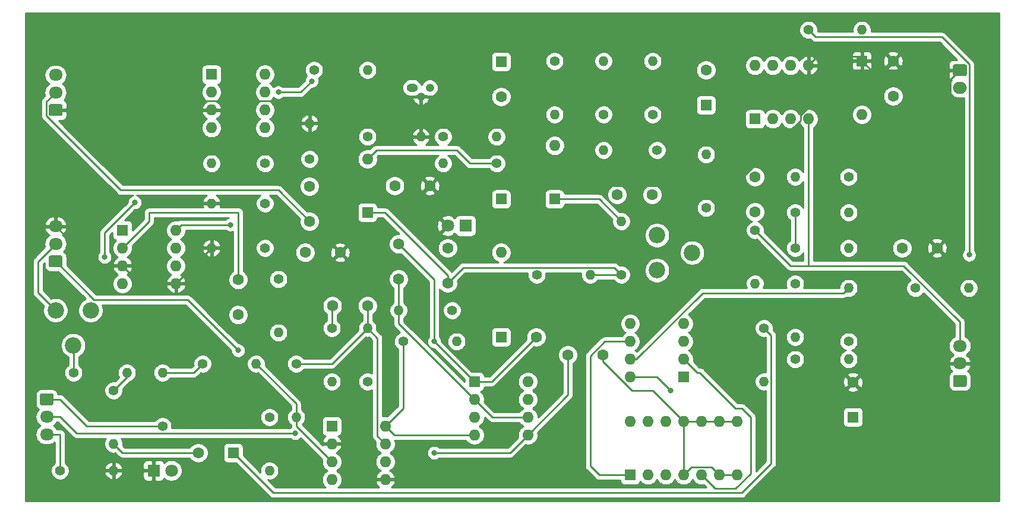
<source format=gbr>
G04 #@! TF.GenerationSoftware,KiCad,Pcbnew,(5.1.8-0-10_14)*
G04 #@! TF.CreationDate,2020-12-01T12:54:20-05:00*
G04 #@! TF.ProjectId,Rockman Chorus ver 2.0,526f636b-6d61-46e2-9043-686f72757320,rev?*
G04 #@! TF.SameCoordinates,Original*
G04 #@! TF.FileFunction,Copper,L2,Bot*
G04 #@! TF.FilePolarity,Positive*
%FSLAX46Y46*%
G04 Gerber Fmt 4.6, Leading zero omitted, Abs format (unit mm)*
G04 Created by KiCad (PCBNEW (5.1.8-0-10_14)) date 2020-12-01 12:54:20*
%MOMM*%
%LPD*%
G01*
G04 APERTURE LIST*
G04 #@! TA.AperFunction,ComponentPad*
%ADD10C,1.800000*%
G04 #@! TD*
G04 #@! TA.AperFunction,ComponentPad*
%ADD11R,1.800000X1.800000*%
G04 #@! TD*
G04 #@! TA.AperFunction,ComponentPad*
%ADD12O,1.400000X1.400000*%
G04 #@! TD*
G04 #@! TA.AperFunction,ComponentPad*
%ADD13C,1.400000*%
G04 #@! TD*
G04 #@! TA.AperFunction,ComponentPad*
%ADD14C,2.340000*%
G04 #@! TD*
G04 #@! TA.AperFunction,ComponentPad*
%ADD15C,1.600000*%
G04 #@! TD*
G04 #@! TA.AperFunction,ComponentPad*
%ADD16R,1.600000X1.600000*%
G04 #@! TD*
G04 #@! TA.AperFunction,ComponentPad*
%ADD17O,1.950000X1.700000*%
G04 #@! TD*
G04 #@! TA.AperFunction,ComponentPad*
%ADD18O,1.600000X1.600000*%
G04 #@! TD*
G04 #@! TA.AperFunction,ComponentPad*
%ADD19O,1.200000X1.200000*%
G04 #@! TD*
G04 #@! TA.AperFunction,ComponentPad*
%ADD20O,1.600000X1.200000*%
G04 #@! TD*
G04 #@! TA.AperFunction,ComponentPad*
%ADD21O,2.000000X1.700000*%
G04 #@! TD*
G04 #@! TA.AperFunction,ViaPad*
%ADD22C,0.800000*%
G04 #@! TD*
G04 #@! TA.AperFunction,ViaPad*
%ADD23C,1.143000*%
G04 #@! TD*
G04 #@! TA.AperFunction,Conductor*
%ADD24C,0.250000*%
G04 #@! TD*
G04 #@! TA.AperFunction,Conductor*
%ADD25C,0.254000*%
G04 #@! TD*
G04 #@! TA.AperFunction,Conductor*
%ADD26C,0.020000*%
G04 #@! TD*
G04 APERTURE END LIST*
D10*
X77470000Y-46355000D03*
D11*
X80010000Y-46355000D03*
D10*
X38100000Y-81280000D03*
D11*
X35560000Y-81280000D03*
D12*
X84455000Y-33655000D03*
D13*
X76835000Y-33655000D03*
D14*
X107315000Y-47705000D03*
X112315000Y-50205000D03*
X107315000Y-52705000D03*
X26590000Y-58420000D03*
X24090000Y-63420000D03*
X21590000Y-58420000D03*
D12*
X57785000Y-31750000D03*
D13*
X57785000Y-36830000D03*
D12*
X122555000Y-68580000D03*
D13*
X122555000Y-60960000D03*
D15*
X41910000Y-78740000D03*
D16*
X46910000Y-78740000D03*
D17*
X150495000Y-63500000D03*
X150495000Y-66000000D03*
G04 #@! TA.AperFunction,ComponentPad*
G36*
G01*
X151220000Y-69350000D02*
X149770000Y-69350000D01*
G75*
G02*
X149520000Y-69100000I0J250000D01*
G01*
X149520000Y-67900000D01*
G75*
G02*
X149770000Y-67650000I250000J0D01*
G01*
X151220000Y-67650000D01*
G75*
G02*
X151470000Y-67900000I0J-250000D01*
G01*
X151470000Y-69100000D01*
G75*
G02*
X151220000Y-69350000I-250000J0D01*
G01*
G37*
G04 #@! TD.AperFunction*
D18*
X103505000Y-67945000D03*
X111125000Y-60325000D03*
X103505000Y-65405000D03*
X111125000Y-62865000D03*
X103505000Y-62865000D03*
X111125000Y-65405000D03*
X103505000Y-60325000D03*
D16*
X111125000Y-67945000D03*
D18*
X103505000Y-74295000D03*
X118745000Y-81915000D03*
X106045000Y-74295000D03*
X116205000Y-81915000D03*
X108585000Y-74295000D03*
X113665000Y-81915000D03*
X111125000Y-74295000D03*
X111125000Y-81915000D03*
X113665000Y-74295000D03*
X108585000Y-81915000D03*
X116205000Y-74295000D03*
X106045000Y-81915000D03*
X118745000Y-74295000D03*
D16*
X103505000Y-81915000D03*
D18*
X51435000Y-24765000D03*
X43815000Y-32385000D03*
X51435000Y-27305000D03*
X43815000Y-29845000D03*
X51435000Y-29845000D03*
X43815000Y-27305000D03*
X51435000Y-32385000D03*
D16*
X43815000Y-24765000D03*
D18*
X121285000Y-23495000D03*
X128905000Y-31115000D03*
X123825000Y-23495000D03*
X126365000Y-31115000D03*
X126365000Y-23495000D03*
X123825000Y-31115000D03*
X128905000Y-23495000D03*
D16*
X121285000Y-31115000D03*
D15*
X101640000Y-41910000D03*
X106640000Y-41910000D03*
X74930000Y-40640000D03*
X69930000Y-40640000D03*
D18*
X88900000Y-68580000D03*
X81280000Y-76200000D03*
X88900000Y-71120000D03*
X81280000Y-73660000D03*
X88900000Y-73660000D03*
X81280000Y-71120000D03*
X88900000Y-76200000D03*
D16*
X81280000Y-68580000D03*
D18*
X68580000Y-74930000D03*
X60960000Y-82550000D03*
X68580000Y-77470000D03*
X60960000Y-80010000D03*
X68580000Y-80010000D03*
X60960000Y-77470000D03*
X68580000Y-82550000D03*
D16*
X60960000Y-74930000D03*
D18*
X38735000Y-46990000D03*
X31115000Y-54610000D03*
X38735000Y-49530000D03*
X31115000Y-52070000D03*
X38735000Y-52070000D03*
X31115000Y-49530000D03*
X38735000Y-54610000D03*
D16*
X31115000Y-46990000D03*
D17*
X20320000Y-76120000D03*
X20320000Y-73620000D03*
G04 #@! TA.AperFunction,ComponentPad*
G36*
G01*
X19595000Y-70270000D02*
X21045000Y-70270000D01*
G75*
G02*
X21295000Y-70520000I0J-250000D01*
G01*
X21295000Y-71720000D01*
G75*
G02*
X21045000Y-71970000I-250000J0D01*
G01*
X19595000Y-71970000D01*
G75*
G02*
X19345000Y-71720000I0J250000D01*
G01*
X19345000Y-70520000D01*
G75*
G02*
X19595000Y-70270000I250000J0D01*
G01*
G37*
G04 #@! TD.AperFunction*
D12*
X52070000Y-81280000D03*
D13*
X52070000Y-73660000D03*
D12*
X29845000Y-81280000D03*
D13*
X22225000Y-81280000D03*
D12*
X66040000Y-60960000D03*
D13*
X66040000Y-68580000D03*
D12*
X60960000Y-68580000D03*
D13*
X60960000Y-60960000D03*
D12*
X36830000Y-67310000D03*
D13*
X36830000Y-74930000D03*
D12*
X70485000Y-58420000D03*
D13*
X78105000Y-58420000D03*
D12*
X50165000Y-66040000D03*
D13*
X42545000Y-66040000D03*
D12*
X78740000Y-62865000D03*
D13*
X71120000Y-62865000D03*
D12*
X55880000Y-73660000D03*
D13*
X55880000Y-66040000D03*
D12*
X53340000Y-61595000D03*
D13*
X53340000Y-53975000D03*
D12*
X29845000Y-77470000D03*
D13*
X29845000Y-69850000D03*
D12*
X134620000Y-55245000D03*
D13*
X134620000Y-62865000D03*
D12*
X31750000Y-67310000D03*
D13*
X24130000Y-67310000D03*
D12*
X134620000Y-65405000D03*
D13*
X127000000Y-65405000D03*
D12*
X151765000Y-55245000D03*
D13*
X144145000Y-55245000D03*
D12*
X121285000Y-54610000D03*
D13*
X121285000Y-46990000D03*
D12*
X127000000Y-62230000D03*
D13*
X127000000Y-54610000D03*
D12*
X134620000Y-49530000D03*
D13*
X127000000Y-49530000D03*
D12*
X136525000Y-18415000D03*
D13*
X128905000Y-18415000D03*
D12*
X114300000Y-36195000D03*
D13*
X114300000Y-43815000D03*
D12*
X76835000Y-37465000D03*
D13*
X84455000Y-37465000D03*
D12*
X102235000Y-45720000D03*
D13*
X102235000Y-53340000D03*
D12*
X73660000Y-33655000D03*
D13*
X66040000Y-33655000D03*
D12*
X134620000Y-44450000D03*
D13*
X127000000Y-44450000D03*
D12*
X127000000Y-39370000D03*
D13*
X134620000Y-39370000D03*
D12*
X43815000Y-37465000D03*
D13*
X51435000Y-37465000D03*
D12*
X97790000Y-53340000D03*
D13*
X90170000Y-53340000D03*
D12*
X43815000Y-49530000D03*
D13*
X51435000Y-49530000D03*
D12*
X66040000Y-24130000D03*
D13*
X58420000Y-24130000D03*
D12*
X106680000Y-22860000D03*
D13*
X106680000Y-30480000D03*
D12*
X99695000Y-35560000D03*
D13*
X107315000Y-35560000D03*
D12*
X99695000Y-22860000D03*
D13*
X99695000Y-30480000D03*
D12*
X92710000Y-30480000D03*
D13*
X92710000Y-22860000D03*
D12*
X43815000Y-43180000D03*
D13*
X51435000Y-43180000D03*
D19*
X74930000Y-26670000D03*
X73660000Y-27940000D03*
D20*
X72390000Y-26670000D03*
D21*
X150495000Y-26670000D03*
G04 #@! TA.AperFunction,ComponentPad*
G36*
G01*
X149745000Y-23320000D02*
X151245000Y-23320000D01*
G75*
G02*
X151495000Y-23570000I0J-250000D01*
G01*
X151495000Y-24770000D01*
G75*
G02*
X151245000Y-25020000I-250000J0D01*
G01*
X149745000Y-25020000D01*
G75*
G02*
X149495000Y-24770000I0J250000D01*
G01*
X149495000Y-23570000D01*
G75*
G02*
X149745000Y-23320000I250000J0D01*
G01*
G37*
G04 #@! TD.AperFunction*
D17*
X21590000Y-46435000D03*
X21590000Y-48935000D03*
G04 #@! TA.AperFunction,ComponentPad*
G36*
G01*
X22315000Y-52285000D02*
X20865000Y-52285000D01*
G75*
G02*
X20615000Y-52035000I0J250000D01*
G01*
X20615000Y-50835000D01*
G75*
G02*
X20865000Y-50585000I250000J0D01*
G01*
X22315000Y-50585000D01*
G75*
G02*
X22565000Y-50835000I0J-250000D01*
G01*
X22565000Y-52035000D01*
G75*
G02*
X22315000Y-52285000I-250000J0D01*
G01*
G37*
G04 #@! TD.AperFunction*
X21590000Y-24845000D03*
X21590000Y-27345000D03*
G04 #@! TA.AperFunction,ComponentPad*
G36*
G01*
X22315000Y-30695000D02*
X20865000Y-30695000D01*
G75*
G02*
X20615000Y-30445000I0J250000D01*
G01*
X20615000Y-29245000D01*
G75*
G02*
X20865000Y-28995000I250000J0D01*
G01*
X22315000Y-28995000D01*
G75*
G02*
X22565000Y-29245000I0J-250000D01*
G01*
X22565000Y-30445000D01*
G75*
G02*
X22315000Y-30695000I-250000J0D01*
G01*
G37*
G04 #@! TD.AperFunction*
D18*
X136525000Y-30480000D03*
D16*
X136525000Y-22860000D03*
D18*
X85090000Y-50165000D03*
D16*
X85090000Y-42545000D03*
D18*
X92710000Y-34925000D03*
D16*
X92710000Y-42545000D03*
D18*
X66040000Y-36830000D03*
D16*
X66040000Y-44450000D03*
D15*
X99615000Y-64770000D03*
X94615000Y-64770000D03*
X70485000Y-48975000D03*
X70485000Y-53975000D03*
X90090000Y-62230000D03*
D16*
X85090000Y-62230000D03*
D15*
X61040000Y-57785000D03*
X66040000Y-57785000D03*
X62150000Y-50165000D03*
X57150000Y-50165000D03*
X47625000Y-54055000D03*
X47625000Y-59055000D03*
X135255000Y-68660000D03*
D16*
X135255000Y-73660000D03*
D15*
X142240000Y-49530000D03*
X147240000Y-49530000D03*
X114300000Y-24130000D03*
D16*
X114300000Y-29130000D03*
D15*
X85090000Y-27940000D03*
D16*
X85090000Y-22940000D03*
D15*
X140970000Y-22860000D03*
X140970000Y-27860000D03*
X77470000Y-54530000D03*
X77470000Y-49530000D03*
X121285000Y-39370000D03*
X121285000Y-44370000D03*
X57785000Y-40720000D03*
X57785000Y-45720000D03*
D22*
X58102500Y-25717500D03*
X53340000Y-27305000D03*
X132080000Y-22225000D03*
X77470000Y-40640000D03*
X68580000Y-27940000D03*
D23*
X57785000Y-28575000D03*
D22*
X151820010Y-50504992D03*
X46499999Y-46210001D03*
X75565000Y-62865000D03*
X28575000Y-50800000D03*
X32879999Y-43039999D03*
X75565000Y-78740000D03*
X47625000Y-64135000D03*
X109220000Y-69850000D03*
X55738411Y-75955001D03*
D24*
X20289990Y-30683180D02*
X30881810Y-41275000D01*
X20289990Y-28645010D02*
X20289990Y-30683180D01*
X21590000Y-27345000D02*
X20289990Y-28645010D01*
X53340000Y-41275000D02*
X57785000Y-45720000D01*
X30881810Y-41275000D02*
X53340000Y-41275000D01*
X127000000Y-44450000D02*
X127000000Y-49530000D01*
X56515000Y-27305000D02*
X53340000Y-27305000D01*
X58102500Y-25717500D02*
X56515000Y-27305000D01*
X77470000Y-53398630D02*
X77470000Y-54530000D01*
X68521370Y-44450000D02*
X77470000Y-53398630D01*
X66040000Y-44450000D02*
X68521370Y-44450000D01*
X79685001Y-52314999D02*
X77470000Y-54530000D01*
X101209999Y-52314999D02*
X79685001Y-52314999D01*
X102235000Y-53340000D02*
X101209999Y-52314999D01*
X97790000Y-53340000D02*
X102235000Y-53340000D01*
X68580000Y-27940000D02*
X67945000Y-28575000D01*
X42545000Y-28575000D02*
X41275000Y-29845000D01*
X67945000Y-28575000D02*
X57785000Y-28575000D01*
X41275000Y-29845000D02*
X21590000Y-29845000D01*
X130175000Y-22225000D02*
X128905000Y-23495000D01*
X132080000Y-22225000D02*
X130175000Y-22225000D01*
X135890000Y-22225000D02*
X136525000Y-22860000D01*
X132080000Y-22225000D02*
X135890000Y-22225000D01*
X137835000Y-24170000D02*
X136525000Y-22860000D01*
X142875000Y-24130000D02*
X142835000Y-24170000D01*
X142875000Y-23575000D02*
X142875000Y-24130000D01*
X134184998Y-24170000D02*
X138390000Y-24170000D01*
X127779999Y-31365003D02*
X127779999Y-30574999D01*
X126905001Y-32240001D02*
X127779999Y-31365003D01*
X126749997Y-32240001D02*
X126905001Y-32240001D01*
X118349998Y-40640000D02*
X126749997Y-32240001D01*
X138390000Y-24170000D02*
X137835000Y-24170000D01*
X142835000Y-24170000D02*
X138390000Y-24170000D01*
X149169990Y-25495010D02*
X149169990Y-47600010D01*
X149169990Y-47600010D02*
X147240000Y-49530000D01*
X150495000Y-24170000D02*
X149169990Y-25495010D01*
X35560000Y-81280000D02*
X29845000Y-81280000D01*
X27225000Y-52070000D02*
X21590000Y-46435000D01*
X31115000Y-52070000D02*
X27225000Y-52070000D01*
X33655000Y-54610000D02*
X31115000Y-52070000D01*
X38735000Y-54610000D02*
X33655000Y-54610000D01*
X38735000Y-54610000D02*
X43815000Y-49530000D01*
X141685000Y-23575000D02*
X140970000Y-22860000D01*
X142875000Y-23575000D02*
X141685000Y-23575000D01*
X150495000Y-24170000D02*
X145455000Y-24170000D01*
X145455000Y-24170000D02*
X142835000Y-24170000D01*
X77470000Y-40640000D02*
X116840000Y-40640000D01*
X116840000Y-40640000D02*
X118349998Y-40640000D01*
X127779999Y-30574999D02*
X130929999Y-27424999D01*
X130929999Y-27424999D02*
X134184998Y-24170000D01*
X43815000Y-29845000D02*
X41275000Y-29845000D01*
X57785000Y-28575000D02*
X42545000Y-28575000D01*
X57785000Y-31750000D02*
X57785000Y-28575000D01*
X84455000Y-37465000D02*
X80645000Y-37465000D01*
X80645000Y-37465000D02*
X78740000Y-35560000D01*
X67310000Y-35560000D02*
X66040000Y-36830000D01*
X78740000Y-35560000D02*
X67310000Y-35560000D01*
X151820010Y-23331820D02*
X151820010Y-50504992D01*
X147928191Y-19440001D02*
X151820010Y-23331820D01*
X129930001Y-19440001D02*
X147928191Y-19440001D01*
X128905000Y-18415000D02*
X129930001Y-19440001D01*
X151820010Y-50504992D02*
X151820010Y-50504992D01*
X69850000Y-76200000D02*
X68580000Y-74930000D01*
X81280000Y-76200000D02*
X69850000Y-76200000D01*
X71120000Y-72390000D02*
X68580000Y-74930000D01*
X71120000Y-62865000D02*
X71120000Y-72390000D01*
X39514999Y-46210001D02*
X38735000Y-46990000D01*
X46499999Y-46210001D02*
X39514999Y-46210001D01*
X47625000Y-54055000D02*
X47625000Y-44450000D01*
X47625000Y-44450000D02*
X34925000Y-44450000D01*
X34925000Y-45720000D02*
X31115000Y-49530000D01*
X34925000Y-44450000D02*
X34925000Y-45720000D01*
X24130000Y-63460000D02*
X24090000Y-63420000D01*
X24130000Y-67310000D02*
X24130000Y-63460000D01*
X31115000Y-78740000D02*
X29845000Y-77470000D01*
X41910000Y-78740000D02*
X31115000Y-78740000D01*
X123580001Y-61985001D02*
X123580001Y-80254999D01*
X122555000Y-60960000D02*
X123580001Y-61985001D01*
X123580001Y-80254999D02*
X119380000Y-84455000D01*
X52625000Y-84455000D02*
X46910000Y-78740000D01*
X119380000Y-84455000D02*
X52625000Y-84455000D01*
X31750000Y-67945000D02*
X31750000Y-67310000D01*
X29845000Y-69850000D02*
X31750000Y-67945000D01*
X60960000Y-57865000D02*
X61040000Y-57785000D01*
X60960000Y-60960000D02*
X60960000Y-57865000D01*
X67454999Y-62374999D02*
X66040000Y-60960000D01*
X67454999Y-76344999D02*
X67454999Y-62374999D01*
X68580000Y-77470000D02*
X67454999Y-76344999D01*
X60960000Y-66040000D02*
X55880000Y-66040000D01*
X66040000Y-60960000D02*
X60960000Y-66040000D01*
X66040000Y-60960000D02*
X66040000Y-57785000D01*
X128905000Y-31115000D02*
X128905000Y-52070000D01*
X126365000Y-52070000D02*
X121285000Y-46990000D01*
X128905000Y-52070000D02*
X126365000Y-52070000D01*
X150495000Y-60077998D02*
X150495000Y-63500000D01*
X142487002Y-52070000D02*
X150495000Y-60077998D01*
X128905000Y-52070000D02*
X142487002Y-52070000D01*
X118745000Y-81915000D02*
X116205000Y-81915000D01*
X112250001Y-80789999D02*
X111125000Y-81915000D01*
X115079999Y-80789999D02*
X112250001Y-80789999D01*
X116205000Y-81915000D02*
X115079999Y-80789999D01*
X111125000Y-81915000D02*
X111125000Y-74295000D01*
X111125000Y-74295000D02*
X113665000Y-74295000D01*
X113665000Y-74295000D02*
X116205000Y-74295000D01*
X116205000Y-74295000D02*
X118745000Y-74295000D01*
X111125000Y-74295000D02*
X106680000Y-69850000D01*
X99615000Y-65720002D02*
X99615000Y-64770000D01*
X103744998Y-69850000D02*
X99615000Y-65720002D01*
X106680000Y-69850000D02*
X103744998Y-69850000D01*
X70485000Y-48975000D02*
X75565000Y-54055000D01*
X75565000Y-62865000D02*
X81280000Y-68580000D01*
X75565000Y-54055000D02*
X75565000Y-62865000D01*
X83740000Y-68580000D02*
X90090000Y-62230000D01*
X81280000Y-68580000D02*
X83740000Y-68580000D01*
X75565000Y-62865000D02*
X75565000Y-62865000D01*
X28575000Y-47344998D02*
X32879999Y-43039999D01*
X28575000Y-50800000D02*
X28575000Y-47344998D01*
X32879999Y-43039999D02*
X33020000Y-42899998D01*
X70485000Y-53975000D02*
X70485000Y-58420000D01*
X83820000Y-73660000D02*
X81280000Y-71120000D01*
X88900000Y-73660000D02*
X83820000Y-73660000D01*
X70485000Y-60325000D02*
X70485000Y-58420000D01*
X81280000Y-71120000D02*
X70485000Y-60325000D01*
X94615000Y-70485000D02*
X88900000Y-76200000D01*
X94615000Y-64770000D02*
X94615000Y-70485000D01*
X88900000Y-76200000D02*
X86360000Y-78740000D01*
X75368002Y-78740000D02*
X75278001Y-78830001D01*
X86360000Y-78740000D02*
X75368002Y-78740000D01*
X99060000Y-42545000D02*
X102235000Y-45720000D01*
X92710000Y-42545000D02*
X99060000Y-42545000D01*
X21590000Y-58420000D02*
X19050000Y-55880000D01*
X19050000Y-51475000D02*
X21590000Y-48935000D01*
X19050000Y-55880000D02*
X19050000Y-51475000D01*
X27079999Y-56924999D02*
X21590000Y-51435000D01*
X40414999Y-56924999D02*
X27079999Y-56924999D01*
X47625000Y-64135000D02*
X40414999Y-56924999D01*
X133920001Y-55944999D02*
X113839999Y-55944999D01*
X134620000Y-55245000D02*
X133920001Y-55944999D01*
X104379998Y-65405000D02*
X103505000Y-65405000D01*
X113839999Y-55944999D02*
X104379998Y-65405000D01*
X107315000Y-67945000D02*
X103505000Y-67945000D01*
X109220000Y-69850000D02*
X107315000Y-67945000D01*
X55880000Y-74930000D02*
X55880000Y-73660000D01*
X60960000Y-80010000D02*
X55880000Y-74930000D01*
X55880000Y-71755000D02*
X50165000Y-66040000D01*
X55880000Y-73660000D02*
X55880000Y-71755000D01*
X41275000Y-67310000D02*
X42545000Y-66040000D01*
X36830000Y-67310000D02*
X41275000Y-67310000D01*
X26035000Y-74930000D02*
X22225000Y-71120000D01*
X36830000Y-74930000D02*
X26035000Y-74930000D01*
X22225000Y-71120000D02*
X20320000Y-71120000D01*
X24560001Y-75955001D02*
X22225000Y-73620000D01*
X55738411Y-75955001D02*
X24560001Y-75955001D01*
X22225000Y-73620000D02*
X20320000Y-73620000D01*
X22225000Y-81280000D02*
X22225000Y-76120000D01*
X22225000Y-76120000D02*
X20320000Y-76120000D01*
X103505000Y-81915000D02*
X99060000Y-81915000D01*
X99060000Y-81915000D02*
X97790000Y-80645000D01*
X99854998Y-62865000D02*
X103505000Y-62865000D01*
X97790000Y-64929998D02*
X99854998Y-62865000D01*
X97790000Y-80645000D02*
X97790000Y-64929998D01*
X111125000Y-65405000D02*
X113030000Y-67310000D01*
X113425002Y-67310000D02*
X118505002Y-72390000D01*
X113030000Y-67310000D02*
X113425002Y-67310000D01*
X118505002Y-72390000D02*
X119380000Y-72390000D01*
X119380000Y-72390000D02*
X120650000Y-73660000D01*
X120650000Y-81675002D02*
X118505002Y-83820000D01*
X120650000Y-73660000D02*
X120650000Y-81675002D01*
X115570000Y-83820000D02*
X113665000Y-81915000D01*
X118505002Y-83820000D02*
X115570000Y-83820000D01*
D25*
X156083000Y-85598000D02*
X17272000Y-85598000D01*
X17272000Y-73620000D01*
X18702815Y-73620000D01*
X18731487Y-73911111D01*
X18816401Y-74191034D01*
X18954294Y-74449014D01*
X19139866Y-74675134D01*
X19365986Y-74860706D01*
X19383374Y-74870000D01*
X19365986Y-74879294D01*
X19139866Y-75064866D01*
X18954294Y-75290986D01*
X18816401Y-75548966D01*
X18731487Y-75828889D01*
X18702815Y-76120000D01*
X18731487Y-76411111D01*
X18816401Y-76691034D01*
X18954294Y-76949014D01*
X19139866Y-77175134D01*
X19365986Y-77360706D01*
X19623966Y-77498599D01*
X19903889Y-77583513D01*
X20122050Y-77605000D01*
X20517950Y-77605000D01*
X20736111Y-77583513D01*
X21016034Y-77498599D01*
X21274014Y-77360706D01*
X21465001Y-77203967D01*
X21465000Y-80182225D01*
X21373987Y-80243038D01*
X21188038Y-80428987D01*
X21041939Y-80647641D01*
X20941304Y-80890595D01*
X20890000Y-81148514D01*
X20890000Y-81411486D01*
X20941304Y-81669405D01*
X21041939Y-81912359D01*
X21188038Y-82131013D01*
X21373987Y-82316962D01*
X21592641Y-82463061D01*
X21835595Y-82563696D01*
X22093514Y-82615000D01*
X22356486Y-82615000D01*
X22614405Y-82563696D01*
X22857359Y-82463061D01*
X23076013Y-82316962D01*
X23261962Y-82131013D01*
X23408061Y-81912359D01*
X23508696Y-81669405D01*
X23519850Y-81613329D01*
X28552284Y-81613329D01*
X28584953Y-81721044D01*
X28695208Y-81958392D01*
X28849649Y-82169670D01*
X29042340Y-82346759D01*
X29265877Y-82482853D01*
X29511670Y-82572722D01*
X29718000Y-82450201D01*
X29718000Y-81407000D01*
X29972000Y-81407000D01*
X29972000Y-82450201D01*
X30178330Y-82572722D01*
X30424123Y-82482853D01*
X30647660Y-82346759D01*
X30829110Y-82180000D01*
X34021928Y-82180000D01*
X34034188Y-82304482D01*
X34070498Y-82424180D01*
X34129463Y-82534494D01*
X34208815Y-82631185D01*
X34305506Y-82710537D01*
X34415820Y-82769502D01*
X34535518Y-82805812D01*
X34660000Y-82818072D01*
X35274250Y-82815000D01*
X35433000Y-82656250D01*
X35433000Y-81407000D01*
X34183750Y-81407000D01*
X34025000Y-81565750D01*
X34021928Y-82180000D01*
X30829110Y-82180000D01*
X30840351Y-82169670D01*
X30994792Y-81958392D01*
X31105047Y-81721044D01*
X31137716Y-81613329D01*
X31014374Y-81407000D01*
X29972000Y-81407000D01*
X29718000Y-81407000D01*
X28675626Y-81407000D01*
X28552284Y-81613329D01*
X23519850Y-81613329D01*
X23560000Y-81411486D01*
X23560000Y-81148514D01*
X23519851Y-80946671D01*
X28552284Y-80946671D01*
X28675626Y-81153000D01*
X29718000Y-81153000D01*
X29718000Y-80109799D01*
X29972000Y-80109799D01*
X29972000Y-81153000D01*
X31014374Y-81153000D01*
X31137716Y-80946671D01*
X31105047Y-80838956D01*
X30994792Y-80601608D01*
X30840351Y-80390330D01*
X30829111Y-80380000D01*
X34021928Y-80380000D01*
X34025000Y-80994250D01*
X34183750Y-81153000D01*
X35433000Y-81153000D01*
X35433000Y-79903750D01*
X35687000Y-79903750D01*
X35687000Y-81153000D01*
X35707000Y-81153000D01*
X35707000Y-81407000D01*
X35687000Y-81407000D01*
X35687000Y-82656250D01*
X35845750Y-82815000D01*
X36460000Y-82818072D01*
X36584482Y-82805812D01*
X36704180Y-82769502D01*
X36814494Y-82710537D01*
X36911185Y-82631185D01*
X36990537Y-82534494D01*
X37049502Y-82424180D01*
X37055056Y-82405873D01*
X37121495Y-82472312D01*
X37372905Y-82640299D01*
X37652257Y-82756011D01*
X37948816Y-82815000D01*
X38251184Y-82815000D01*
X38547743Y-82756011D01*
X38827095Y-82640299D01*
X39078505Y-82472312D01*
X39292312Y-82258505D01*
X39460299Y-82007095D01*
X39576011Y-81727743D01*
X39635000Y-81431184D01*
X39635000Y-81128816D01*
X39576011Y-80832257D01*
X39460299Y-80552905D01*
X39292312Y-80301495D01*
X39078505Y-80087688D01*
X38827095Y-79919701D01*
X38547743Y-79803989D01*
X38251184Y-79745000D01*
X37948816Y-79745000D01*
X37652257Y-79803989D01*
X37372905Y-79919701D01*
X37121495Y-80087688D01*
X37055056Y-80154127D01*
X37049502Y-80135820D01*
X36990537Y-80025506D01*
X36911185Y-79928815D01*
X36814494Y-79849463D01*
X36704180Y-79790498D01*
X36584482Y-79754188D01*
X36460000Y-79741928D01*
X35845750Y-79745000D01*
X35687000Y-79903750D01*
X35433000Y-79903750D01*
X35274250Y-79745000D01*
X34660000Y-79741928D01*
X34535518Y-79754188D01*
X34415820Y-79790498D01*
X34305506Y-79849463D01*
X34208815Y-79928815D01*
X34129463Y-80025506D01*
X34070498Y-80135820D01*
X34034188Y-80255518D01*
X34021928Y-80380000D01*
X30829111Y-80380000D01*
X30647660Y-80213241D01*
X30424123Y-80077147D01*
X30178330Y-79987278D01*
X29972000Y-80109799D01*
X29718000Y-80109799D01*
X29511670Y-79987278D01*
X29265877Y-80077147D01*
X29042340Y-80213241D01*
X28849649Y-80390330D01*
X28695208Y-80601608D01*
X28584953Y-80838956D01*
X28552284Y-80946671D01*
X23519851Y-80946671D01*
X23508696Y-80890595D01*
X23408061Y-80647641D01*
X23261962Y-80428987D01*
X23076013Y-80243038D01*
X22985000Y-80182225D01*
X22985000Y-76157333D01*
X22988677Y-76120000D01*
X22981883Y-76051015D01*
X22974003Y-75971014D01*
X22930546Y-75827753D01*
X22859974Y-75695724D01*
X22765001Y-75579999D01*
X22649276Y-75485026D01*
X22517247Y-75414454D01*
X22373986Y-75370997D01*
X22225000Y-75356323D01*
X22187667Y-75360000D01*
X21722595Y-75360000D01*
X21685706Y-75290986D01*
X21500134Y-75064866D01*
X21274014Y-74879294D01*
X21256626Y-74870000D01*
X21274014Y-74860706D01*
X21500134Y-74675134D01*
X21685706Y-74449014D01*
X21722595Y-74380000D01*
X21910199Y-74380000D01*
X23996202Y-76466004D01*
X24020000Y-76495002D01*
X24048998Y-76518800D01*
X24135724Y-76589975D01*
X24266733Y-76660001D01*
X24267754Y-76660547D01*
X24411015Y-76704004D01*
X24522668Y-76715001D01*
X24522677Y-76715001D01*
X24560000Y-76718677D01*
X24597323Y-76715001D01*
X28743884Y-76715001D01*
X28661939Y-76837641D01*
X28561304Y-77080595D01*
X28510000Y-77338514D01*
X28510000Y-77601486D01*
X28561304Y-77859405D01*
X28661939Y-78102359D01*
X28808038Y-78321013D01*
X28993987Y-78506962D01*
X29212641Y-78653061D01*
X29455595Y-78753696D01*
X29713514Y-78805000D01*
X29976486Y-78805000D01*
X30083843Y-78783645D01*
X30551200Y-79251002D01*
X30574999Y-79280001D01*
X30690724Y-79374974D01*
X30822753Y-79445546D01*
X30966014Y-79489003D01*
X31077667Y-79500000D01*
X31077676Y-79500000D01*
X31114999Y-79503676D01*
X31152322Y-79500000D01*
X40691957Y-79500000D01*
X40795363Y-79654759D01*
X40995241Y-79854637D01*
X41230273Y-80011680D01*
X41491426Y-80119853D01*
X41768665Y-80175000D01*
X42051335Y-80175000D01*
X42328574Y-80119853D01*
X42589727Y-80011680D01*
X42824759Y-79854637D01*
X43024637Y-79654759D01*
X43181680Y-79419727D01*
X43289853Y-79158574D01*
X43345000Y-78881335D01*
X43345000Y-78598665D01*
X43289853Y-78321426D01*
X43181680Y-78060273D01*
X43024637Y-77825241D01*
X42824759Y-77625363D01*
X42589727Y-77468320D01*
X42328574Y-77360147D01*
X42051335Y-77305000D01*
X41768665Y-77305000D01*
X41491426Y-77360147D01*
X41230273Y-77468320D01*
X40995241Y-77625363D01*
X40795363Y-77825241D01*
X40691957Y-77980000D01*
X31429802Y-77980000D01*
X31158645Y-77708843D01*
X31180000Y-77601486D01*
X31180000Y-77338514D01*
X31128696Y-77080595D01*
X31028061Y-76837641D01*
X30946116Y-76715001D01*
X55034700Y-76715001D01*
X55078637Y-76758938D01*
X55248155Y-76872206D01*
X55436513Y-76950227D01*
X55636472Y-76990001D01*
X55840350Y-76990001D01*
X56040309Y-76950227D01*
X56228667Y-76872206D01*
X56398185Y-76758938D01*
X56516161Y-76640962D01*
X59561312Y-79686114D01*
X59525000Y-79868665D01*
X59525000Y-80151335D01*
X59580147Y-80428574D01*
X59688320Y-80689727D01*
X59845363Y-80924759D01*
X60045241Y-81124637D01*
X60277759Y-81280000D01*
X60045241Y-81435363D01*
X59845363Y-81635241D01*
X59688320Y-81870273D01*
X59580147Y-82131426D01*
X59525000Y-82408665D01*
X59525000Y-82691335D01*
X59580147Y-82968574D01*
X59688320Y-83229727D01*
X59845363Y-83464759D01*
X60045241Y-83664637D01*
X60090683Y-83695000D01*
X52939802Y-83695000D01*
X51840257Y-82595455D01*
X51938514Y-82615000D01*
X52201486Y-82615000D01*
X52459405Y-82563696D01*
X52702359Y-82463061D01*
X52921013Y-82316962D01*
X53106962Y-82131013D01*
X53253061Y-81912359D01*
X53353696Y-81669405D01*
X53405000Y-81411486D01*
X53405000Y-81148514D01*
X53353696Y-80890595D01*
X53253061Y-80647641D01*
X53106962Y-80428987D01*
X52921013Y-80243038D01*
X52702359Y-80096939D01*
X52459405Y-79996304D01*
X52201486Y-79945000D01*
X51938514Y-79945000D01*
X51680595Y-79996304D01*
X51437641Y-80096939D01*
X51218987Y-80243038D01*
X51033038Y-80428987D01*
X50886939Y-80647641D01*
X50786304Y-80890595D01*
X50735000Y-81148514D01*
X50735000Y-81411486D01*
X50754545Y-81509743D01*
X48348072Y-79103271D01*
X48348072Y-77940000D01*
X48335812Y-77815518D01*
X48299502Y-77695820D01*
X48240537Y-77585506D01*
X48161185Y-77488815D01*
X48064494Y-77409463D01*
X47954180Y-77350498D01*
X47834482Y-77314188D01*
X47710000Y-77301928D01*
X46110000Y-77301928D01*
X45985518Y-77314188D01*
X45865820Y-77350498D01*
X45755506Y-77409463D01*
X45658815Y-77488815D01*
X45579463Y-77585506D01*
X45520498Y-77695820D01*
X45484188Y-77815518D01*
X45471928Y-77940000D01*
X45471928Y-79540000D01*
X45484188Y-79664482D01*
X45520498Y-79784180D01*
X45579463Y-79894494D01*
X45658815Y-79991185D01*
X45755506Y-80070537D01*
X45865820Y-80129502D01*
X45985518Y-80165812D01*
X46110000Y-80178072D01*
X47273271Y-80178072D01*
X52061201Y-84966003D01*
X52084999Y-84995001D01*
X52113997Y-85018799D01*
X52200724Y-85089974D01*
X52332753Y-85160546D01*
X52476014Y-85204003D01*
X52625000Y-85218677D01*
X52662333Y-85215000D01*
X119342678Y-85215000D01*
X119380000Y-85218676D01*
X119417322Y-85215000D01*
X119417333Y-85215000D01*
X119528986Y-85204003D01*
X119672247Y-85160546D01*
X119804276Y-85089974D01*
X119920001Y-84995001D01*
X119943804Y-84965997D01*
X124091009Y-80818794D01*
X124120002Y-80795000D01*
X124143796Y-80766007D01*
X124143800Y-80766003D01*
X124214974Y-80679276D01*
X124214975Y-80679275D01*
X124285547Y-80547246D01*
X124329004Y-80403985D01*
X124340001Y-80292332D01*
X124340001Y-80292323D01*
X124343677Y-80255000D01*
X124340001Y-80217677D01*
X124340001Y-72860000D01*
X133816928Y-72860000D01*
X133816928Y-74460000D01*
X133829188Y-74584482D01*
X133865498Y-74704180D01*
X133924463Y-74814494D01*
X134003815Y-74911185D01*
X134100506Y-74990537D01*
X134210820Y-75049502D01*
X134330518Y-75085812D01*
X134455000Y-75098072D01*
X136055000Y-75098072D01*
X136179482Y-75085812D01*
X136299180Y-75049502D01*
X136409494Y-74990537D01*
X136506185Y-74911185D01*
X136585537Y-74814494D01*
X136644502Y-74704180D01*
X136680812Y-74584482D01*
X136693072Y-74460000D01*
X136693072Y-72860000D01*
X136680812Y-72735518D01*
X136644502Y-72615820D01*
X136585537Y-72505506D01*
X136506185Y-72408815D01*
X136409494Y-72329463D01*
X136299180Y-72270498D01*
X136179482Y-72234188D01*
X136055000Y-72221928D01*
X134455000Y-72221928D01*
X134330518Y-72234188D01*
X134210820Y-72270498D01*
X134100506Y-72329463D01*
X134003815Y-72408815D01*
X133924463Y-72505506D01*
X133865498Y-72615820D01*
X133829188Y-72735518D01*
X133816928Y-72860000D01*
X124340001Y-72860000D01*
X124340001Y-69652702D01*
X134441903Y-69652702D01*
X134513486Y-69896671D01*
X134768996Y-70017571D01*
X135043184Y-70086300D01*
X135325512Y-70100217D01*
X135605130Y-70058787D01*
X135871292Y-69963603D01*
X135996514Y-69896671D01*
X136068097Y-69652702D01*
X135255000Y-68839605D01*
X134441903Y-69652702D01*
X124340001Y-69652702D01*
X124340001Y-68730512D01*
X133814783Y-68730512D01*
X133856213Y-69010130D01*
X133951397Y-69276292D01*
X134018329Y-69401514D01*
X134262298Y-69473097D01*
X135075395Y-68660000D01*
X135434605Y-68660000D01*
X136247702Y-69473097D01*
X136491671Y-69401514D01*
X136612571Y-69146004D01*
X136681300Y-68871816D01*
X136695217Y-68589488D01*
X136653787Y-68309870D01*
X136558603Y-68043708D01*
X136491671Y-67918486D01*
X136428668Y-67900000D01*
X148881928Y-67900000D01*
X148881928Y-69100000D01*
X148898992Y-69273254D01*
X148949528Y-69439850D01*
X149031595Y-69593386D01*
X149142038Y-69727962D01*
X149276614Y-69838405D01*
X149430150Y-69920472D01*
X149596746Y-69971008D01*
X149770000Y-69988072D01*
X151220000Y-69988072D01*
X151393254Y-69971008D01*
X151559850Y-69920472D01*
X151713386Y-69838405D01*
X151847962Y-69727962D01*
X151958405Y-69593386D01*
X152040472Y-69439850D01*
X152091008Y-69273254D01*
X152108072Y-69100000D01*
X152108072Y-67900000D01*
X152091008Y-67726746D01*
X152040472Y-67560150D01*
X151958405Y-67406614D01*
X151847962Y-67272038D01*
X151713386Y-67161595D01*
X151608039Y-67105286D01*
X151629429Y-67089049D01*
X151822496Y-66871193D01*
X151969352Y-66619858D01*
X152061476Y-66356890D01*
X151940155Y-66127000D01*
X150622000Y-66127000D01*
X150622000Y-66147000D01*
X150368000Y-66147000D01*
X150368000Y-66127000D01*
X149049845Y-66127000D01*
X148928524Y-66356890D01*
X149020648Y-66619858D01*
X149167504Y-66871193D01*
X149360571Y-67089049D01*
X149381961Y-67105286D01*
X149276614Y-67161595D01*
X149142038Y-67272038D01*
X149031595Y-67406614D01*
X148949528Y-67560150D01*
X148898992Y-67726746D01*
X148881928Y-67900000D01*
X136428668Y-67900000D01*
X136247702Y-67846903D01*
X135434605Y-68660000D01*
X135075395Y-68660000D01*
X134262298Y-67846903D01*
X134018329Y-67918486D01*
X133897429Y-68173996D01*
X133828700Y-68448184D01*
X133814783Y-68730512D01*
X124340001Y-68730512D01*
X124340001Y-67667298D01*
X134441903Y-67667298D01*
X135255000Y-68480395D01*
X136068097Y-67667298D01*
X135996514Y-67423329D01*
X135741004Y-67302429D01*
X135466816Y-67233700D01*
X135184488Y-67219783D01*
X134904870Y-67261213D01*
X134638708Y-67356397D01*
X134513486Y-67423329D01*
X134441903Y-67667298D01*
X124340001Y-67667298D01*
X124340001Y-65273514D01*
X125665000Y-65273514D01*
X125665000Y-65536486D01*
X125716304Y-65794405D01*
X125816939Y-66037359D01*
X125963038Y-66256013D01*
X126148987Y-66441962D01*
X126367641Y-66588061D01*
X126610595Y-66688696D01*
X126868514Y-66740000D01*
X127131486Y-66740000D01*
X127389405Y-66688696D01*
X127632359Y-66588061D01*
X127851013Y-66441962D01*
X128036962Y-66256013D01*
X128183061Y-66037359D01*
X128283696Y-65794405D01*
X128335000Y-65536486D01*
X128335000Y-65273514D01*
X128283696Y-65015595D01*
X128183061Y-64772641D01*
X128036962Y-64553987D01*
X127851013Y-64368038D01*
X127632359Y-64221939D01*
X127389405Y-64121304D01*
X127131486Y-64070000D01*
X126868514Y-64070000D01*
X126610595Y-64121304D01*
X126367641Y-64221939D01*
X126148987Y-64368038D01*
X125963038Y-64553987D01*
X125816939Y-64772641D01*
X125716304Y-65015595D01*
X125665000Y-65273514D01*
X124340001Y-65273514D01*
X124340001Y-62098514D01*
X125665000Y-62098514D01*
X125665000Y-62361486D01*
X125716304Y-62619405D01*
X125816939Y-62862359D01*
X125963038Y-63081013D01*
X126148987Y-63266962D01*
X126367641Y-63413061D01*
X126610595Y-63513696D01*
X126868514Y-63565000D01*
X127131486Y-63565000D01*
X127389405Y-63513696D01*
X127632359Y-63413061D01*
X127851013Y-63266962D01*
X128036962Y-63081013D01*
X128183061Y-62862359D01*
X128236430Y-62733514D01*
X133285000Y-62733514D01*
X133285000Y-62996486D01*
X133336304Y-63254405D01*
X133436939Y-63497359D01*
X133583038Y-63716013D01*
X133768987Y-63901962D01*
X133987641Y-64048061D01*
X134197530Y-64135000D01*
X133987641Y-64221939D01*
X133768987Y-64368038D01*
X133583038Y-64553987D01*
X133436939Y-64772641D01*
X133336304Y-65015595D01*
X133285000Y-65273514D01*
X133285000Y-65536486D01*
X133336304Y-65794405D01*
X133436939Y-66037359D01*
X133583038Y-66256013D01*
X133768987Y-66441962D01*
X133987641Y-66588061D01*
X134230595Y-66688696D01*
X134488514Y-66740000D01*
X134751486Y-66740000D01*
X135009405Y-66688696D01*
X135252359Y-66588061D01*
X135471013Y-66441962D01*
X135656962Y-66256013D01*
X135803061Y-66037359D01*
X135903696Y-65794405D01*
X135955000Y-65536486D01*
X135955000Y-65273514D01*
X135903696Y-65015595D01*
X135803061Y-64772641D01*
X135656962Y-64553987D01*
X135471013Y-64368038D01*
X135252359Y-64221939D01*
X135042470Y-64135000D01*
X135252359Y-64048061D01*
X135471013Y-63901962D01*
X135656962Y-63716013D01*
X135803061Y-63497359D01*
X135903696Y-63254405D01*
X135955000Y-62996486D01*
X135955000Y-62733514D01*
X135903696Y-62475595D01*
X135803061Y-62232641D01*
X135656962Y-62013987D01*
X135471013Y-61828038D01*
X135252359Y-61681939D01*
X135009405Y-61581304D01*
X134751486Y-61530000D01*
X134488514Y-61530000D01*
X134230595Y-61581304D01*
X133987641Y-61681939D01*
X133768987Y-61828038D01*
X133583038Y-62013987D01*
X133436939Y-62232641D01*
X133336304Y-62475595D01*
X133285000Y-62733514D01*
X128236430Y-62733514D01*
X128283696Y-62619405D01*
X128335000Y-62361486D01*
X128335000Y-62098514D01*
X128283696Y-61840595D01*
X128183061Y-61597641D01*
X128036962Y-61378987D01*
X127851013Y-61193038D01*
X127632359Y-61046939D01*
X127389405Y-60946304D01*
X127131486Y-60895000D01*
X126868514Y-60895000D01*
X126610595Y-60946304D01*
X126367641Y-61046939D01*
X126148987Y-61193038D01*
X125963038Y-61378987D01*
X125816939Y-61597641D01*
X125716304Y-61840595D01*
X125665000Y-62098514D01*
X124340001Y-62098514D01*
X124340001Y-62022323D01*
X124343677Y-61985000D01*
X124340001Y-61947677D01*
X124340001Y-61947668D01*
X124329004Y-61836015D01*
X124285547Y-61692754D01*
X124214975Y-61560725D01*
X124120002Y-61445000D01*
X124091005Y-61421203D01*
X123868645Y-61198843D01*
X123890000Y-61091486D01*
X123890000Y-60828514D01*
X123838696Y-60570595D01*
X123738061Y-60327641D01*
X123591962Y-60108987D01*
X123406013Y-59923038D01*
X123187359Y-59776939D01*
X122944405Y-59676304D01*
X122686486Y-59625000D01*
X122423514Y-59625000D01*
X122165595Y-59676304D01*
X121922641Y-59776939D01*
X121703987Y-59923038D01*
X121518038Y-60108987D01*
X121371939Y-60327641D01*
X121271304Y-60570595D01*
X121220000Y-60828514D01*
X121220000Y-61091486D01*
X121271304Y-61349405D01*
X121371939Y-61592359D01*
X121518038Y-61811013D01*
X121703987Y-61996962D01*
X121922641Y-62143061D01*
X122165595Y-62243696D01*
X122423514Y-62295000D01*
X122686486Y-62295000D01*
X122793843Y-62273645D01*
X122820001Y-62299803D01*
X122820001Y-67271558D01*
X122686486Y-67245000D01*
X122423514Y-67245000D01*
X122165595Y-67296304D01*
X121922641Y-67396939D01*
X121703987Y-67543038D01*
X121518038Y-67728987D01*
X121371939Y-67947641D01*
X121271304Y-68190595D01*
X121220000Y-68448514D01*
X121220000Y-68711486D01*
X121271304Y-68969405D01*
X121371939Y-69212359D01*
X121518038Y-69431013D01*
X121703987Y-69616962D01*
X121922641Y-69763061D01*
X122165595Y-69863696D01*
X122423514Y-69915000D01*
X122686486Y-69915000D01*
X122820001Y-69888442D01*
X122820002Y-79940195D01*
X121410000Y-81350198D01*
X121410000Y-73697322D01*
X121413676Y-73659999D01*
X121410000Y-73622676D01*
X121410000Y-73622667D01*
X121399003Y-73511014D01*
X121355546Y-73367753D01*
X121284974Y-73235724D01*
X121190001Y-73119999D01*
X121161004Y-73096202D01*
X119943804Y-71879003D01*
X119920001Y-71849999D01*
X119804276Y-71755026D01*
X119672247Y-71684454D01*
X119528986Y-71640997D01*
X119417333Y-71630000D01*
X119417322Y-71630000D01*
X119380000Y-71626324D01*
X119342678Y-71630000D01*
X118819804Y-71630000D01*
X113988806Y-66799003D01*
X113965003Y-66769999D01*
X113849278Y-66675026D01*
X113717249Y-66604454D01*
X113573988Y-66560997D01*
X113462335Y-66550000D01*
X113462324Y-66550000D01*
X113425002Y-66546324D01*
X113387680Y-66550000D01*
X113344802Y-66550000D01*
X112523688Y-65728886D01*
X112560000Y-65546335D01*
X112560000Y-65263665D01*
X112504853Y-64986426D01*
X112396680Y-64725273D01*
X112239637Y-64490241D01*
X112039759Y-64290363D01*
X111807241Y-64135000D01*
X112039759Y-63979637D01*
X112239637Y-63779759D01*
X112396680Y-63544727D01*
X112504853Y-63283574D01*
X112560000Y-63006335D01*
X112560000Y-62723665D01*
X112504853Y-62446426D01*
X112396680Y-62185273D01*
X112239637Y-61950241D01*
X112039759Y-61750363D01*
X111807241Y-61595000D01*
X112039759Y-61439637D01*
X112239637Y-61239759D01*
X112396680Y-61004727D01*
X112504853Y-60743574D01*
X112560000Y-60466335D01*
X112560000Y-60183665D01*
X112504853Y-59906426D01*
X112396680Y-59645273D01*
X112239637Y-59410241D01*
X112039759Y-59210363D01*
X111805778Y-59054022D01*
X114154801Y-56704999D01*
X133882679Y-56704999D01*
X133920001Y-56708675D01*
X133957323Y-56704999D01*
X133957334Y-56704999D01*
X134068987Y-56694002D01*
X134212248Y-56650545D01*
X134344277Y-56579973D01*
X134372390Y-56556901D01*
X134488514Y-56580000D01*
X134751486Y-56580000D01*
X135009405Y-56528696D01*
X135252359Y-56428061D01*
X135471013Y-56281962D01*
X135656962Y-56096013D01*
X135803061Y-55877359D01*
X135903696Y-55634405D01*
X135955000Y-55376486D01*
X135955000Y-55113514D01*
X135903696Y-54855595D01*
X135803061Y-54612641D01*
X135656962Y-54393987D01*
X135471013Y-54208038D01*
X135252359Y-54061939D01*
X135009405Y-53961304D01*
X134751486Y-53910000D01*
X134488514Y-53910000D01*
X134230595Y-53961304D01*
X133987641Y-54061939D01*
X133768987Y-54208038D01*
X133583038Y-54393987D01*
X133436939Y-54612641D01*
X133336304Y-54855595D01*
X133285000Y-55113514D01*
X133285000Y-55184999D01*
X128206820Y-55184999D01*
X128283696Y-54999405D01*
X128335000Y-54741486D01*
X128335000Y-54478514D01*
X128283696Y-54220595D01*
X128183061Y-53977641D01*
X128036962Y-53758987D01*
X127851013Y-53573038D01*
X127632359Y-53426939D01*
X127389405Y-53326304D01*
X127131486Y-53275000D01*
X126868514Y-53275000D01*
X126610595Y-53326304D01*
X126367641Y-53426939D01*
X126148987Y-53573038D01*
X125963038Y-53758987D01*
X125816939Y-53977641D01*
X125716304Y-54220595D01*
X125665000Y-54478514D01*
X125665000Y-54741486D01*
X125716304Y-54999405D01*
X125793180Y-55184999D01*
X122491820Y-55184999D01*
X122568696Y-54999405D01*
X122620000Y-54741486D01*
X122620000Y-54478514D01*
X122568696Y-54220595D01*
X122468061Y-53977641D01*
X122321962Y-53758987D01*
X122136013Y-53573038D01*
X121917359Y-53426939D01*
X121674405Y-53326304D01*
X121416486Y-53275000D01*
X121153514Y-53275000D01*
X120895595Y-53326304D01*
X120652641Y-53426939D01*
X120433987Y-53573038D01*
X120248038Y-53758987D01*
X120101939Y-53977641D01*
X120001304Y-54220595D01*
X119950000Y-54478514D01*
X119950000Y-54741486D01*
X120001304Y-54999405D01*
X120078180Y-55184999D01*
X113877324Y-55184999D01*
X113839999Y-55181323D01*
X113802674Y-55184999D01*
X113802666Y-55184999D01*
X113691013Y-55195996D01*
X113547752Y-55239453D01*
X113415723Y-55310025D01*
X113299998Y-55404998D01*
X113276200Y-55433996D01*
X104419796Y-64290400D01*
X104419759Y-64290363D01*
X104187241Y-64135000D01*
X104419759Y-63979637D01*
X104619637Y-63779759D01*
X104776680Y-63544727D01*
X104884853Y-63283574D01*
X104940000Y-63006335D01*
X104940000Y-62723665D01*
X104884853Y-62446426D01*
X104776680Y-62185273D01*
X104619637Y-61950241D01*
X104419759Y-61750363D01*
X104187241Y-61595000D01*
X104419759Y-61439637D01*
X104619637Y-61239759D01*
X104776680Y-61004727D01*
X104884853Y-60743574D01*
X104940000Y-60466335D01*
X104940000Y-60183665D01*
X104884853Y-59906426D01*
X104776680Y-59645273D01*
X104619637Y-59410241D01*
X104419759Y-59210363D01*
X104184727Y-59053320D01*
X103923574Y-58945147D01*
X103646335Y-58890000D01*
X103363665Y-58890000D01*
X103086426Y-58945147D01*
X102825273Y-59053320D01*
X102590241Y-59210363D01*
X102390363Y-59410241D01*
X102233320Y-59645273D01*
X102125147Y-59906426D01*
X102070000Y-60183665D01*
X102070000Y-60466335D01*
X102125147Y-60743574D01*
X102233320Y-61004727D01*
X102390363Y-61239759D01*
X102590241Y-61439637D01*
X102822759Y-61595000D01*
X102590241Y-61750363D01*
X102390363Y-61950241D01*
X102286957Y-62105000D01*
X99892320Y-62105000D01*
X99854997Y-62101324D01*
X99817674Y-62105000D01*
X99817665Y-62105000D01*
X99706012Y-62115997D01*
X99562751Y-62159454D01*
X99430722Y-62230026D01*
X99314997Y-62324999D01*
X99291199Y-62353997D01*
X97278998Y-64366199D01*
X97250000Y-64389997D01*
X97226202Y-64418995D01*
X97226201Y-64418996D01*
X97155026Y-64505722D01*
X97084454Y-64637752D01*
X97057906Y-64725273D01*
X97043538Y-64772641D01*
X97040998Y-64781013D01*
X97026324Y-64929998D01*
X97030001Y-64967331D01*
X97030000Y-80607678D01*
X97026324Y-80645000D01*
X97030000Y-80682322D01*
X97030000Y-80682332D01*
X97040997Y-80793985D01*
X97080666Y-80924759D01*
X97084454Y-80937246D01*
X97155026Y-81069276D01*
X97189435Y-81111203D01*
X97249999Y-81185001D01*
X97279003Y-81208804D01*
X98496200Y-82426002D01*
X98519999Y-82455001D01*
X98635724Y-82549974D01*
X98767753Y-82620546D01*
X98911014Y-82664003D01*
X99022667Y-82675000D01*
X99022676Y-82675000D01*
X99059999Y-82678676D01*
X99097322Y-82675000D01*
X102066928Y-82675000D01*
X102066928Y-82715000D01*
X102079188Y-82839482D01*
X102115498Y-82959180D01*
X102174463Y-83069494D01*
X102253815Y-83166185D01*
X102350506Y-83245537D01*
X102460820Y-83304502D01*
X102580518Y-83340812D01*
X102705000Y-83353072D01*
X104305000Y-83353072D01*
X104429482Y-83340812D01*
X104549180Y-83304502D01*
X104659494Y-83245537D01*
X104756185Y-83166185D01*
X104835537Y-83069494D01*
X104894502Y-82959180D01*
X104930812Y-82839482D01*
X104931643Y-82831039D01*
X105130241Y-83029637D01*
X105365273Y-83186680D01*
X105626426Y-83294853D01*
X105903665Y-83350000D01*
X106186335Y-83350000D01*
X106463574Y-83294853D01*
X106724727Y-83186680D01*
X106959759Y-83029637D01*
X107159637Y-82829759D01*
X107315000Y-82597241D01*
X107470363Y-82829759D01*
X107670241Y-83029637D01*
X107905273Y-83186680D01*
X108166426Y-83294853D01*
X108443665Y-83350000D01*
X108726335Y-83350000D01*
X109003574Y-83294853D01*
X109264727Y-83186680D01*
X109499759Y-83029637D01*
X109699637Y-82829759D01*
X109855000Y-82597241D01*
X110010363Y-82829759D01*
X110210241Y-83029637D01*
X110445273Y-83186680D01*
X110706426Y-83294853D01*
X110983665Y-83350000D01*
X111266335Y-83350000D01*
X111543574Y-83294853D01*
X111804727Y-83186680D01*
X112039759Y-83029637D01*
X112239637Y-82829759D01*
X112395000Y-82597241D01*
X112550363Y-82829759D01*
X112750241Y-83029637D01*
X112985273Y-83186680D01*
X113246426Y-83294853D01*
X113523665Y-83350000D01*
X113806335Y-83350000D01*
X113988886Y-83313688D01*
X114370198Y-83695000D01*
X69443275Y-83695000D01*
X69643519Y-83513414D01*
X69811037Y-83287420D01*
X69931246Y-83033087D01*
X69971904Y-82899039D01*
X69849915Y-82677000D01*
X68707000Y-82677000D01*
X68707000Y-82697000D01*
X68453000Y-82697000D01*
X68453000Y-82677000D01*
X67310085Y-82677000D01*
X67188096Y-82899039D01*
X67228754Y-83033087D01*
X67348963Y-83287420D01*
X67516481Y-83513414D01*
X67716725Y-83695000D01*
X61829317Y-83695000D01*
X61874759Y-83664637D01*
X62074637Y-83464759D01*
X62231680Y-83229727D01*
X62339853Y-82968574D01*
X62395000Y-82691335D01*
X62395000Y-82408665D01*
X62339853Y-82131426D01*
X62231680Y-81870273D01*
X62074637Y-81635241D01*
X61874759Y-81435363D01*
X61642241Y-81280000D01*
X61874759Y-81124637D01*
X62074637Y-80924759D01*
X62231680Y-80689727D01*
X62339853Y-80428574D01*
X62395000Y-80151335D01*
X62395000Y-79868665D01*
X62339853Y-79591426D01*
X62231680Y-79330273D01*
X62074637Y-79095241D01*
X61874759Y-78895363D01*
X61639727Y-78738320D01*
X61629135Y-78733933D01*
X61815131Y-78622385D01*
X62023519Y-78433414D01*
X62191037Y-78207420D01*
X62311246Y-77953087D01*
X62351904Y-77819039D01*
X62229915Y-77597000D01*
X61087000Y-77597000D01*
X61087000Y-77617000D01*
X60833000Y-77617000D01*
X60833000Y-77597000D01*
X59690085Y-77597000D01*
X59665872Y-77641071D01*
X56725468Y-74700667D01*
X56731013Y-74696962D01*
X56916962Y-74511013D01*
X57063061Y-74292359D01*
X57130312Y-74130000D01*
X59521928Y-74130000D01*
X59521928Y-75730000D01*
X59534188Y-75854482D01*
X59570498Y-75974180D01*
X59629463Y-76084494D01*
X59708815Y-76181185D01*
X59805506Y-76260537D01*
X59915820Y-76319502D01*
X60035518Y-76355812D01*
X60060080Y-76358231D01*
X59896481Y-76506586D01*
X59728963Y-76732580D01*
X59608754Y-76986913D01*
X59568096Y-77120961D01*
X59690085Y-77343000D01*
X60833000Y-77343000D01*
X60833000Y-77323000D01*
X61087000Y-77323000D01*
X61087000Y-77343000D01*
X62229915Y-77343000D01*
X62351904Y-77120961D01*
X62311246Y-76986913D01*
X62191037Y-76732580D01*
X62023519Y-76506586D01*
X61859920Y-76358231D01*
X61884482Y-76355812D01*
X62004180Y-76319502D01*
X62114494Y-76260537D01*
X62211185Y-76181185D01*
X62290537Y-76084494D01*
X62349502Y-75974180D01*
X62385812Y-75854482D01*
X62398072Y-75730000D01*
X62398072Y-74130000D01*
X62385812Y-74005518D01*
X62349502Y-73885820D01*
X62290537Y-73775506D01*
X62211185Y-73678815D01*
X62114494Y-73599463D01*
X62004180Y-73540498D01*
X61884482Y-73504188D01*
X61760000Y-73491928D01*
X60160000Y-73491928D01*
X60035518Y-73504188D01*
X59915820Y-73540498D01*
X59805506Y-73599463D01*
X59708815Y-73678815D01*
X59629463Y-73775506D01*
X59570498Y-73885820D01*
X59534188Y-74005518D01*
X59521928Y-74130000D01*
X57130312Y-74130000D01*
X57163696Y-74049405D01*
X57215000Y-73791486D01*
X57215000Y-73528514D01*
X57163696Y-73270595D01*
X57063061Y-73027641D01*
X56916962Y-72808987D01*
X56731013Y-72623038D01*
X56640000Y-72562225D01*
X56640000Y-71792333D01*
X56643677Y-71755000D01*
X56629003Y-71606014D01*
X56585546Y-71462753D01*
X56514974Y-71330724D01*
X56443799Y-71243997D01*
X56420001Y-71214999D01*
X56391003Y-71191201D01*
X53648316Y-68448514D01*
X59625000Y-68448514D01*
X59625000Y-68711486D01*
X59676304Y-68969405D01*
X59776939Y-69212359D01*
X59923038Y-69431013D01*
X60108987Y-69616962D01*
X60327641Y-69763061D01*
X60570595Y-69863696D01*
X60828514Y-69915000D01*
X61091486Y-69915000D01*
X61349405Y-69863696D01*
X61592359Y-69763061D01*
X61811013Y-69616962D01*
X61996962Y-69431013D01*
X62143061Y-69212359D01*
X62243696Y-68969405D01*
X62295000Y-68711486D01*
X62295000Y-68448514D01*
X62243696Y-68190595D01*
X62143061Y-67947641D01*
X61996962Y-67728987D01*
X61811013Y-67543038D01*
X61592359Y-67396939D01*
X61349405Y-67296304D01*
X61091486Y-67245000D01*
X60828514Y-67245000D01*
X60570595Y-67296304D01*
X60327641Y-67396939D01*
X60108987Y-67543038D01*
X59923038Y-67728987D01*
X59776939Y-67947641D01*
X59676304Y-68190595D01*
X59625000Y-68448514D01*
X53648316Y-68448514D01*
X51478645Y-66278844D01*
X51500000Y-66171486D01*
X51500000Y-65908514D01*
X54545000Y-65908514D01*
X54545000Y-66171486D01*
X54596304Y-66429405D01*
X54696939Y-66672359D01*
X54843038Y-66891013D01*
X55028987Y-67076962D01*
X55247641Y-67223061D01*
X55490595Y-67323696D01*
X55748514Y-67375000D01*
X56011486Y-67375000D01*
X56269405Y-67323696D01*
X56512359Y-67223061D01*
X56731013Y-67076962D01*
X56916962Y-66891013D01*
X56977775Y-66800000D01*
X60922678Y-66800000D01*
X60960000Y-66803676D01*
X60997322Y-66800000D01*
X60997333Y-66800000D01*
X61108986Y-66789003D01*
X61252247Y-66745546D01*
X61384276Y-66674974D01*
X61500001Y-66580001D01*
X61523804Y-66550997D01*
X65801157Y-62273645D01*
X65908514Y-62295000D01*
X66171486Y-62295000D01*
X66278843Y-62273645D01*
X66695000Y-62689802D01*
X66695000Y-67412067D01*
X66672359Y-67396939D01*
X66429405Y-67296304D01*
X66171486Y-67245000D01*
X65908514Y-67245000D01*
X65650595Y-67296304D01*
X65407641Y-67396939D01*
X65188987Y-67543038D01*
X65003038Y-67728987D01*
X64856939Y-67947641D01*
X64756304Y-68190595D01*
X64705000Y-68448514D01*
X64705000Y-68711486D01*
X64756304Y-68969405D01*
X64856939Y-69212359D01*
X65003038Y-69431013D01*
X65188987Y-69616962D01*
X65407641Y-69763061D01*
X65650595Y-69863696D01*
X65908514Y-69915000D01*
X66171486Y-69915000D01*
X66429405Y-69863696D01*
X66672359Y-69763061D01*
X66694999Y-69747933D01*
X66694999Y-76307677D01*
X66691323Y-76344999D01*
X66694999Y-76382321D01*
X66694999Y-76382331D01*
X66705996Y-76493984D01*
X66721252Y-76544276D01*
X66749453Y-76637245D01*
X66820025Y-76769275D01*
X66837258Y-76790273D01*
X66914998Y-76885000D01*
X66944001Y-76908803D01*
X67181312Y-77146113D01*
X67145000Y-77328665D01*
X67145000Y-77611335D01*
X67200147Y-77888574D01*
X67308320Y-78149727D01*
X67465363Y-78384759D01*
X67665241Y-78584637D01*
X67897759Y-78740000D01*
X67665241Y-78895363D01*
X67465363Y-79095241D01*
X67308320Y-79330273D01*
X67200147Y-79591426D01*
X67145000Y-79868665D01*
X67145000Y-80151335D01*
X67200147Y-80428574D01*
X67308320Y-80689727D01*
X67465363Y-80924759D01*
X67665241Y-81124637D01*
X67900273Y-81281680D01*
X67910865Y-81286067D01*
X67724869Y-81397615D01*
X67516481Y-81586586D01*
X67348963Y-81812580D01*
X67228754Y-82066913D01*
X67188096Y-82200961D01*
X67310085Y-82423000D01*
X68453000Y-82423000D01*
X68453000Y-82403000D01*
X68707000Y-82403000D01*
X68707000Y-82423000D01*
X69849915Y-82423000D01*
X69971904Y-82200961D01*
X69931246Y-82066913D01*
X69811037Y-81812580D01*
X69643519Y-81586586D01*
X69435131Y-81397615D01*
X69249135Y-81286067D01*
X69259727Y-81281680D01*
X69494759Y-81124637D01*
X69694637Y-80924759D01*
X69851680Y-80689727D01*
X69959853Y-80428574D01*
X70015000Y-80151335D01*
X70015000Y-79868665D01*
X69959853Y-79591426D01*
X69851680Y-79330273D01*
X69694637Y-79095241D01*
X69494759Y-78895363D01*
X69262241Y-78740000D01*
X69494759Y-78584637D01*
X69694637Y-78384759D01*
X69851680Y-78149727D01*
X69959853Y-77888574D01*
X70015000Y-77611335D01*
X70015000Y-77328665D01*
X69959853Y-77051426D01*
X69921983Y-76960000D01*
X80061957Y-76960000D01*
X80165363Y-77114759D01*
X80365241Y-77314637D01*
X80600273Y-77471680D01*
X80861426Y-77579853D01*
X81138665Y-77635000D01*
X81421335Y-77635000D01*
X81698574Y-77579853D01*
X81959727Y-77471680D01*
X82194759Y-77314637D01*
X82394637Y-77114759D01*
X82551680Y-76879727D01*
X82659853Y-76618574D01*
X82715000Y-76341335D01*
X82715000Y-76058665D01*
X82659853Y-75781426D01*
X82551680Y-75520273D01*
X82394637Y-75285241D01*
X82194759Y-75085363D01*
X81962241Y-74930000D01*
X82194759Y-74774637D01*
X82394637Y-74574759D01*
X82551680Y-74339727D01*
X82659853Y-74078574D01*
X82715000Y-73801335D01*
X82715000Y-73629803D01*
X83256205Y-74171008D01*
X83279999Y-74200001D01*
X83308992Y-74223795D01*
X83308996Y-74223799D01*
X83350265Y-74257667D01*
X83395724Y-74294974D01*
X83527753Y-74365546D01*
X83671014Y-74409003D01*
X83782667Y-74420000D01*
X83782676Y-74420000D01*
X83819999Y-74423676D01*
X83857322Y-74420000D01*
X87681957Y-74420000D01*
X87785363Y-74574759D01*
X87985241Y-74774637D01*
X88217759Y-74930000D01*
X87985241Y-75085363D01*
X87785363Y-75285241D01*
X87628320Y-75520273D01*
X87520147Y-75781426D01*
X87465000Y-76058665D01*
X87465000Y-76341335D01*
X87501312Y-76523886D01*
X86045199Y-77980000D01*
X76268711Y-77980000D01*
X76224774Y-77936063D01*
X76055256Y-77822795D01*
X75866898Y-77744774D01*
X75666939Y-77705000D01*
X75463061Y-77705000D01*
X75263102Y-77744774D01*
X75074744Y-77822795D01*
X74905226Y-77936063D01*
X74761063Y-78080226D01*
X74647795Y-78249744D01*
X74569774Y-78438102D01*
X74530000Y-78638061D01*
X74530000Y-78677716D01*
X74528999Y-78681016D01*
X74514325Y-78830001D01*
X74528999Y-78978986D01*
X74572455Y-79122247D01*
X74643027Y-79254277D01*
X74738000Y-79370002D01*
X74745019Y-79375762D01*
X74761063Y-79399774D01*
X74905226Y-79543937D01*
X75074744Y-79657205D01*
X75263102Y-79735226D01*
X75463061Y-79775000D01*
X75666939Y-79775000D01*
X75866898Y-79735226D01*
X76055256Y-79657205D01*
X76224774Y-79543937D01*
X76268711Y-79500000D01*
X86322678Y-79500000D01*
X86360000Y-79503676D01*
X86397322Y-79500000D01*
X86397333Y-79500000D01*
X86508986Y-79489003D01*
X86652247Y-79445546D01*
X86784276Y-79374974D01*
X86900001Y-79280001D01*
X86923804Y-79250997D01*
X88576114Y-77598688D01*
X88758665Y-77635000D01*
X89041335Y-77635000D01*
X89318574Y-77579853D01*
X89579727Y-77471680D01*
X89814759Y-77314637D01*
X90014637Y-77114759D01*
X90171680Y-76879727D01*
X90279853Y-76618574D01*
X90335000Y-76341335D01*
X90335000Y-76058665D01*
X90298688Y-75876113D01*
X95126003Y-71048799D01*
X95155001Y-71025001D01*
X95249974Y-70909276D01*
X95320546Y-70777247D01*
X95364003Y-70633986D01*
X95375000Y-70522333D01*
X95378677Y-70485000D01*
X95375000Y-70447667D01*
X95375000Y-65988043D01*
X95529759Y-65884637D01*
X95729637Y-65684759D01*
X95886680Y-65449727D01*
X95994853Y-65188574D01*
X96050000Y-64911335D01*
X96050000Y-64628665D01*
X95994853Y-64351426D01*
X95886680Y-64090273D01*
X95729637Y-63855241D01*
X95529759Y-63655363D01*
X95294727Y-63498320D01*
X95033574Y-63390147D01*
X94756335Y-63335000D01*
X94473665Y-63335000D01*
X94196426Y-63390147D01*
X93935273Y-63498320D01*
X93700241Y-63655363D01*
X93500363Y-63855241D01*
X93343320Y-64090273D01*
X93235147Y-64351426D01*
X93180000Y-64628665D01*
X93180000Y-64911335D01*
X93235147Y-65188574D01*
X93343320Y-65449727D01*
X93500363Y-65684759D01*
X93700241Y-65884637D01*
X93855000Y-65988044D01*
X93855001Y-70170197D01*
X90335000Y-73690199D01*
X90335000Y-73518665D01*
X90279853Y-73241426D01*
X90171680Y-72980273D01*
X90014637Y-72745241D01*
X89814759Y-72545363D01*
X89582241Y-72390000D01*
X89814759Y-72234637D01*
X90014637Y-72034759D01*
X90171680Y-71799727D01*
X90279853Y-71538574D01*
X90335000Y-71261335D01*
X90335000Y-70978665D01*
X90279853Y-70701426D01*
X90171680Y-70440273D01*
X90014637Y-70205241D01*
X89814759Y-70005363D01*
X89582241Y-69850000D01*
X89814759Y-69694637D01*
X90014637Y-69494759D01*
X90171680Y-69259727D01*
X90279853Y-68998574D01*
X90335000Y-68721335D01*
X90335000Y-68438665D01*
X90279853Y-68161426D01*
X90171680Y-67900273D01*
X90014637Y-67665241D01*
X89814759Y-67465363D01*
X89579727Y-67308320D01*
X89318574Y-67200147D01*
X89041335Y-67145000D01*
X88758665Y-67145000D01*
X88481426Y-67200147D01*
X88220273Y-67308320D01*
X87985241Y-67465363D01*
X87785363Y-67665241D01*
X87628320Y-67900273D01*
X87520147Y-68161426D01*
X87465000Y-68438665D01*
X87465000Y-68721335D01*
X87520147Y-68998574D01*
X87628320Y-69259727D01*
X87785363Y-69494759D01*
X87985241Y-69694637D01*
X88217759Y-69850000D01*
X87985241Y-70005363D01*
X87785363Y-70205241D01*
X87628320Y-70440273D01*
X87520147Y-70701426D01*
X87465000Y-70978665D01*
X87465000Y-71261335D01*
X87520147Y-71538574D01*
X87628320Y-71799727D01*
X87785363Y-72034759D01*
X87985241Y-72234637D01*
X88217759Y-72390000D01*
X87985241Y-72545363D01*
X87785363Y-72745241D01*
X87681957Y-72900000D01*
X84134803Y-72900000D01*
X82678688Y-71443886D01*
X82715000Y-71261335D01*
X82715000Y-70978665D01*
X82659853Y-70701426D01*
X82551680Y-70440273D01*
X82394637Y-70205241D01*
X82196039Y-70006643D01*
X82204482Y-70005812D01*
X82324180Y-69969502D01*
X82434494Y-69910537D01*
X82531185Y-69831185D01*
X82610537Y-69734494D01*
X82669502Y-69624180D01*
X82705812Y-69504482D01*
X82718072Y-69380000D01*
X82718072Y-69340000D01*
X83702678Y-69340000D01*
X83740000Y-69343676D01*
X83777322Y-69340000D01*
X83777333Y-69340000D01*
X83888986Y-69329003D01*
X84032247Y-69285546D01*
X84164276Y-69214974D01*
X84280001Y-69120001D01*
X84303804Y-69090997D01*
X89766114Y-63628688D01*
X89948665Y-63665000D01*
X90231335Y-63665000D01*
X90508574Y-63609853D01*
X90769727Y-63501680D01*
X91004759Y-63344637D01*
X91204637Y-63144759D01*
X91361680Y-62909727D01*
X91469853Y-62648574D01*
X91525000Y-62371335D01*
X91525000Y-62088665D01*
X91469853Y-61811426D01*
X91361680Y-61550273D01*
X91204637Y-61315241D01*
X91004759Y-61115363D01*
X90769727Y-60958320D01*
X90508574Y-60850147D01*
X90231335Y-60795000D01*
X89948665Y-60795000D01*
X89671426Y-60850147D01*
X89410273Y-60958320D01*
X89175241Y-61115363D01*
X88975363Y-61315241D01*
X88818320Y-61550273D01*
X88710147Y-61811426D01*
X88655000Y-62088665D01*
X88655000Y-62371335D01*
X88691312Y-62553886D01*
X83425199Y-67820000D01*
X82718072Y-67820000D01*
X82718072Y-67780000D01*
X82705812Y-67655518D01*
X82669502Y-67535820D01*
X82610537Y-67425506D01*
X82531185Y-67328815D01*
X82434494Y-67249463D01*
X82324180Y-67190498D01*
X82204482Y-67154188D01*
X82080000Y-67141928D01*
X80916730Y-67141928D01*
X76600000Y-62825199D01*
X76600000Y-62763061D01*
X76594123Y-62733514D01*
X77405000Y-62733514D01*
X77405000Y-62996486D01*
X77456304Y-63254405D01*
X77556939Y-63497359D01*
X77703038Y-63716013D01*
X77888987Y-63901962D01*
X78107641Y-64048061D01*
X78350595Y-64148696D01*
X78608514Y-64200000D01*
X78871486Y-64200000D01*
X79129405Y-64148696D01*
X79372359Y-64048061D01*
X79591013Y-63901962D01*
X79776962Y-63716013D01*
X79923061Y-63497359D01*
X80023696Y-63254405D01*
X80075000Y-62996486D01*
X80075000Y-62733514D01*
X80023696Y-62475595D01*
X79923061Y-62232641D01*
X79776962Y-62013987D01*
X79591013Y-61828038D01*
X79372359Y-61681939D01*
X79129405Y-61581304D01*
X78871486Y-61530000D01*
X78608514Y-61530000D01*
X78350595Y-61581304D01*
X78107641Y-61681939D01*
X77888987Y-61828038D01*
X77703038Y-62013987D01*
X77556939Y-62232641D01*
X77456304Y-62475595D01*
X77405000Y-62733514D01*
X76594123Y-62733514D01*
X76560226Y-62563102D01*
X76482205Y-62374744D01*
X76368937Y-62205226D01*
X76325000Y-62161289D01*
X76325000Y-61430000D01*
X83651928Y-61430000D01*
X83651928Y-63030000D01*
X83664188Y-63154482D01*
X83700498Y-63274180D01*
X83759463Y-63384494D01*
X83838815Y-63481185D01*
X83935506Y-63560537D01*
X84045820Y-63619502D01*
X84165518Y-63655812D01*
X84290000Y-63668072D01*
X85890000Y-63668072D01*
X86014482Y-63655812D01*
X86134180Y-63619502D01*
X86244494Y-63560537D01*
X86341185Y-63481185D01*
X86420537Y-63384494D01*
X86479502Y-63274180D01*
X86515812Y-63154482D01*
X86528072Y-63030000D01*
X86528072Y-61430000D01*
X86515812Y-61305518D01*
X86479502Y-61185820D01*
X86420537Y-61075506D01*
X86341185Y-60978815D01*
X86244494Y-60899463D01*
X86134180Y-60840498D01*
X86014482Y-60804188D01*
X85890000Y-60791928D01*
X84290000Y-60791928D01*
X84165518Y-60804188D01*
X84045820Y-60840498D01*
X83935506Y-60899463D01*
X83838815Y-60978815D01*
X83759463Y-61075506D01*
X83700498Y-61185820D01*
X83664188Y-61305518D01*
X83651928Y-61430000D01*
X76325000Y-61430000D01*
X76325000Y-58288514D01*
X76770000Y-58288514D01*
X76770000Y-58551486D01*
X76821304Y-58809405D01*
X76921939Y-59052359D01*
X77068038Y-59271013D01*
X77253987Y-59456962D01*
X77472641Y-59603061D01*
X77715595Y-59703696D01*
X77973514Y-59755000D01*
X78236486Y-59755000D01*
X78494405Y-59703696D01*
X78737359Y-59603061D01*
X78956013Y-59456962D01*
X79141962Y-59271013D01*
X79288061Y-59052359D01*
X79388696Y-58809405D01*
X79440000Y-58551486D01*
X79440000Y-58288514D01*
X79388696Y-58030595D01*
X79288061Y-57787641D01*
X79141962Y-57568987D01*
X78956013Y-57383038D01*
X78737359Y-57236939D01*
X78494405Y-57136304D01*
X78236486Y-57085000D01*
X77973514Y-57085000D01*
X77715595Y-57136304D01*
X77472641Y-57236939D01*
X77253987Y-57383038D01*
X77068038Y-57568987D01*
X76921939Y-57787641D01*
X76821304Y-58030595D01*
X76770000Y-58288514D01*
X76325000Y-58288514D01*
X76325000Y-55399317D01*
X76355363Y-55444759D01*
X76555241Y-55644637D01*
X76790273Y-55801680D01*
X77051426Y-55909853D01*
X77328665Y-55965000D01*
X77611335Y-55965000D01*
X77888574Y-55909853D01*
X78149727Y-55801680D01*
X78384759Y-55644637D01*
X78584637Y-55444759D01*
X78741680Y-55209727D01*
X78849853Y-54948574D01*
X78905000Y-54671335D01*
X78905000Y-54388665D01*
X78868688Y-54206114D01*
X79999804Y-53074999D01*
X88861558Y-53074999D01*
X88835000Y-53208514D01*
X88835000Y-53471486D01*
X88886304Y-53729405D01*
X88986939Y-53972359D01*
X89133038Y-54191013D01*
X89318987Y-54376962D01*
X89537641Y-54523061D01*
X89780595Y-54623696D01*
X90038514Y-54675000D01*
X90301486Y-54675000D01*
X90559405Y-54623696D01*
X90802359Y-54523061D01*
X91021013Y-54376962D01*
X91206962Y-54191013D01*
X91353061Y-53972359D01*
X91453696Y-53729405D01*
X91505000Y-53471486D01*
X91505000Y-53208514D01*
X91478442Y-53074999D01*
X96481558Y-53074999D01*
X96455000Y-53208514D01*
X96455000Y-53471486D01*
X96506304Y-53729405D01*
X96606939Y-53972359D01*
X96753038Y-54191013D01*
X96938987Y-54376962D01*
X97157641Y-54523061D01*
X97400595Y-54623696D01*
X97658514Y-54675000D01*
X97921486Y-54675000D01*
X98179405Y-54623696D01*
X98422359Y-54523061D01*
X98641013Y-54376962D01*
X98826962Y-54191013D01*
X98887775Y-54100000D01*
X101137225Y-54100000D01*
X101198038Y-54191013D01*
X101383987Y-54376962D01*
X101602641Y-54523061D01*
X101845595Y-54623696D01*
X102103514Y-54675000D01*
X102366486Y-54675000D01*
X102624405Y-54623696D01*
X102867359Y-54523061D01*
X103086013Y-54376962D01*
X103271962Y-54191013D01*
X103418061Y-53972359D01*
X103518696Y-53729405D01*
X103570000Y-53471486D01*
X103570000Y-53208514D01*
X103518696Y-52950595D01*
X103418061Y-52707641D01*
X103297511Y-52527223D01*
X105510000Y-52527223D01*
X105510000Y-52882777D01*
X105579365Y-53231499D01*
X105715429Y-53559988D01*
X105912965Y-53855621D01*
X106164379Y-54107035D01*
X106460012Y-54304571D01*
X106788501Y-54440635D01*
X107137223Y-54510000D01*
X107492777Y-54510000D01*
X107841499Y-54440635D01*
X108169988Y-54304571D01*
X108465621Y-54107035D01*
X108717035Y-53855621D01*
X108914571Y-53559988D01*
X109050635Y-53231499D01*
X109120000Y-52882777D01*
X109120000Y-52527223D01*
X109050635Y-52178501D01*
X108914571Y-51850012D01*
X108717035Y-51554379D01*
X108465621Y-51302965D01*
X108169988Y-51105429D01*
X107841499Y-50969365D01*
X107492777Y-50900000D01*
X107137223Y-50900000D01*
X106788501Y-50969365D01*
X106460012Y-51105429D01*
X106164379Y-51302965D01*
X105912965Y-51554379D01*
X105715429Y-51850012D01*
X105579365Y-52178501D01*
X105510000Y-52527223D01*
X103297511Y-52527223D01*
X103271962Y-52488987D01*
X103086013Y-52303038D01*
X102867359Y-52156939D01*
X102624405Y-52056304D01*
X102366486Y-52005000D01*
X102103514Y-52005000D01*
X101996156Y-52026355D01*
X101773803Y-51804001D01*
X101750000Y-51774998D01*
X101634275Y-51680025D01*
X101502246Y-51609453D01*
X101358985Y-51565996D01*
X101247332Y-51554999D01*
X101247321Y-51554999D01*
X101209999Y-51551323D01*
X101172677Y-51554999D01*
X85457567Y-51554999D01*
X85508574Y-51544853D01*
X85769727Y-51436680D01*
X86004759Y-51279637D01*
X86204637Y-51079759D01*
X86361680Y-50844727D01*
X86469853Y-50583574D01*
X86525000Y-50306335D01*
X86525000Y-50027223D01*
X110510000Y-50027223D01*
X110510000Y-50382777D01*
X110579365Y-50731499D01*
X110715429Y-51059988D01*
X110912965Y-51355621D01*
X111164379Y-51607035D01*
X111460012Y-51804571D01*
X111788501Y-51940635D01*
X112137223Y-52010000D01*
X112492777Y-52010000D01*
X112841499Y-51940635D01*
X113169988Y-51804571D01*
X113465621Y-51607035D01*
X113717035Y-51355621D01*
X113914571Y-51059988D01*
X114050635Y-50731499D01*
X114120000Y-50382777D01*
X114120000Y-50027223D01*
X114050635Y-49678501D01*
X113914571Y-49350012D01*
X113717035Y-49054379D01*
X113465621Y-48802965D01*
X113169988Y-48605429D01*
X112841499Y-48469365D01*
X112492777Y-48400000D01*
X112137223Y-48400000D01*
X111788501Y-48469365D01*
X111460012Y-48605429D01*
X111164379Y-48802965D01*
X110912965Y-49054379D01*
X110715429Y-49350012D01*
X110579365Y-49678501D01*
X110510000Y-50027223D01*
X86525000Y-50027223D01*
X86525000Y-50023665D01*
X86469853Y-49746426D01*
X86361680Y-49485273D01*
X86204637Y-49250241D01*
X86004759Y-49050363D01*
X85769727Y-48893320D01*
X85508574Y-48785147D01*
X85231335Y-48730000D01*
X84948665Y-48730000D01*
X84671426Y-48785147D01*
X84410273Y-48893320D01*
X84175241Y-49050363D01*
X83975363Y-49250241D01*
X83818320Y-49485273D01*
X83710147Y-49746426D01*
X83655000Y-50023665D01*
X83655000Y-50306335D01*
X83710147Y-50583574D01*
X83818320Y-50844727D01*
X83975363Y-51079759D01*
X84175241Y-51279637D01*
X84410273Y-51436680D01*
X84671426Y-51544853D01*
X84722433Y-51554999D01*
X79722323Y-51554999D01*
X79685000Y-51551323D01*
X79647677Y-51554999D01*
X79647668Y-51554999D01*
X79536015Y-51565996D01*
X79392754Y-51609453D01*
X79260725Y-51680025D01*
X79260723Y-51680026D01*
X79260724Y-51680026D01*
X79173997Y-51751200D01*
X79173993Y-51751204D01*
X79145000Y-51774998D01*
X79121206Y-51803991D01*
X78035499Y-52889699D01*
X78033799Y-52887627D01*
X78010001Y-52858629D01*
X77981004Y-52834832D01*
X74534837Y-49388665D01*
X76035000Y-49388665D01*
X76035000Y-49671335D01*
X76090147Y-49948574D01*
X76198320Y-50209727D01*
X76355363Y-50444759D01*
X76555241Y-50644637D01*
X76790273Y-50801680D01*
X77051426Y-50909853D01*
X77328665Y-50965000D01*
X77611335Y-50965000D01*
X77888574Y-50909853D01*
X78149727Y-50801680D01*
X78384759Y-50644637D01*
X78584637Y-50444759D01*
X78741680Y-50209727D01*
X78849853Y-49948574D01*
X78905000Y-49671335D01*
X78905000Y-49388665D01*
X78849853Y-49111426D01*
X78741680Y-48850273D01*
X78584637Y-48615241D01*
X78384759Y-48415363D01*
X78149727Y-48258320D01*
X77888574Y-48150147D01*
X77611335Y-48095000D01*
X77328665Y-48095000D01*
X77051426Y-48150147D01*
X76790273Y-48258320D01*
X76555241Y-48415363D01*
X76355363Y-48615241D01*
X76198320Y-48850273D01*
X76090147Y-49111426D01*
X76035000Y-49388665D01*
X74534837Y-49388665D01*
X71567725Y-46421553D01*
X75929009Y-46421553D01*
X75971603Y-46720907D01*
X76071778Y-47006199D01*
X76151739Y-47155792D01*
X76405920Y-47239475D01*
X77290395Y-46355000D01*
X76405920Y-45470525D01*
X76151739Y-45554208D01*
X76020842Y-45826775D01*
X75945635Y-46119642D01*
X75929009Y-46421553D01*
X71567725Y-46421553D01*
X70437092Y-45290920D01*
X76585525Y-45290920D01*
X77470000Y-46175395D01*
X77484143Y-46161253D01*
X77663748Y-46340858D01*
X77649605Y-46355000D01*
X77663748Y-46369143D01*
X77484143Y-46548748D01*
X77470000Y-46534605D01*
X76585525Y-47419080D01*
X76669208Y-47673261D01*
X76941775Y-47804158D01*
X77234642Y-47879365D01*
X77536553Y-47895991D01*
X77835907Y-47853397D01*
X78121199Y-47753222D01*
X78270792Y-47673261D01*
X78354474Y-47419082D01*
X78470422Y-47535030D01*
X78517187Y-47488265D01*
X78520498Y-47499180D01*
X78579463Y-47609494D01*
X78658815Y-47706185D01*
X78755506Y-47785537D01*
X78865820Y-47844502D01*
X78985518Y-47880812D01*
X79110000Y-47893072D01*
X80910000Y-47893072D01*
X81034482Y-47880812D01*
X81154180Y-47844502D01*
X81264494Y-47785537D01*
X81361185Y-47706185D01*
X81440537Y-47609494D01*
X81484512Y-47527223D01*
X105510000Y-47527223D01*
X105510000Y-47882777D01*
X105579365Y-48231499D01*
X105715429Y-48559988D01*
X105912965Y-48855621D01*
X106164379Y-49107035D01*
X106460012Y-49304571D01*
X106788501Y-49440635D01*
X107137223Y-49510000D01*
X107492777Y-49510000D01*
X107841499Y-49440635D01*
X108169988Y-49304571D01*
X108465621Y-49107035D01*
X108717035Y-48855621D01*
X108914571Y-48559988D01*
X109050635Y-48231499D01*
X109120000Y-47882777D01*
X109120000Y-47527223D01*
X109050635Y-47178501D01*
X108914571Y-46850012D01*
X108717035Y-46554379D01*
X108465621Y-46302965D01*
X108169988Y-46105429D01*
X107841499Y-45969365D01*
X107492777Y-45900000D01*
X107137223Y-45900000D01*
X106788501Y-45969365D01*
X106460012Y-46105429D01*
X106164379Y-46302965D01*
X105912965Y-46554379D01*
X105715429Y-46850012D01*
X105579365Y-47178501D01*
X105510000Y-47527223D01*
X81484512Y-47527223D01*
X81499502Y-47499180D01*
X81535812Y-47379482D01*
X81548072Y-47255000D01*
X81548072Y-45455000D01*
X81535812Y-45330518D01*
X81499502Y-45210820D01*
X81440537Y-45100506D01*
X81361185Y-45003815D01*
X81264494Y-44924463D01*
X81154180Y-44865498D01*
X81034482Y-44829188D01*
X80910000Y-44816928D01*
X79110000Y-44816928D01*
X78985518Y-44829188D01*
X78865820Y-44865498D01*
X78755506Y-44924463D01*
X78658815Y-45003815D01*
X78579463Y-45100506D01*
X78520498Y-45210820D01*
X78517187Y-45221735D01*
X78470422Y-45174970D01*
X78354474Y-45290918D01*
X78270792Y-45036739D01*
X77998225Y-44905842D01*
X77705358Y-44830635D01*
X77403447Y-44814009D01*
X77104093Y-44856603D01*
X76818801Y-44956778D01*
X76669208Y-45036739D01*
X76585525Y-45290920D01*
X70437092Y-45290920D01*
X69085174Y-43939003D01*
X69061371Y-43909999D01*
X68945646Y-43815026D01*
X68813617Y-43744454D01*
X68670356Y-43700997D01*
X68558703Y-43690000D01*
X68558692Y-43690000D01*
X68521370Y-43686324D01*
X68484048Y-43690000D01*
X67478072Y-43690000D01*
X67478072Y-43650000D01*
X67465812Y-43525518D01*
X67429502Y-43405820D01*
X67370537Y-43295506D01*
X67291185Y-43198815D01*
X67194494Y-43119463D01*
X67084180Y-43060498D01*
X66964482Y-43024188D01*
X66840000Y-43011928D01*
X65240000Y-43011928D01*
X65115518Y-43024188D01*
X64995820Y-43060498D01*
X64885506Y-43119463D01*
X64788815Y-43198815D01*
X64709463Y-43295506D01*
X64650498Y-43405820D01*
X64614188Y-43525518D01*
X64601928Y-43650000D01*
X64601928Y-45250000D01*
X64614188Y-45374482D01*
X64650498Y-45494180D01*
X64709463Y-45604494D01*
X64788815Y-45701185D01*
X64885506Y-45780537D01*
X64995820Y-45839502D01*
X65115518Y-45875812D01*
X65240000Y-45888072D01*
X66840000Y-45888072D01*
X66964482Y-45875812D01*
X67084180Y-45839502D01*
X67194494Y-45780537D01*
X67291185Y-45701185D01*
X67370537Y-45604494D01*
X67429502Y-45494180D01*
X67465812Y-45374482D01*
X67478072Y-45250000D01*
X67478072Y-45210000D01*
X68206569Y-45210000D01*
X70536569Y-47540000D01*
X70343665Y-47540000D01*
X70066426Y-47595147D01*
X69805273Y-47703320D01*
X69570241Y-47860363D01*
X69370363Y-48060241D01*
X69213320Y-48295273D01*
X69105147Y-48556426D01*
X69050000Y-48833665D01*
X69050000Y-49116335D01*
X69105147Y-49393574D01*
X69213320Y-49654727D01*
X69370363Y-49889759D01*
X69570241Y-50089637D01*
X69805273Y-50246680D01*
X70066426Y-50354853D01*
X70343665Y-50410000D01*
X70626335Y-50410000D01*
X70808887Y-50373688D01*
X74805000Y-54369802D01*
X74805001Y-62161288D01*
X74761063Y-62205226D01*
X74647795Y-62374744D01*
X74569774Y-62563102D01*
X74530000Y-62763061D01*
X74530000Y-62966939D01*
X74569774Y-63166898D01*
X74647795Y-63355256D01*
X74761063Y-63524774D01*
X74905226Y-63668937D01*
X75074744Y-63782205D01*
X75263102Y-63860226D01*
X75463061Y-63900000D01*
X75525199Y-63900000D01*
X79841928Y-68216730D01*
X79841928Y-68607125D01*
X71245000Y-60010199D01*
X71245000Y-59517775D01*
X71336013Y-59456962D01*
X71521962Y-59271013D01*
X71668061Y-59052359D01*
X71768696Y-58809405D01*
X71820000Y-58551486D01*
X71820000Y-58288514D01*
X71768696Y-58030595D01*
X71668061Y-57787641D01*
X71521962Y-57568987D01*
X71336013Y-57383038D01*
X71245000Y-57322225D01*
X71245000Y-55193043D01*
X71399759Y-55089637D01*
X71599637Y-54889759D01*
X71756680Y-54654727D01*
X71864853Y-54393574D01*
X71920000Y-54116335D01*
X71920000Y-53833665D01*
X71864853Y-53556426D01*
X71756680Y-53295273D01*
X71599637Y-53060241D01*
X71399759Y-52860363D01*
X71164727Y-52703320D01*
X70903574Y-52595147D01*
X70626335Y-52540000D01*
X70343665Y-52540000D01*
X70066426Y-52595147D01*
X69805273Y-52703320D01*
X69570241Y-52860363D01*
X69370363Y-53060241D01*
X69213320Y-53295273D01*
X69105147Y-53556426D01*
X69050000Y-53833665D01*
X69050000Y-54116335D01*
X69105147Y-54393574D01*
X69213320Y-54654727D01*
X69370363Y-54889759D01*
X69570241Y-55089637D01*
X69725000Y-55193044D01*
X69725001Y-57322225D01*
X69633987Y-57383038D01*
X69448038Y-57568987D01*
X69301939Y-57787641D01*
X69201304Y-58030595D01*
X69150000Y-58288514D01*
X69150000Y-58551486D01*
X69201304Y-58809405D01*
X69301939Y-59052359D01*
X69448038Y-59271013D01*
X69633987Y-59456962D01*
X69725000Y-59517775D01*
X69725000Y-60287677D01*
X69721324Y-60325000D01*
X69725000Y-60362322D01*
X69725000Y-60362332D01*
X69735997Y-60473985D01*
X69761494Y-60558038D01*
X69779454Y-60617246D01*
X69850026Y-60749276D01*
X69878149Y-60783543D01*
X69944999Y-60865001D01*
X69974003Y-60888804D01*
X70685275Y-61600076D01*
X70487641Y-61681939D01*
X70268987Y-61828038D01*
X70083038Y-62013987D01*
X69936939Y-62232641D01*
X69836304Y-62475595D01*
X69785000Y-62733514D01*
X69785000Y-62996486D01*
X69836304Y-63254405D01*
X69936939Y-63497359D01*
X70083038Y-63716013D01*
X70268987Y-63901962D01*
X70360000Y-63962775D01*
X70360001Y-72075196D01*
X68903886Y-73531312D01*
X68721335Y-73495000D01*
X68438665Y-73495000D01*
X68214999Y-73539491D01*
X68214999Y-62412324D01*
X68218675Y-62374999D01*
X68214999Y-62337674D01*
X68214999Y-62337666D01*
X68204002Y-62226013D01*
X68160545Y-62082752D01*
X68089973Y-61950723D01*
X67995000Y-61834998D01*
X67966002Y-61811200D01*
X67353645Y-61198843D01*
X67375000Y-61091486D01*
X67375000Y-60828514D01*
X67323696Y-60570595D01*
X67223061Y-60327641D01*
X67076962Y-60108987D01*
X66891013Y-59923038D01*
X66800000Y-59862225D01*
X66800000Y-59003043D01*
X66954759Y-58899637D01*
X67154637Y-58699759D01*
X67311680Y-58464727D01*
X67419853Y-58203574D01*
X67475000Y-57926335D01*
X67475000Y-57643665D01*
X67419853Y-57366426D01*
X67311680Y-57105273D01*
X67154637Y-56870241D01*
X66954759Y-56670363D01*
X66719727Y-56513320D01*
X66458574Y-56405147D01*
X66181335Y-56350000D01*
X65898665Y-56350000D01*
X65621426Y-56405147D01*
X65360273Y-56513320D01*
X65125241Y-56670363D01*
X64925363Y-56870241D01*
X64768320Y-57105273D01*
X64660147Y-57366426D01*
X64605000Y-57643665D01*
X64605000Y-57926335D01*
X64660147Y-58203574D01*
X64768320Y-58464727D01*
X64925363Y-58699759D01*
X65125241Y-58899637D01*
X65280001Y-59003044D01*
X65280000Y-59862225D01*
X65188987Y-59923038D01*
X65003038Y-60108987D01*
X64856939Y-60327641D01*
X64756304Y-60570595D01*
X64705000Y-60828514D01*
X64705000Y-61091486D01*
X64726355Y-61198843D01*
X60645199Y-65280000D01*
X56977775Y-65280000D01*
X56916962Y-65188987D01*
X56731013Y-65003038D01*
X56512359Y-64856939D01*
X56269405Y-64756304D01*
X56011486Y-64705000D01*
X55748514Y-64705000D01*
X55490595Y-64756304D01*
X55247641Y-64856939D01*
X55028987Y-65003038D01*
X54843038Y-65188987D01*
X54696939Y-65407641D01*
X54596304Y-65650595D01*
X54545000Y-65908514D01*
X51500000Y-65908514D01*
X51448696Y-65650595D01*
X51348061Y-65407641D01*
X51201962Y-65188987D01*
X51016013Y-65003038D01*
X50797359Y-64856939D01*
X50554405Y-64756304D01*
X50296486Y-64705000D01*
X50033514Y-64705000D01*
X49775595Y-64756304D01*
X49532641Y-64856939D01*
X49313987Y-65003038D01*
X49128038Y-65188987D01*
X48981939Y-65407641D01*
X48881304Y-65650595D01*
X48830000Y-65908514D01*
X48830000Y-66171486D01*
X48881304Y-66429405D01*
X48981939Y-66672359D01*
X49128038Y-66891013D01*
X49313987Y-67076962D01*
X49532641Y-67223061D01*
X49775595Y-67323696D01*
X50033514Y-67375000D01*
X50296486Y-67375000D01*
X50403844Y-67353645D01*
X55120001Y-72069803D01*
X55120001Y-72562225D01*
X55028987Y-72623038D01*
X54843038Y-72808987D01*
X54696939Y-73027641D01*
X54596304Y-73270595D01*
X54545000Y-73528514D01*
X54545000Y-73791486D01*
X54596304Y-74049405D01*
X54696939Y-74292359D01*
X54843038Y-74511013D01*
X55028987Y-74696962D01*
X55120000Y-74757775D01*
X55120000Y-74892677D01*
X55116324Y-74930000D01*
X55120000Y-74967322D01*
X55120000Y-74967332D01*
X55130997Y-75078985D01*
X55140353Y-75109827D01*
X55078637Y-75151064D01*
X55034700Y-75195001D01*
X38138442Y-75195001D01*
X38165000Y-75061486D01*
X38165000Y-74798514D01*
X38113696Y-74540595D01*
X38013061Y-74297641D01*
X37866962Y-74078987D01*
X37681013Y-73893038D01*
X37462359Y-73746939D01*
X37219405Y-73646304D01*
X36961486Y-73595000D01*
X36698514Y-73595000D01*
X36440595Y-73646304D01*
X36197641Y-73746939D01*
X35978987Y-73893038D01*
X35793038Y-74078987D01*
X35732225Y-74170000D01*
X26349802Y-74170000D01*
X25708316Y-73528514D01*
X50735000Y-73528514D01*
X50735000Y-73791486D01*
X50786304Y-74049405D01*
X50886939Y-74292359D01*
X51033038Y-74511013D01*
X51218987Y-74696962D01*
X51437641Y-74843061D01*
X51680595Y-74943696D01*
X51938514Y-74995000D01*
X52201486Y-74995000D01*
X52459405Y-74943696D01*
X52702359Y-74843061D01*
X52921013Y-74696962D01*
X53106962Y-74511013D01*
X53253061Y-74292359D01*
X53353696Y-74049405D01*
X53405000Y-73791486D01*
X53405000Y-73528514D01*
X53353696Y-73270595D01*
X53253061Y-73027641D01*
X53106962Y-72808987D01*
X52921013Y-72623038D01*
X52702359Y-72476939D01*
X52459405Y-72376304D01*
X52201486Y-72325000D01*
X51938514Y-72325000D01*
X51680595Y-72376304D01*
X51437641Y-72476939D01*
X51218987Y-72623038D01*
X51033038Y-72808987D01*
X50886939Y-73027641D01*
X50786304Y-73270595D01*
X50735000Y-73528514D01*
X25708316Y-73528514D01*
X22788804Y-70609003D01*
X22765001Y-70579999D01*
X22649276Y-70485026D01*
X22517247Y-70414454D01*
X22373986Y-70370997D01*
X22262333Y-70360000D01*
X22262322Y-70360000D01*
X22225000Y-70356324D01*
X22187678Y-70360000D01*
X21917313Y-70360000D01*
X21916008Y-70346746D01*
X21865472Y-70180150D01*
X21783405Y-70026614D01*
X21672962Y-69892038D01*
X21538386Y-69781595D01*
X21420371Y-69718514D01*
X28510000Y-69718514D01*
X28510000Y-69981486D01*
X28561304Y-70239405D01*
X28661939Y-70482359D01*
X28808038Y-70701013D01*
X28993987Y-70886962D01*
X29212641Y-71033061D01*
X29455595Y-71133696D01*
X29713514Y-71185000D01*
X29976486Y-71185000D01*
X30234405Y-71133696D01*
X30477359Y-71033061D01*
X30696013Y-70886962D01*
X30881962Y-70701013D01*
X31028061Y-70482359D01*
X31128696Y-70239405D01*
X31180000Y-69981486D01*
X31180000Y-69718514D01*
X31158645Y-69611156D01*
X32202057Y-68567744D01*
X32382359Y-68493061D01*
X32601013Y-68346962D01*
X32786962Y-68161013D01*
X32933061Y-67942359D01*
X33033696Y-67699405D01*
X33085000Y-67441486D01*
X33085000Y-67178514D01*
X35495000Y-67178514D01*
X35495000Y-67441486D01*
X35546304Y-67699405D01*
X35646939Y-67942359D01*
X35793038Y-68161013D01*
X35978987Y-68346962D01*
X36197641Y-68493061D01*
X36440595Y-68593696D01*
X36698514Y-68645000D01*
X36961486Y-68645000D01*
X37219405Y-68593696D01*
X37462359Y-68493061D01*
X37681013Y-68346962D01*
X37866962Y-68161013D01*
X37927775Y-68070000D01*
X41237678Y-68070000D01*
X41275000Y-68073676D01*
X41312322Y-68070000D01*
X41312333Y-68070000D01*
X41423986Y-68059003D01*
X41567247Y-68015546D01*
X41699276Y-67944974D01*
X41815001Y-67850001D01*
X41838804Y-67820997D01*
X42306156Y-67353645D01*
X42413514Y-67375000D01*
X42676486Y-67375000D01*
X42934405Y-67323696D01*
X43177359Y-67223061D01*
X43396013Y-67076962D01*
X43581962Y-66891013D01*
X43728061Y-66672359D01*
X43828696Y-66429405D01*
X43880000Y-66171486D01*
X43880000Y-65908514D01*
X43828696Y-65650595D01*
X43728061Y-65407641D01*
X43581962Y-65188987D01*
X43396013Y-65003038D01*
X43177359Y-64856939D01*
X42934405Y-64756304D01*
X42676486Y-64705000D01*
X42413514Y-64705000D01*
X42155595Y-64756304D01*
X41912641Y-64856939D01*
X41693987Y-65003038D01*
X41508038Y-65188987D01*
X41361939Y-65407641D01*
X41261304Y-65650595D01*
X41210000Y-65908514D01*
X41210000Y-66171486D01*
X41231355Y-66278844D01*
X40960199Y-66550000D01*
X37927775Y-66550000D01*
X37866962Y-66458987D01*
X37681013Y-66273038D01*
X37462359Y-66126939D01*
X37219405Y-66026304D01*
X36961486Y-65975000D01*
X36698514Y-65975000D01*
X36440595Y-66026304D01*
X36197641Y-66126939D01*
X35978987Y-66273038D01*
X35793038Y-66458987D01*
X35646939Y-66677641D01*
X35546304Y-66920595D01*
X35495000Y-67178514D01*
X33085000Y-67178514D01*
X33033696Y-66920595D01*
X32933061Y-66677641D01*
X32786962Y-66458987D01*
X32601013Y-66273038D01*
X32382359Y-66126939D01*
X32139405Y-66026304D01*
X31881486Y-65975000D01*
X31618514Y-65975000D01*
X31360595Y-66026304D01*
X31117641Y-66126939D01*
X30898987Y-66273038D01*
X30713038Y-66458987D01*
X30566939Y-66677641D01*
X30466304Y-66920595D01*
X30415000Y-67178514D01*
X30415000Y-67441486D01*
X30466304Y-67699405D01*
X30566939Y-67942359D01*
X30611359Y-68008839D01*
X30083844Y-68536355D01*
X29976486Y-68515000D01*
X29713514Y-68515000D01*
X29455595Y-68566304D01*
X29212641Y-68666939D01*
X28993987Y-68813038D01*
X28808038Y-68998987D01*
X28661939Y-69217641D01*
X28561304Y-69460595D01*
X28510000Y-69718514D01*
X21420371Y-69718514D01*
X21384850Y-69699528D01*
X21218254Y-69648992D01*
X21045000Y-69631928D01*
X19595000Y-69631928D01*
X19421746Y-69648992D01*
X19255150Y-69699528D01*
X19101614Y-69781595D01*
X18967038Y-69892038D01*
X18856595Y-70026614D01*
X18774528Y-70180150D01*
X18723992Y-70346746D01*
X18706928Y-70520000D01*
X18706928Y-71720000D01*
X18723992Y-71893254D01*
X18774528Y-72059850D01*
X18856595Y-72213386D01*
X18967038Y-72347962D01*
X19101614Y-72458405D01*
X19203337Y-72512777D01*
X19139866Y-72564866D01*
X18954294Y-72790986D01*
X18816401Y-73048966D01*
X18731487Y-73328889D01*
X18702815Y-73620000D01*
X17272000Y-73620000D01*
X17272000Y-63242223D01*
X22285000Y-63242223D01*
X22285000Y-63597777D01*
X22354365Y-63946499D01*
X22490429Y-64274988D01*
X22687965Y-64570621D01*
X22939379Y-64822035D01*
X23235012Y-65019571D01*
X23370001Y-65075485D01*
X23370000Y-66212225D01*
X23278987Y-66273038D01*
X23093038Y-66458987D01*
X22946939Y-66677641D01*
X22846304Y-66920595D01*
X22795000Y-67178514D01*
X22795000Y-67441486D01*
X22846304Y-67699405D01*
X22946939Y-67942359D01*
X23093038Y-68161013D01*
X23278987Y-68346962D01*
X23497641Y-68493061D01*
X23740595Y-68593696D01*
X23998514Y-68645000D01*
X24261486Y-68645000D01*
X24519405Y-68593696D01*
X24762359Y-68493061D01*
X24981013Y-68346962D01*
X25166962Y-68161013D01*
X25313061Y-67942359D01*
X25413696Y-67699405D01*
X25465000Y-67441486D01*
X25465000Y-67178514D01*
X25413696Y-66920595D01*
X25313061Y-66677641D01*
X25166962Y-66458987D01*
X24981013Y-66273038D01*
X24890000Y-66212225D01*
X24890000Y-65042348D01*
X24944988Y-65019571D01*
X25240621Y-64822035D01*
X25492035Y-64570621D01*
X25689571Y-64274988D01*
X25825635Y-63946499D01*
X25895000Y-63597777D01*
X25895000Y-63242223D01*
X25825635Y-62893501D01*
X25689571Y-62565012D01*
X25492035Y-62269379D01*
X25240621Y-62017965D01*
X24944988Y-61820429D01*
X24616499Y-61684365D01*
X24267777Y-61615000D01*
X23912223Y-61615000D01*
X23563501Y-61684365D01*
X23235012Y-61820429D01*
X22939379Y-62017965D01*
X22687965Y-62269379D01*
X22490429Y-62565012D01*
X22354365Y-62893501D01*
X22285000Y-63242223D01*
X17272000Y-63242223D01*
X17272000Y-51475000D01*
X18286324Y-51475000D01*
X18290001Y-51512332D01*
X18290000Y-55842677D01*
X18286324Y-55880000D01*
X18290000Y-55917322D01*
X18290000Y-55917332D01*
X18300997Y-56028985D01*
X18341141Y-56161323D01*
X18344454Y-56172246D01*
X18415026Y-56304276D01*
X18452551Y-56350000D01*
X18509999Y-56420001D01*
X18539003Y-56443804D01*
X19893710Y-57798512D01*
X19854365Y-57893501D01*
X19785000Y-58242223D01*
X19785000Y-58597777D01*
X19854365Y-58946499D01*
X19990429Y-59274988D01*
X20187965Y-59570621D01*
X20439379Y-59822035D01*
X20735012Y-60019571D01*
X21063501Y-60155635D01*
X21412223Y-60225000D01*
X21767777Y-60225000D01*
X22116499Y-60155635D01*
X22444988Y-60019571D01*
X22740621Y-59822035D01*
X22992035Y-59570621D01*
X23189571Y-59274988D01*
X23325635Y-58946499D01*
X23395000Y-58597777D01*
X23395000Y-58242223D01*
X23325635Y-57893501D01*
X23189571Y-57565012D01*
X22992035Y-57269379D01*
X22740621Y-57017965D01*
X22444988Y-56820429D01*
X22116499Y-56684365D01*
X21767777Y-56615000D01*
X21412223Y-56615000D01*
X21063501Y-56684365D01*
X20968512Y-56723710D01*
X19810000Y-55565199D01*
X19810000Y-51789801D01*
X19976928Y-51622873D01*
X19976928Y-52035000D01*
X19993992Y-52208254D01*
X20044528Y-52374850D01*
X20126595Y-52528386D01*
X20237038Y-52662962D01*
X20371614Y-52773405D01*
X20525150Y-52855472D01*
X20691746Y-52906008D01*
X20865000Y-52923072D01*
X22003271Y-52923072D01*
X25852120Y-56771922D01*
X25735012Y-56820429D01*
X25439379Y-57017965D01*
X25187965Y-57269379D01*
X24990429Y-57565012D01*
X24854365Y-57893501D01*
X24785000Y-58242223D01*
X24785000Y-58597777D01*
X24854365Y-58946499D01*
X24990429Y-59274988D01*
X25187965Y-59570621D01*
X25439379Y-59822035D01*
X25735012Y-60019571D01*
X26063501Y-60155635D01*
X26412223Y-60225000D01*
X26767777Y-60225000D01*
X27116499Y-60155635D01*
X27444988Y-60019571D01*
X27740621Y-59822035D01*
X27992035Y-59570621D01*
X28189571Y-59274988D01*
X28325635Y-58946499D01*
X28395000Y-58597777D01*
X28395000Y-58242223D01*
X28325635Y-57893501D01*
X28239271Y-57684999D01*
X40100198Y-57684999D01*
X46590000Y-64174802D01*
X46590000Y-64236939D01*
X46629774Y-64436898D01*
X46707795Y-64625256D01*
X46821063Y-64794774D01*
X46965226Y-64938937D01*
X47134744Y-65052205D01*
X47323102Y-65130226D01*
X47523061Y-65170000D01*
X47726939Y-65170000D01*
X47926898Y-65130226D01*
X48115256Y-65052205D01*
X48284774Y-64938937D01*
X48428937Y-64794774D01*
X48542205Y-64625256D01*
X48620226Y-64436898D01*
X48660000Y-64236939D01*
X48660000Y-64033061D01*
X48620226Y-63833102D01*
X48542205Y-63644744D01*
X48428937Y-63475226D01*
X48284774Y-63331063D01*
X48115256Y-63217795D01*
X47926898Y-63139774D01*
X47726939Y-63100000D01*
X47664802Y-63100000D01*
X46028316Y-61463514D01*
X52005000Y-61463514D01*
X52005000Y-61726486D01*
X52056304Y-61984405D01*
X52156939Y-62227359D01*
X52303038Y-62446013D01*
X52488987Y-62631962D01*
X52707641Y-62778061D01*
X52950595Y-62878696D01*
X53208514Y-62930000D01*
X53471486Y-62930000D01*
X53729405Y-62878696D01*
X53972359Y-62778061D01*
X54191013Y-62631962D01*
X54376962Y-62446013D01*
X54523061Y-62227359D01*
X54623696Y-61984405D01*
X54675000Y-61726486D01*
X54675000Y-61463514D01*
X54623696Y-61205595D01*
X54523061Y-60962641D01*
X54376962Y-60743987D01*
X54191013Y-60558038D01*
X53972359Y-60411939D01*
X53729405Y-60311304D01*
X53471486Y-60260000D01*
X53208514Y-60260000D01*
X52950595Y-60311304D01*
X52707641Y-60411939D01*
X52488987Y-60558038D01*
X52303038Y-60743987D01*
X52156939Y-60962641D01*
X52056304Y-61205595D01*
X52005000Y-61463514D01*
X46028316Y-61463514D01*
X43478467Y-58913665D01*
X46190000Y-58913665D01*
X46190000Y-59196335D01*
X46245147Y-59473574D01*
X46353320Y-59734727D01*
X46510363Y-59969759D01*
X46710241Y-60169637D01*
X46945273Y-60326680D01*
X47206426Y-60434853D01*
X47483665Y-60490000D01*
X47766335Y-60490000D01*
X48043574Y-60434853D01*
X48304727Y-60326680D01*
X48539759Y-60169637D01*
X48739637Y-59969759D01*
X48896680Y-59734727D01*
X49004853Y-59473574D01*
X49060000Y-59196335D01*
X49060000Y-58913665D01*
X49004853Y-58636426D01*
X48896680Y-58375273D01*
X48739637Y-58140241D01*
X48539759Y-57940363D01*
X48304727Y-57783320D01*
X48043574Y-57675147D01*
X47885306Y-57643665D01*
X59605000Y-57643665D01*
X59605000Y-57926335D01*
X59660147Y-58203574D01*
X59768320Y-58464727D01*
X59925363Y-58699759D01*
X60125241Y-58899637D01*
X60200001Y-58949590D01*
X60200000Y-59862225D01*
X60108987Y-59923038D01*
X59923038Y-60108987D01*
X59776939Y-60327641D01*
X59676304Y-60570595D01*
X59625000Y-60828514D01*
X59625000Y-61091486D01*
X59676304Y-61349405D01*
X59776939Y-61592359D01*
X59923038Y-61811013D01*
X60108987Y-61996962D01*
X60327641Y-62143061D01*
X60570595Y-62243696D01*
X60828514Y-62295000D01*
X61091486Y-62295000D01*
X61349405Y-62243696D01*
X61592359Y-62143061D01*
X61811013Y-61996962D01*
X61996962Y-61811013D01*
X62143061Y-61592359D01*
X62243696Y-61349405D01*
X62295000Y-61091486D01*
X62295000Y-60828514D01*
X62243696Y-60570595D01*
X62143061Y-60327641D01*
X61996962Y-60108987D01*
X61811013Y-59923038D01*
X61720000Y-59862225D01*
X61720000Y-59056498D01*
X61954759Y-58899637D01*
X62154637Y-58699759D01*
X62311680Y-58464727D01*
X62419853Y-58203574D01*
X62475000Y-57926335D01*
X62475000Y-57643665D01*
X62419853Y-57366426D01*
X62311680Y-57105273D01*
X62154637Y-56870241D01*
X61954759Y-56670363D01*
X61719727Y-56513320D01*
X61458574Y-56405147D01*
X61181335Y-56350000D01*
X60898665Y-56350000D01*
X60621426Y-56405147D01*
X60360273Y-56513320D01*
X60125241Y-56670363D01*
X59925363Y-56870241D01*
X59768320Y-57105273D01*
X59660147Y-57366426D01*
X59605000Y-57643665D01*
X47885306Y-57643665D01*
X47766335Y-57620000D01*
X47483665Y-57620000D01*
X47206426Y-57675147D01*
X46945273Y-57783320D01*
X46710241Y-57940363D01*
X46510363Y-58140241D01*
X46353320Y-58375273D01*
X46245147Y-58636426D01*
X46190000Y-58913665D01*
X43478467Y-58913665D01*
X40978803Y-56414002D01*
X40955000Y-56384998D01*
X40839275Y-56290025D01*
X40707246Y-56219453D01*
X40563985Y-56175996D01*
X40452332Y-56164999D01*
X40452321Y-56164999D01*
X40414999Y-56161323D01*
X40377677Y-56164999D01*
X27394801Y-56164999D01*
X25698467Y-54468665D01*
X29680000Y-54468665D01*
X29680000Y-54751335D01*
X29735147Y-55028574D01*
X29843320Y-55289727D01*
X30000363Y-55524759D01*
X30200241Y-55724637D01*
X30435273Y-55881680D01*
X30696426Y-55989853D01*
X30973665Y-56045000D01*
X31256335Y-56045000D01*
X31533574Y-55989853D01*
X31794727Y-55881680D01*
X32029759Y-55724637D01*
X32229637Y-55524759D01*
X32386680Y-55289727D01*
X32494853Y-55028574D01*
X32508684Y-54959039D01*
X37343096Y-54959039D01*
X37383754Y-55093087D01*
X37503963Y-55347420D01*
X37671481Y-55573414D01*
X37879869Y-55762385D01*
X38121119Y-55907070D01*
X38385960Y-56001909D01*
X38608000Y-55880624D01*
X38608000Y-54737000D01*
X38862000Y-54737000D01*
X38862000Y-55880624D01*
X39084040Y-56001909D01*
X39348881Y-55907070D01*
X39590131Y-55762385D01*
X39798519Y-55573414D01*
X39966037Y-55347420D01*
X40086246Y-55093087D01*
X40126904Y-54959039D01*
X40004915Y-54737000D01*
X38862000Y-54737000D01*
X38608000Y-54737000D01*
X37465085Y-54737000D01*
X37343096Y-54959039D01*
X32508684Y-54959039D01*
X32550000Y-54751335D01*
X32550000Y-54468665D01*
X32494853Y-54191426D01*
X32386680Y-53930273D01*
X32229637Y-53695241D01*
X32029759Y-53495363D01*
X31794727Y-53338320D01*
X31784135Y-53333933D01*
X31970131Y-53222385D01*
X32178519Y-53033414D01*
X32346037Y-52807420D01*
X32466246Y-52553087D01*
X32506904Y-52419039D01*
X32384915Y-52197000D01*
X31242000Y-52197000D01*
X31242000Y-52217000D01*
X30988000Y-52217000D01*
X30988000Y-52197000D01*
X29845085Y-52197000D01*
X29723096Y-52419039D01*
X29763754Y-52553087D01*
X29883963Y-52807420D01*
X30051481Y-53033414D01*
X30259869Y-53222385D01*
X30445865Y-53333933D01*
X30435273Y-53338320D01*
X30200241Y-53495363D01*
X30000363Y-53695241D01*
X29843320Y-53930273D01*
X29735147Y-54191426D01*
X29680000Y-54468665D01*
X25698467Y-54468665D01*
X23203072Y-51973271D01*
X23203072Y-50835000D01*
X23186008Y-50661746D01*
X23135472Y-50495150D01*
X23053405Y-50341614D01*
X22942962Y-50207038D01*
X22808386Y-50096595D01*
X22706663Y-50042223D01*
X22770134Y-49990134D01*
X22955706Y-49764014D01*
X23093599Y-49506034D01*
X23178513Y-49226111D01*
X23207185Y-48935000D01*
X23178513Y-48643889D01*
X23093599Y-48363966D01*
X22955706Y-48105986D01*
X22770134Y-47879866D01*
X22544014Y-47694294D01*
X22518278Y-47680538D01*
X22724429Y-47524049D01*
X22917496Y-47306193D01*
X23064352Y-47054858D01*
X23156476Y-46791890D01*
X23035155Y-46562000D01*
X21717000Y-46562000D01*
X21717000Y-46582000D01*
X21463000Y-46582000D01*
X21463000Y-46562000D01*
X20144845Y-46562000D01*
X20023524Y-46791890D01*
X20115648Y-47054858D01*
X20262504Y-47306193D01*
X20455571Y-47524049D01*
X20661722Y-47680538D01*
X20635986Y-47694294D01*
X20409866Y-47879866D01*
X20224294Y-48105986D01*
X20086401Y-48363966D01*
X20001487Y-48643889D01*
X19972815Y-48935000D01*
X20001487Y-49226111D01*
X20053296Y-49396902D01*
X18538998Y-50911201D01*
X18510000Y-50934999D01*
X18486202Y-50963997D01*
X18486201Y-50963998D01*
X18415026Y-51050724D01*
X18344454Y-51182754D01*
X18300998Y-51326015D01*
X18286324Y-51475000D01*
X17272000Y-51475000D01*
X17272000Y-46078110D01*
X20023524Y-46078110D01*
X20144845Y-46308000D01*
X21463000Y-46308000D01*
X21463000Y-45108835D01*
X21717000Y-45108835D01*
X21717000Y-46308000D01*
X23035155Y-46308000D01*
X23156476Y-46078110D01*
X23064352Y-45815142D01*
X22917496Y-45563807D01*
X22724429Y-45345951D01*
X22492570Y-45169947D01*
X22230830Y-45042558D01*
X21949267Y-44968680D01*
X21717000Y-45108835D01*
X21463000Y-45108835D01*
X21230733Y-44968680D01*
X20949170Y-45042558D01*
X20687430Y-45169947D01*
X20455571Y-45345951D01*
X20262504Y-45563807D01*
X20115648Y-45815142D01*
X20023524Y-46078110D01*
X17272000Y-46078110D01*
X17272000Y-28645010D01*
X19526314Y-28645010D01*
X19529990Y-28682333D01*
X19529991Y-30645848D01*
X19526314Y-30683180D01*
X19529991Y-30720513D01*
X19533857Y-30759759D01*
X19540988Y-30832165D01*
X19584444Y-30975426D01*
X19655016Y-31107456D01*
X19707065Y-31170877D01*
X19749990Y-31223181D01*
X19778988Y-31246979D01*
X30318015Y-41786008D01*
X30341809Y-41815001D01*
X30370802Y-41838795D01*
X30370806Y-41838799D01*
X30416954Y-41876671D01*
X30457534Y-41909974D01*
X30589563Y-41980546D01*
X30732824Y-42024003D01*
X30844477Y-42035000D01*
X30844486Y-42035000D01*
X30881809Y-42038676D01*
X30919132Y-42035000D01*
X32627234Y-42035000D01*
X32578101Y-42044773D01*
X32389743Y-42122794D01*
X32220225Y-42236062D01*
X32076062Y-42380225D01*
X31962794Y-42549743D01*
X31884773Y-42738101D01*
X31844999Y-42938060D01*
X31844999Y-43000197D01*
X28063998Y-46781199D01*
X28035000Y-46804997D01*
X28011202Y-46833995D01*
X28011201Y-46833996D01*
X27940026Y-46920722D01*
X27869454Y-47052752D01*
X27825998Y-47196013D01*
X27811324Y-47344998D01*
X27815001Y-47382330D01*
X27815000Y-50096289D01*
X27771063Y-50140226D01*
X27657795Y-50309744D01*
X27579774Y-50498102D01*
X27540000Y-50698061D01*
X27540000Y-50901939D01*
X27579774Y-51101898D01*
X27657795Y-51290256D01*
X27771063Y-51459774D01*
X27915226Y-51603937D01*
X28084744Y-51717205D01*
X28273102Y-51795226D01*
X28473061Y-51835000D01*
X28676939Y-51835000D01*
X28876898Y-51795226D01*
X29065256Y-51717205D01*
X29234774Y-51603937D01*
X29378937Y-51459774D01*
X29492205Y-51290256D01*
X29570226Y-51101898D01*
X29610000Y-50901939D01*
X29610000Y-50698061D01*
X29570226Y-50498102D01*
X29492205Y-50309744D01*
X29378937Y-50140226D01*
X29335000Y-50096289D01*
X29335000Y-47659799D01*
X29676928Y-47317871D01*
X29676928Y-47790000D01*
X29689188Y-47914482D01*
X29725498Y-48034180D01*
X29784463Y-48144494D01*
X29863815Y-48241185D01*
X29960506Y-48320537D01*
X30070820Y-48379502D01*
X30190518Y-48415812D01*
X30198961Y-48416643D01*
X30000363Y-48615241D01*
X29843320Y-48850273D01*
X29735147Y-49111426D01*
X29680000Y-49388665D01*
X29680000Y-49671335D01*
X29735147Y-49948574D01*
X29843320Y-50209727D01*
X30000363Y-50444759D01*
X30200241Y-50644637D01*
X30435273Y-50801680D01*
X30445865Y-50806067D01*
X30259869Y-50917615D01*
X30051481Y-51106586D01*
X29883963Y-51332580D01*
X29763754Y-51586913D01*
X29723096Y-51720961D01*
X29845085Y-51943000D01*
X30988000Y-51943000D01*
X30988000Y-51923000D01*
X31242000Y-51923000D01*
X31242000Y-51943000D01*
X32384915Y-51943000D01*
X32506904Y-51720961D01*
X32466246Y-51586913D01*
X32346037Y-51332580D01*
X32178519Y-51106586D01*
X31970131Y-50917615D01*
X31784135Y-50806067D01*
X31794727Y-50801680D01*
X32029759Y-50644637D01*
X32229637Y-50444759D01*
X32386680Y-50209727D01*
X32494853Y-49948574D01*
X32550000Y-49671335D01*
X32550000Y-49388665D01*
X32513688Y-49206113D01*
X35436003Y-46283799D01*
X35465001Y-46260001D01*
X35559974Y-46144276D01*
X35630546Y-46012247D01*
X35674003Y-45868986D01*
X35685000Y-45757333D01*
X35685000Y-45757325D01*
X35688676Y-45720000D01*
X35685000Y-45682675D01*
X35685000Y-45210000D01*
X46222107Y-45210000D01*
X46198101Y-45214775D01*
X46009743Y-45292796D01*
X45840225Y-45406064D01*
X45796288Y-45450001D01*
X39552321Y-45450001D01*
X39514998Y-45446325D01*
X39477675Y-45450001D01*
X39477666Y-45450001D01*
X39366013Y-45460998D01*
X39222752Y-45504455D01*
X39090723Y-45575027D01*
X39068540Y-45593232D01*
X38876335Y-45555000D01*
X38593665Y-45555000D01*
X38316426Y-45610147D01*
X38055273Y-45718320D01*
X37820241Y-45875363D01*
X37620363Y-46075241D01*
X37463320Y-46310273D01*
X37355147Y-46571426D01*
X37300000Y-46848665D01*
X37300000Y-47131335D01*
X37355147Y-47408574D01*
X37463320Y-47669727D01*
X37620363Y-47904759D01*
X37820241Y-48104637D01*
X38052759Y-48260000D01*
X37820241Y-48415363D01*
X37620363Y-48615241D01*
X37463320Y-48850273D01*
X37355147Y-49111426D01*
X37300000Y-49388665D01*
X37300000Y-49671335D01*
X37355147Y-49948574D01*
X37463320Y-50209727D01*
X37620363Y-50444759D01*
X37820241Y-50644637D01*
X38052759Y-50800000D01*
X37820241Y-50955363D01*
X37620363Y-51155241D01*
X37463320Y-51390273D01*
X37355147Y-51651426D01*
X37300000Y-51928665D01*
X37300000Y-52211335D01*
X37355147Y-52488574D01*
X37463320Y-52749727D01*
X37620363Y-52984759D01*
X37820241Y-53184637D01*
X38055273Y-53341680D01*
X38065865Y-53346067D01*
X37879869Y-53457615D01*
X37671481Y-53646586D01*
X37503963Y-53872580D01*
X37383754Y-54126913D01*
X37343096Y-54260961D01*
X37465085Y-54483000D01*
X38608000Y-54483000D01*
X38608000Y-54463000D01*
X38862000Y-54463000D01*
X38862000Y-54483000D01*
X40004915Y-54483000D01*
X40126904Y-54260961D01*
X40086246Y-54126913D01*
X39966037Y-53872580D01*
X39798519Y-53646586D01*
X39590131Y-53457615D01*
X39404135Y-53346067D01*
X39414727Y-53341680D01*
X39649759Y-53184637D01*
X39849637Y-52984759D01*
X40006680Y-52749727D01*
X40114853Y-52488574D01*
X40170000Y-52211335D01*
X40170000Y-51928665D01*
X40114853Y-51651426D01*
X40006680Y-51390273D01*
X39849637Y-51155241D01*
X39649759Y-50955363D01*
X39417241Y-50800000D01*
X39649759Y-50644637D01*
X39849637Y-50444759D01*
X40006680Y-50209727D01*
X40114853Y-49948574D01*
X40131809Y-49863329D01*
X42522284Y-49863329D01*
X42554953Y-49971044D01*
X42665208Y-50208392D01*
X42819649Y-50419670D01*
X43012340Y-50596759D01*
X43235877Y-50732853D01*
X43481670Y-50822722D01*
X43688000Y-50700201D01*
X43688000Y-49657000D01*
X43942000Y-49657000D01*
X43942000Y-50700201D01*
X44148330Y-50822722D01*
X44394123Y-50732853D01*
X44617660Y-50596759D01*
X44810351Y-50419670D01*
X44964792Y-50208392D01*
X45075047Y-49971044D01*
X45107716Y-49863329D01*
X44984374Y-49657000D01*
X43942000Y-49657000D01*
X43688000Y-49657000D01*
X42645626Y-49657000D01*
X42522284Y-49863329D01*
X40131809Y-49863329D01*
X40170000Y-49671335D01*
X40170000Y-49388665D01*
X40131810Y-49196671D01*
X42522284Y-49196671D01*
X42645626Y-49403000D01*
X43688000Y-49403000D01*
X43688000Y-48359799D01*
X43942000Y-48359799D01*
X43942000Y-49403000D01*
X44984374Y-49403000D01*
X45107716Y-49196671D01*
X45075047Y-49088956D01*
X44964792Y-48851608D01*
X44810351Y-48640330D01*
X44617660Y-48463241D01*
X44394123Y-48327147D01*
X44148330Y-48237278D01*
X43942000Y-48359799D01*
X43688000Y-48359799D01*
X43481670Y-48237278D01*
X43235877Y-48327147D01*
X43012340Y-48463241D01*
X42819649Y-48640330D01*
X42665208Y-48851608D01*
X42554953Y-49088956D01*
X42522284Y-49196671D01*
X40131810Y-49196671D01*
X40114853Y-49111426D01*
X40006680Y-48850273D01*
X39849637Y-48615241D01*
X39649759Y-48415363D01*
X39417241Y-48260000D01*
X39649759Y-48104637D01*
X39849637Y-47904759D01*
X40006680Y-47669727D01*
X40114853Y-47408574D01*
X40170000Y-47131335D01*
X40170000Y-46970001D01*
X45796288Y-46970001D01*
X45840225Y-47013938D01*
X46009743Y-47127206D01*
X46198101Y-47205227D01*
X46398060Y-47245001D01*
X46601938Y-47245001D01*
X46801897Y-47205227D01*
X46865001Y-47179088D01*
X46865000Y-52836956D01*
X46710241Y-52940363D01*
X46510363Y-53140241D01*
X46353320Y-53375273D01*
X46245147Y-53636426D01*
X46190000Y-53913665D01*
X46190000Y-54196335D01*
X46245147Y-54473574D01*
X46353320Y-54734727D01*
X46510363Y-54969759D01*
X46710241Y-55169637D01*
X46945273Y-55326680D01*
X47206426Y-55434853D01*
X47483665Y-55490000D01*
X47766335Y-55490000D01*
X48043574Y-55434853D01*
X48304727Y-55326680D01*
X48539759Y-55169637D01*
X48739637Y-54969759D01*
X48896680Y-54734727D01*
X49004853Y-54473574D01*
X49060000Y-54196335D01*
X49060000Y-53913665D01*
X49046046Y-53843514D01*
X52005000Y-53843514D01*
X52005000Y-54106486D01*
X52056304Y-54364405D01*
X52156939Y-54607359D01*
X52303038Y-54826013D01*
X52488987Y-55011962D01*
X52707641Y-55158061D01*
X52950595Y-55258696D01*
X53208514Y-55310000D01*
X53471486Y-55310000D01*
X53729405Y-55258696D01*
X53972359Y-55158061D01*
X54191013Y-55011962D01*
X54376962Y-54826013D01*
X54523061Y-54607359D01*
X54623696Y-54364405D01*
X54675000Y-54106486D01*
X54675000Y-53843514D01*
X54623696Y-53585595D01*
X54523061Y-53342641D01*
X54376962Y-53123987D01*
X54191013Y-52938038D01*
X53972359Y-52791939D01*
X53729405Y-52691304D01*
X53471486Y-52640000D01*
X53208514Y-52640000D01*
X52950595Y-52691304D01*
X52707641Y-52791939D01*
X52488987Y-52938038D01*
X52303038Y-53123987D01*
X52156939Y-53342641D01*
X52056304Y-53585595D01*
X52005000Y-53843514D01*
X49046046Y-53843514D01*
X49004853Y-53636426D01*
X48896680Y-53375273D01*
X48739637Y-53140241D01*
X48539759Y-52940363D01*
X48385000Y-52836957D01*
X48385000Y-49398514D01*
X50100000Y-49398514D01*
X50100000Y-49661486D01*
X50151304Y-49919405D01*
X50251939Y-50162359D01*
X50398038Y-50381013D01*
X50583987Y-50566962D01*
X50802641Y-50713061D01*
X51045595Y-50813696D01*
X51303514Y-50865000D01*
X51566486Y-50865000D01*
X51824405Y-50813696D01*
X52067359Y-50713061D01*
X52286013Y-50566962D01*
X52471962Y-50381013D01*
X52618061Y-50162359D01*
X52675510Y-50023665D01*
X55715000Y-50023665D01*
X55715000Y-50306335D01*
X55770147Y-50583574D01*
X55878320Y-50844727D01*
X56035363Y-51079759D01*
X56235241Y-51279637D01*
X56470273Y-51436680D01*
X56731426Y-51544853D01*
X57008665Y-51600000D01*
X57291335Y-51600000D01*
X57568574Y-51544853D01*
X57829727Y-51436680D01*
X58064759Y-51279637D01*
X58186694Y-51157702D01*
X61336903Y-51157702D01*
X61408486Y-51401671D01*
X61663996Y-51522571D01*
X61938184Y-51591300D01*
X62220512Y-51605217D01*
X62500130Y-51563787D01*
X62766292Y-51468603D01*
X62891514Y-51401671D01*
X62963097Y-51157702D01*
X62150000Y-50344605D01*
X61336903Y-51157702D01*
X58186694Y-51157702D01*
X58264637Y-51079759D01*
X58421680Y-50844727D01*
X58529853Y-50583574D01*
X58585000Y-50306335D01*
X58585000Y-50235512D01*
X60709783Y-50235512D01*
X60751213Y-50515130D01*
X60846397Y-50781292D01*
X60913329Y-50906514D01*
X61157298Y-50978097D01*
X61970395Y-50165000D01*
X62329605Y-50165000D01*
X63142702Y-50978097D01*
X63386671Y-50906514D01*
X63507571Y-50651004D01*
X63576300Y-50376816D01*
X63590217Y-50094488D01*
X63548787Y-49814870D01*
X63453603Y-49548708D01*
X63386671Y-49423486D01*
X63142702Y-49351903D01*
X62329605Y-50165000D01*
X61970395Y-50165000D01*
X61157298Y-49351903D01*
X60913329Y-49423486D01*
X60792429Y-49678996D01*
X60723700Y-49953184D01*
X60709783Y-50235512D01*
X58585000Y-50235512D01*
X58585000Y-50023665D01*
X58529853Y-49746426D01*
X58421680Y-49485273D01*
X58264637Y-49250241D01*
X58186694Y-49172298D01*
X61336903Y-49172298D01*
X62150000Y-49985395D01*
X62963097Y-49172298D01*
X62891514Y-48928329D01*
X62636004Y-48807429D01*
X62361816Y-48738700D01*
X62079488Y-48724783D01*
X61799870Y-48766213D01*
X61533708Y-48861397D01*
X61408486Y-48928329D01*
X61336903Y-49172298D01*
X58186694Y-49172298D01*
X58064759Y-49050363D01*
X57829727Y-48893320D01*
X57568574Y-48785147D01*
X57291335Y-48730000D01*
X57008665Y-48730000D01*
X56731426Y-48785147D01*
X56470273Y-48893320D01*
X56235241Y-49050363D01*
X56035363Y-49250241D01*
X55878320Y-49485273D01*
X55770147Y-49746426D01*
X55715000Y-50023665D01*
X52675510Y-50023665D01*
X52718696Y-49919405D01*
X52770000Y-49661486D01*
X52770000Y-49398514D01*
X52718696Y-49140595D01*
X52618061Y-48897641D01*
X52471962Y-48678987D01*
X52286013Y-48493038D01*
X52067359Y-48346939D01*
X51824405Y-48246304D01*
X51566486Y-48195000D01*
X51303514Y-48195000D01*
X51045595Y-48246304D01*
X50802641Y-48346939D01*
X50583987Y-48493038D01*
X50398038Y-48678987D01*
X50251939Y-48897641D01*
X50151304Y-49140595D01*
X50100000Y-49398514D01*
X48385000Y-49398514D01*
X48385000Y-44487333D01*
X48388677Y-44450000D01*
X48374003Y-44301014D01*
X48330546Y-44157753D01*
X48259974Y-44025724D01*
X48165001Y-43909999D01*
X48049276Y-43815026D01*
X47917247Y-43744454D01*
X47773986Y-43700997D01*
X47662333Y-43690000D01*
X47625000Y-43686323D01*
X47587667Y-43690000D01*
X45043015Y-43690000D01*
X45075047Y-43621044D01*
X45107716Y-43513329D01*
X44984374Y-43307000D01*
X43942000Y-43307000D01*
X43942000Y-43327000D01*
X43688000Y-43327000D01*
X43688000Y-43307000D01*
X42645626Y-43307000D01*
X42522284Y-43513329D01*
X42554953Y-43621044D01*
X42586985Y-43690000D01*
X34962333Y-43690000D01*
X34925000Y-43686323D01*
X34887667Y-43690000D01*
X34776014Y-43700997D01*
X34632753Y-43744454D01*
X34500724Y-43815026D01*
X34384999Y-43909999D01*
X34290026Y-44025724D01*
X34219454Y-44157753D01*
X34175997Y-44301014D01*
X34161323Y-44450000D01*
X34165000Y-44487333D01*
X34165001Y-45405197D01*
X32553072Y-47017126D01*
X32553072Y-46190000D01*
X32540812Y-46065518D01*
X32504502Y-45945820D01*
X32445537Y-45835506D01*
X32366185Y-45738815D01*
X32269494Y-45659463D01*
X32159180Y-45600498D01*
X32039482Y-45564188D01*
X31915000Y-45551928D01*
X31442872Y-45551928D01*
X32919801Y-44074999D01*
X32981938Y-44074999D01*
X33181897Y-44035225D01*
X33370255Y-43957204D01*
X33539773Y-43843936D01*
X33683936Y-43699773D01*
X33797204Y-43530255D01*
X33875225Y-43341897D01*
X33914999Y-43141938D01*
X33914999Y-42938060D01*
X33875225Y-42738101D01*
X33797204Y-42549743D01*
X33683936Y-42380225D01*
X33539773Y-42236062D01*
X33370255Y-42122794D01*
X33181897Y-42044773D01*
X33132764Y-42035000D01*
X43140852Y-42035000D01*
X43012340Y-42113241D01*
X42819649Y-42290330D01*
X42665208Y-42501608D01*
X42554953Y-42738956D01*
X42522284Y-42846671D01*
X42645626Y-43053000D01*
X43688000Y-43053000D01*
X43688000Y-43033000D01*
X43942000Y-43033000D01*
X43942000Y-43053000D01*
X44984374Y-43053000D01*
X45107716Y-42846671D01*
X45075047Y-42738956D01*
X44964792Y-42501608D01*
X44810351Y-42290330D01*
X44617660Y-42113241D01*
X44489148Y-42035000D01*
X50745678Y-42035000D01*
X50583987Y-42143038D01*
X50398038Y-42328987D01*
X50251939Y-42547641D01*
X50151304Y-42790595D01*
X50100000Y-43048514D01*
X50100000Y-43311486D01*
X50151304Y-43569405D01*
X50251939Y-43812359D01*
X50398038Y-44031013D01*
X50583987Y-44216962D01*
X50802641Y-44363061D01*
X51045595Y-44463696D01*
X51303514Y-44515000D01*
X51566486Y-44515000D01*
X51824405Y-44463696D01*
X52067359Y-44363061D01*
X52286013Y-44216962D01*
X52471962Y-44031013D01*
X52618061Y-43812359D01*
X52718696Y-43569405D01*
X52770000Y-43311486D01*
X52770000Y-43048514D01*
X52718696Y-42790595D01*
X52618061Y-42547641D01*
X52471962Y-42328987D01*
X52286013Y-42143038D01*
X52124322Y-42035000D01*
X53025199Y-42035000D01*
X56386312Y-45396114D01*
X56350000Y-45578665D01*
X56350000Y-45861335D01*
X56405147Y-46138574D01*
X56513320Y-46399727D01*
X56670363Y-46634759D01*
X56870241Y-46834637D01*
X57105273Y-46991680D01*
X57366426Y-47099853D01*
X57643665Y-47155000D01*
X57926335Y-47155000D01*
X58203574Y-47099853D01*
X58464727Y-46991680D01*
X58699759Y-46834637D01*
X58899637Y-46634759D01*
X59056680Y-46399727D01*
X59164853Y-46138574D01*
X59220000Y-45861335D01*
X59220000Y-45578665D01*
X59164853Y-45301426D01*
X59056680Y-45040273D01*
X58899637Y-44805241D01*
X58699759Y-44605363D01*
X58464727Y-44448320D01*
X58203574Y-44340147D01*
X57926335Y-44285000D01*
X57643665Y-44285000D01*
X57461114Y-44321312D01*
X53903804Y-40764003D01*
X53880001Y-40734999D01*
X53764276Y-40640026D01*
X53649480Y-40578665D01*
X56350000Y-40578665D01*
X56350000Y-40861335D01*
X56405147Y-41138574D01*
X56513320Y-41399727D01*
X56670363Y-41634759D01*
X56870241Y-41834637D01*
X57105273Y-41991680D01*
X57366426Y-42099853D01*
X57643665Y-42155000D01*
X57926335Y-42155000D01*
X58203574Y-42099853D01*
X58464727Y-41991680D01*
X58699759Y-41834637D01*
X58899637Y-41634759D01*
X59056680Y-41399727D01*
X59164853Y-41138574D01*
X59220000Y-40861335D01*
X59220000Y-40578665D01*
X59204087Y-40498665D01*
X68495000Y-40498665D01*
X68495000Y-40781335D01*
X68550147Y-41058574D01*
X68658320Y-41319727D01*
X68815363Y-41554759D01*
X69015241Y-41754637D01*
X69250273Y-41911680D01*
X69511426Y-42019853D01*
X69788665Y-42075000D01*
X70071335Y-42075000D01*
X70348574Y-42019853D01*
X70609727Y-41911680D01*
X70844759Y-41754637D01*
X70966694Y-41632702D01*
X74116903Y-41632702D01*
X74188486Y-41876671D01*
X74443996Y-41997571D01*
X74718184Y-42066300D01*
X75000512Y-42080217D01*
X75280130Y-42038787D01*
X75546292Y-41943603D01*
X75671514Y-41876671D01*
X75710147Y-41745000D01*
X83651928Y-41745000D01*
X83651928Y-43345000D01*
X83664188Y-43469482D01*
X83700498Y-43589180D01*
X83759463Y-43699494D01*
X83838815Y-43796185D01*
X83935506Y-43875537D01*
X84045820Y-43934502D01*
X84165518Y-43970812D01*
X84290000Y-43983072D01*
X85890000Y-43983072D01*
X86014482Y-43970812D01*
X86134180Y-43934502D01*
X86244494Y-43875537D01*
X86341185Y-43796185D01*
X86420537Y-43699494D01*
X86479502Y-43589180D01*
X86515812Y-43469482D01*
X86528072Y-43345000D01*
X86528072Y-41745000D01*
X91271928Y-41745000D01*
X91271928Y-43345000D01*
X91284188Y-43469482D01*
X91320498Y-43589180D01*
X91379463Y-43699494D01*
X91458815Y-43796185D01*
X91555506Y-43875537D01*
X91665820Y-43934502D01*
X91785518Y-43970812D01*
X91910000Y-43983072D01*
X93510000Y-43983072D01*
X93634482Y-43970812D01*
X93754180Y-43934502D01*
X93864494Y-43875537D01*
X93961185Y-43796185D01*
X94040537Y-43699494D01*
X94099502Y-43589180D01*
X94135812Y-43469482D01*
X94148072Y-43345000D01*
X94148072Y-43305000D01*
X98745199Y-43305000D01*
X100921355Y-45481157D01*
X100900000Y-45588514D01*
X100900000Y-45851486D01*
X100951304Y-46109405D01*
X101051939Y-46352359D01*
X101198038Y-46571013D01*
X101383987Y-46756962D01*
X101602641Y-46903061D01*
X101845595Y-47003696D01*
X102103514Y-47055000D01*
X102366486Y-47055000D01*
X102624405Y-47003696D01*
X102867359Y-46903061D01*
X103086013Y-46756962D01*
X103271962Y-46571013D01*
X103418061Y-46352359D01*
X103518696Y-46109405D01*
X103570000Y-45851486D01*
X103570000Y-45588514D01*
X103518696Y-45330595D01*
X103418061Y-45087641D01*
X103271962Y-44868987D01*
X103086013Y-44683038D01*
X102867359Y-44536939D01*
X102624405Y-44436304D01*
X102366486Y-44385000D01*
X102103514Y-44385000D01*
X101996157Y-44406355D01*
X101273316Y-43683514D01*
X112965000Y-43683514D01*
X112965000Y-43946486D01*
X113016304Y-44204405D01*
X113116939Y-44447359D01*
X113263038Y-44666013D01*
X113448987Y-44851962D01*
X113667641Y-44998061D01*
X113910595Y-45098696D01*
X114168514Y-45150000D01*
X114431486Y-45150000D01*
X114689405Y-45098696D01*
X114932359Y-44998061D01*
X115151013Y-44851962D01*
X115336962Y-44666013D01*
X115483061Y-44447359D01*
X115583696Y-44204405D01*
X115635000Y-43946486D01*
X115635000Y-43683514D01*
X115583696Y-43425595D01*
X115483061Y-43182641D01*
X115336962Y-42963987D01*
X115151013Y-42778038D01*
X114932359Y-42631939D01*
X114689405Y-42531304D01*
X114431486Y-42480000D01*
X114168514Y-42480000D01*
X113910595Y-42531304D01*
X113667641Y-42631939D01*
X113448987Y-42778038D01*
X113263038Y-42963987D01*
X113116939Y-43182641D01*
X113016304Y-43425595D01*
X112965000Y-43683514D01*
X101273316Y-43683514D01*
X99623804Y-42034003D01*
X99600001Y-42004999D01*
X99484276Y-41910026D01*
X99352247Y-41839454D01*
X99208986Y-41795997D01*
X99097333Y-41785000D01*
X99097322Y-41785000D01*
X99060000Y-41781324D01*
X99022678Y-41785000D01*
X94148072Y-41785000D01*
X94148072Y-41768665D01*
X100205000Y-41768665D01*
X100205000Y-42051335D01*
X100260147Y-42328574D01*
X100368320Y-42589727D01*
X100525363Y-42824759D01*
X100725241Y-43024637D01*
X100960273Y-43181680D01*
X101221426Y-43289853D01*
X101498665Y-43345000D01*
X101781335Y-43345000D01*
X102058574Y-43289853D01*
X102319727Y-43181680D01*
X102554759Y-43024637D01*
X102754637Y-42824759D01*
X102911680Y-42589727D01*
X103019853Y-42328574D01*
X103075000Y-42051335D01*
X103075000Y-41768665D01*
X105205000Y-41768665D01*
X105205000Y-42051335D01*
X105260147Y-42328574D01*
X105368320Y-42589727D01*
X105525363Y-42824759D01*
X105725241Y-43024637D01*
X105960273Y-43181680D01*
X106221426Y-43289853D01*
X106498665Y-43345000D01*
X106781335Y-43345000D01*
X107058574Y-43289853D01*
X107319727Y-43181680D01*
X107554759Y-43024637D01*
X107754637Y-42824759D01*
X107911680Y-42589727D01*
X108019853Y-42328574D01*
X108075000Y-42051335D01*
X108075000Y-41768665D01*
X108019853Y-41491426D01*
X107911680Y-41230273D01*
X107754637Y-40995241D01*
X107554759Y-40795363D01*
X107319727Y-40638320D01*
X107058574Y-40530147D01*
X106781335Y-40475000D01*
X106498665Y-40475000D01*
X106221426Y-40530147D01*
X105960273Y-40638320D01*
X105725241Y-40795363D01*
X105525363Y-40995241D01*
X105368320Y-41230273D01*
X105260147Y-41491426D01*
X105205000Y-41768665D01*
X103075000Y-41768665D01*
X103019853Y-41491426D01*
X102911680Y-41230273D01*
X102754637Y-40995241D01*
X102554759Y-40795363D01*
X102319727Y-40638320D01*
X102058574Y-40530147D01*
X101781335Y-40475000D01*
X101498665Y-40475000D01*
X101221426Y-40530147D01*
X100960273Y-40638320D01*
X100725241Y-40795363D01*
X100525363Y-40995241D01*
X100368320Y-41230273D01*
X100260147Y-41491426D01*
X100205000Y-41768665D01*
X94148072Y-41768665D01*
X94148072Y-41745000D01*
X94135812Y-41620518D01*
X94099502Y-41500820D01*
X94040537Y-41390506D01*
X93961185Y-41293815D01*
X93864494Y-41214463D01*
X93754180Y-41155498D01*
X93634482Y-41119188D01*
X93510000Y-41106928D01*
X91910000Y-41106928D01*
X91785518Y-41119188D01*
X91665820Y-41155498D01*
X91555506Y-41214463D01*
X91458815Y-41293815D01*
X91379463Y-41390506D01*
X91320498Y-41500820D01*
X91284188Y-41620518D01*
X91271928Y-41745000D01*
X86528072Y-41745000D01*
X86515812Y-41620518D01*
X86479502Y-41500820D01*
X86420537Y-41390506D01*
X86341185Y-41293815D01*
X86244494Y-41214463D01*
X86134180Y-41155498D01*
X86014482Y-41119188D01*
X85890000Y-41106928D01*
X84290000Y-41106928D01*
X84165518Y-41119188D01*
X84045820Y-41155498D01*
X83935506Y-41214463D01*
X83838815Y-41293815D01*
X83759463Y-41390506D01*
X83700498Y-41500820D01*
X83664188Y-41620518D01*
X83651928Y-41745000D01*
X75710147Y-41745000D01*
X75743097Y-41632702D01*
X74930000Y-40819605D01*
X74116903Y-41632702D01*
X70966694Y-41632702D01*
X71044637Y-41554759D01*
X71201680Y-41319727D01*
X71309853Y-41058574D01*
X71365000Y-40781335D01*
X71365000Y-40710512D01*
X73489783Y-40710512D01*
X73531213Y-40990130D01*
X73626397Y-41256292D01*
X73693329Y-41381514D01*
X73937298Y-41453097D01*
X74750395Y-40640000D01*
X75109605Y-40640000D01*
X75922702Y-41453097D01*
X76166671Y-41381514D01*
X76287571Y-41126004D01*
X76356300Y-40851816D01*
X76370217Y-40569488D01*
X76328787Y-40289870D01*
X76233603Y-40023708D01*
X76166671Y-39898486D01*
X75922702Y-39826903D01*
X75109605Y-40640000D01*
X74750395Y-40640000D01*
X73937298Y-39826903D01*
X73693329Y-39898486D01*
X73572429Y-40153996D01*
X73503700Y-40428184D01*
X73489783Y-40710512D01*
X71365000Y-40710512D01*
X71365000Y-40498665D01*
X71309853Y-40221426D01*
X71201680Y-39960273D01*
X71044637Y-39725241D01*
X70966694Y-39647298D01*
X74116903Y-39647298D01*
X74930000Y-40460395D01*
X75743097Y-39647298D01*
X75671514Y-39403329D01*
X75416004Y-39282429D01*
X75201518Y-39228665D01*
X119850000Y-39228665D01*
X119850000Y-39511335D01*
X119905147Y-39788574D01*
X120013320Y-40049727D01*
X120170363Y-40284759D01*
X120370241Y-40484637D01*
X120605273Y-40641680D01*
X120866426Y-40749853D01*
X121143665Y-40805000D01*
X121426335Y-40805000D01*
X121703574Y-40749853D01*
X121964727Y-40641680D01*
X122199759Y-40484637D01*
X122399637Y-40284759D01*
X122556680Y-40049727D01*
X122664853Y-39788574D01*
X122720000Y-39511335D01*
X122720000Y-39228665D01*
X122664853Y-38951426D01*
X122556680Y-38690273D01*
X122399637Y-38455241D01*
X122199759Y-38255363D01*
X121964727Y-38098320D01*
X121703574Y-37990147D01*
X121426335Y-37935000D01*
X121143665Y-37935000D01*
X120866426Y-37990147D01*
X120605273Y-38098320D01*
X120370241Y-38255363D01*
X120170363Y-38455241D01*
X120013320Y-38690273D01*
X119905147Y-38951426D01*
X119850000Y-39228665D01*
X75201518Y-39228665D01*
X75141816Y-39213700D01*
X74859488Y-39199783D01*
X74579870Y-39241213D01*
X74313708Y-39336397D01*
X74188486Y-39403329D01*
X74116903Y-39647298D01*
X70966694Y-39647298D01*
X70844759Y-39525363D01*
X70609727Y-39368320D01*
X70348574Y-39260147D01*
X70071335Y-39205000D01*
X69788665Y-39205000D01*
X69511426Y-39260147D01*
X69250273Y-39368320D01*
X69015241Y-39525363D01*
X68815363Y-39725241D01*
X68658320Y-39960273D01*
X68550147Y-40221426D01*
X68495000Y-40498665D01*
X59204087Y-40498665D01*
X59164853Y-40301426D01*
X59056680Y-40040273D01*
X58899637Y-39805241D01*
X58699759Y-39605363D01*
X58464727Y-39448320D01*
X58203574Y-39340147D01*
X57926335Y-39285000D01*
X57643665Y-39285000D01*
X57366426Y-39340147D01*
X57105273Y-39448320D01*
X56870241Y-39605363D01*
X56670363Y-39805241D01*
X56513320Y-40040273D01*
X56405147Y-40301426D01*
X56350000Y-40578665D01*
X53649480Y-40578665D01*
X53632247Y-40569454D01*
X53488986Y-40525997D01*
X53377333Y-40515000D01*
X53377322Y-40515000D01*
X53340000Y-40511324D01*
X53302678Y-40515000D01*
X31196613Y-40515000D01*
X28015127Y-37333514D01*
X42480000Y-37333514D01*
X42480000Y-37596486D01*
X42531304Y-37854405D01*
X42631939Y-38097359D01*
X42778038Y-38316013D01*
X42963987Y-38501962D01*
X43182641Y-38648061D01*
X43425595Y-38748696D01*
X43683514Y-38800000D01*
X43946486Y-38800000D01*
X44204405Y-38748696D01*
X44447359Y-38648061D01*
X44666013Y-38501962D01*
X44851962Y-38316013D01*
X44998061Y-38097359D01*
X45098696Y-37854405D01*
X45150000Y-37596486D01*
X45150000Y-37333514D01*
X50100000Y-37333514D01*
X50100000Y-37596486D01*
X50151304Y-37854405D01*
X50251939Y-38097359D01*
X50398038Y-38316013D01*
X50583987Y-38501962D01*
X50802641Y-38648061D01*
X51045595Y-38748696D01*
X51303514Y-38800000D01*
X51566486Y-38800000D01*
X51824405Y-38748696D01*
X52067359Y-38648061D01*
X52286013Y-38501962D01*
X52471962Y-38316013D01*
X52618061Y-38097359D01*
X52718696Y-37854405D01*
X52770000Y-37596486D01*
X52770000Y-37333514D01*
X52718696Y-37075595D01*
X52618061Y-36832641D01*
X52528441Y-36698514D01*
X56450000Y-36698514D01*
X56450000Y-36961486D01*
X56501304Y-37219405D01*
X56601939Y-37462359D01*
X56748038Y-37681013D01*
X56933987Y-37866962D01*
X57152641Y-38013061D01*
X57395595Y-38113696D01*
X57653514Y-38165000D01*
X57916486Y-38165000D01*
X58174405Y-38113696D01*
X58417359Y-38013061D01*
X58636013Y-37866962D01*
X58821962Y-37681013D01*
X58968061Y-37462359D01*
X59068696Y-37219405D01*
X59120000Y-36961486D01*
X59120000Y-36698514D01*
X59118041Y-36688665D01*
X64605000Y-36688665D01*
X64605000Y-36971335D01*
X64660147Y-37248574D01*
X64768320Y-37509727D01*
X64925363Y-37744759D01*
X65125241Y-37944637D01*
X65360273Y-38101680D01*
X65621426Y-38209853D01*
X65898665Y-38265000D01*
X66181335Y-38265000D01*
X66458574Y-38209853D01*
X66719727Y-38101680D01*
X66954759Y-37944637D01*
X67154637Y-37744759D01*
X67311680Y-37509727D01*
X67419853Y-37248574D01*
X67475000Y-36971335D01*
X67475000Y-36688665D01*
X67438688Y-36506114D01*
X67624802Y-36320000D01*
X76145678Y-36320000D01*
X75983987Y-36428038D01*
X75798038Y-36613987D01*
X75651939Y-36832641D01*
X75551304Y-37075595D01*
X75500000Y-37333514D01*
X75500000Y-37596486D01*
X75551304Y-37854405D01*
X75651939Y-38097359D01*
X75798038Y-38316013D01*
X75983987Y-38501962D01*
X76202641Y-38648061D01*
X76445595Y-38748696D01*
X76703514Y-38800000D01*
X76966486Y-38800000D01*
X77224405Y-38748696D01*
X77467359Y-38648061D01*
X77686013Y-38501962D01*
X77871962Y-38316013D01*
X78018061Y-38097359D01*
X78118696Y-37854405D01*
X78170000Y-37596486D01*
X78170000Y-37333514D01*
X78118696Y-37075595D01*
X78018061Y-36832641D01*
X77871962Y-36613987D01*
X77686013Y-36428038D01*
X77524322Y-36320000D01*
X78425199Y-36320000D01*
X80081201Y-37976003D01*
X80104999Y-38005001D01*
X80220724Y-38099974D01*
X80352753Y-38170546D01*
X80496014Y-38214003D01*
X80607667Y-38225000D01*
X80607677Y-38225000D01*
X80645000Y-38228676D01*
X80682323Y-38225000D01*
X83357225Y-38225000D01*
X83418038Y-38316013D01*
X83603987Y-38501962D01*
X83822641Y-38648061D01*
X84065595Y-38748696D01*
X84323514Y-38800000D01*
X84586486Y-38800000D01*
X84844405Y-38748696D01*
X85087359Y-38648061D01*
X85306013Y-38501962D01*
X85491962Y-38316013D01*
X85638061Y-38097359D01*
X85738696Y-37854405D01*
X85790000Y-37596486D01*
X85790000Y-37333514D01*
X85738696Y-37075595D01*
X85638061Y-36832641D01*
X85491962Y-36613987D01*
X85306013Y-36428038D01*
X85087359Y-36281939D01*
X84844405Y-36181304D01*
X84586486Y-36130000D01*
X84323514Y-36130000D01*
X84065595Y-36181304D01*
X83822641Y-36281939D01*
X83603987Y-36428038D01*
X83418038Y-36613987D01*
X83357225Y-36705000D01*
X80959802Y-36705000D01*
X79303804Y-35049003D01*
X79280001Y-35019999D01*
X79164276Y-34925026D01*
X79032247Y-34854454D01*
X78888986Y-34810997D01*
X78777333Y-34800000D01*
X78777322Y-34800000D01*
X78740000Y-34796324D01*
X78702678Y-34800000D01*
X77524322Y-34800000D01*
X77686013Y-34691962D01*
X77871962Y-34506013D01*
X78018061Y-34287359D01*
X78118696Y-34044405D01*
X78170000Y-33786486D01*
X78170000Y-33523514D01*
X83120000Y-33523514D01*
X83120000Y-33786486D01*
X83171304Y-34044405D01*
X83271939Y-34287359D01*
X83418038Y-34506013D01*
X83603987Y-34691962D01*
X83822641Y-34838061D01*
X84065595Y-34938696D01*
X84323514Y-34990000D01*
X84586486Y-34990000D01*
X84844405Y-34938696D01*
X85087359Y-34838061D01*
X85168768Y-34783665D01*
X91275000Y-34783665D01*
X91275000Y-35066335D01*
X91330147Y-35343574D01*
X91438320Y-35604727D01*
X91595363Y-35839759D01*
X91795241Y-36039637D01*
X92030273Y-36196680D01*
X92291426Y-36304853D01*
X92568665Y-36360000D01*
X92851335Y-36360000D01*
X93128574Y-36304853D01*
X93389727Y-36196680D01*
X93624759Y-36039637D01*
X93824637Y-35839759D01*
X93981680Y-35604727D01*
X94054669Y-35428514D01*
X98360000Y-35428514D01*
X98360000Y-35691486D01*
X98411304Y-35949405D01*
X98511939Y-36192359D01*
X98658038Y-36411013D01*
X98843987Y-36596962D01*
X99062641Y-36743061D01*
X99305595Y-36843696D01*
X99563514Y-36895000D01*
X99826486Y-36895000D01*
X100084405Y-36843696D01*
X100327359Y-36743061D01*
X100546013Y-36596962D01*
X100731962Y-36411013D01*
X100878061Y-36192359D01*
X100978696Y-35949405D01*
X101030000Y-35691486D01*
X101030000Y-35428514D01*
X105980000Y-35428514D01*
X105980000Y-35691486D01*
X106031304Y-35949405D01*
X106131939Y-36192359D01*
X106278038Y-36411013D01*
X106463987Y-36596962D01*
X106682641Y-36743061D01*
X106925595Y-36843696D01*
X107183514Y-36895000D01*
X107446486Y-36895000D01*
X107704405Y-36843696D01*
X107947359Y-36743061D01*
X108166013Y-36596962D01*
X108351962Y-36411013D01*
X108498061Y-36192359D01*
X108551430Y-36063514D01*
X112965000Y-36063514D01*
X112965000Y-36326486D01*
X113016304Y-36584405D01*
X113116939Y-36827359D01*
X113263038Y-37046013D01*
X113448987Y-37231962D01*
X113667641Y-37378061D01*
X113910595Y-37478696D01*
X114168514Y-37530000D01*
X114431486Y-37530000D01*
X114689405Y-37478696D01*
X114932359Y-37378061D01*
X115151013Y-37231962D01*
X115336962Y-37046013D01*
X115483061Y-36827359D01*
X115583696Y-36584405D01*
X115635000Y-36326486D01*
X115635000Y-36063514D01*
X115583696Y-35805595D01*
X115483061Y-35562641D01*
X115336962Y-35343987D01*
X115151013Y-35158038D01*
X114932359Y-35011939D01*
X114689405Y-34911304D01*
X114431486Y-34860000D01*
X114168514Y-34860000D01*
X113910595Y-34911304D01*
X113667641Y-35011939D01*
X113448987Y-35158038D01*
X113263038Y-35343987D01*
X113116939Y-35562641D01*
X113016304Y-35805595D01*
X112965000Y-36063514D01*
X108551430Y-36063514D01*
X108598696Y-35949405D01*
X108650000Y-35691486D01*
X108650000Y-35428514D01*
X108598696Y-35170595D01*
X108498061Y-34927641D01*
X108351962Y-34708987D01*
X108166013Y-34523038D01*
X107947359Y-34376939D01*
X107704405Y-34276304D01*
X107446486Y-34225000D01*
X107183514Y-34225000D01*
X106925595Y-34276304D01*
X106682641Y-34376939D01*
X106463987Y-34523038D01*
X106278038Y-34708987D01*
X106131939Y-34927641D01*
X106031304Y-35170595D01*
X105980000Y-35428514D01*
X101030000Y-35428514D01*
X100978696Y-35170595D01*
X100878061Y-34927641D01*
X100731962Y-34708987D01*
X100546013Y-34523038D01*
X100327359Y-34376939D01*
X100084405Y-34276304D01*
X99826486Y-34225000D01*
X99563514Y-34225000D01*
X99305595Y-34276304D01*
X99062641Y-34376939D01*
X98843987Y-34523038D01*
X98658038Y-34708987D01*
X98511939Y-34927641D01*
X98411304Y-35170595D01*
X98360000Y-35428514D01*
X94054669Y-35428514D01*
X94089853Y-35343574D01*
X94145000Y-35066335D01*
X94145000Y-34783665D01*
X94089853Y-34506426D01*
X93981680Y-34245273D01*
X93824637Y-34010241D01*
X93624759Y-33810363D01*
X93389727Y-33653320D01*
X93128574Y-33545147D01*
X92851335Y-33490000D01*
X92568665Y-33490000D01*
X92291426Y-33545147D01*
X92030273Y-33653320D01*
X91795241Y-33810363D01*
X91595363Y-34010241D01*
X91438320Y-34245273D01*
X91330147Y-34506426D01*
X91275000Y-34783665D01*
X85168768Y-34783665D01*
X85306013Y-34691962D01*
X85491962Y-34506013D01*
X85638061Y-34287359D01*
X85738696Y-34044405D01*
X85790000Y-33786486D01*
X85790000Y-33523514D01*
X85738696Y-33265595D01*
X85638061Y-33022641D01*
X85491962Y-32803987D01*
X85306013Y-32618038D01*
X85087359Y-32471939D01*
X84844405Y-32371304D01*
X84586486Y-32320000D01*
X84323514Y-32320000D01*
X84065595Y-32371304D01*
X83822641Y-32471939D01*
X83603987Y-32618038D01*
X83418038Y-32803987D01*
X83271939Y-33022641D01*
X83171304Y-33265595D01*
X83120000Y-33523514D01*
X78170000Y-33523514D01*
X78118696Y-33265595D01*
X78018061Y-33022641D01*
X77871962Y-32803987D01*
X77686013Y-32618038D01*
X77467359Y-32471939D01*
X77224405Y-32371304D01*
X76966486Y-32320000D01*
X76703514Y-32320000D01*
X76445595Y-32371304D01*
X76202641Y-32471939D01*
X75983987Y-32618038D01*
X75798038Y-32803987D01*
X75651939Y-33022641D01*
X75551304Y-33265595D01*
X75500000Y-33523514D01*
X75500000Y-33786486D01*
X75551304Y-34044405D01*
X75651939Y-34287359D01*
X75798038Y-34506013D01*
X75983987Y-34691962D01*
X76145678Y-34800000D01*
X74334148Y-34800000D01*
X74462660Y-34721759D01*
X74655351Y-34544670D01*
X74809792Y-34333392D01*
X74920047Y-34096044D01*
X74952716Y-33988329D01*
X74829374Y-33782000D01*
X73787000Y-33782000D01*
X73787000Y-33802000D01*
X73533000Y-33802000D01*
X73533000Y-33782000D01*
X72490626Y-33782000D01*
X72367284Y-33988329D01*
X72399953Y-34096044D01*
X72510208Y-34333392D01*
X72664649Y-34544670D01*
X72857340Y-34721759D01*
X72985852Y-34800000D01*
X67347322Y-34800000D01*
X67309999Y-34796324D01*
X67272676Y-34800000D01*
X67272667Y-34800000D01*
X67161014Y-34810997D01*
X67017753Y-34854454D01*
X66885724Y-34925026D01*
X66769999Y-35019999D01*
X66746201Y-35048997D01*
X66363886Y-35431312D01*
X66181335Y-35395000D01*
X65898665Y-35395000D01*
X65621426Y-35450147D01*
X65360273Y-35558320D01*
X65125241Y-35715363D01*
X64925363Y-35915241D01*
X64768320Y-36150273D01*
X64660147Y-36411426D01*
X64605000Y-36688665D01*
X59118041Y-36688665D01*
X59068696Y-36440595D01*
X58968061Y-36197641D01*
X58821962Y-35978987D01*
X58636013Y-35793038D01*
X58417359Y-35646939D01*
X58174405Y-35546304D01*
X57916486Y-35495000D01*
X57653514Y-35495000D01*
X57395595Y-35546304D01*
X57152641Y-35646939D01*
X56933987Y-35793038D01*
X56748038Y-35978987D01*
X56601939Y-36197641D01*
X56501304Y-36440595D01*
X56450000Y-36698514D01*
X52528441Y-36698514D01*
X52471962Y-36613987D01*
X52286013Y-36428038D01*
X52067359Y-36281939D01*
X51824405Y-36181304D01*
X51566486Y-36130000D01*
X51303514Y-36130000D01*
X51045595Y-36181304D01*
X50802641Y-36281939D01*
X50583987Y-36428038D01*
X50398038Y-36613987D01*
X50251939Y-36832641D01*
X50151304Y-37075595D01*
X50100000Y-37333514D01*
X45150000Y-37333514D01*
X45098696Y-37075595D01*
X44998061Y-36832641D01*
X44851962Y-36613987D01*
X44666013Y-36428038D01*
X44447359Y-36281939D01*
X44204405Y-36181304D01*
X43946486Y-36130000D01*
X43683514Y-36130000D01*
X43425595Y-36181304D01*
X43182641Y-36281939D01*
X42963987Y-36428038D01*
X42778038Y-36613987D01*
X42631939Y-36832641D01*
X42531304Y-37075595D01*
X42480000Y-37333514D01*
X28015127Y-37333514D01*
X22925277Y-32243665D01*
X42380000Y-32243665D01*
X42380000Y-32526335D01*
X42435147Y-32803574D01*
X42543320Y-33064727D01*
X42700363Y-33299759D01*
X42900241Y-33499637D01*
X43135273Y-33656680D01*
X43396426Y-33764853D01*
X43673665Y-33820000D01*
X43956335Y-33820000D01*
X44233574Y-33764853D01*
X44494727Y-33656680D01*
X44729759Y-33499637D01*
X44929637Y-33299759D01*
X45086680Y-33064727D01*
X45194853Y-32803574D01*
X45250000Y-32526335D01*
X45250000Y-32243665D01*
X45194853Y-31966426D01*
X45086680Y-31705273D01*
X44929637Y-31470241D01*
X44729759Y-31270363D01*
X44494727Y-31113320D01*
X44484135Y-31108933D01*
X44670131Y-30997385D01*
X44878519Y-30808414D01*
X45046037Y-30582420D01*
X45166246Y-30328087D01*
X45206904Y-30194039D01*
X45084915Y-29972000D01*
X43942000Y-29972000D01*
X43942000Y-29992000D01*
X43688000Y-29992000D01*
X43688000Y-29972000D01*
X42545085Y-29972000D01*
X42423096Y-30194039D01*
X42463754Y-30328087D01*
X42583963Y-30582420D01*
X42751481Y-30808414D01*
X42959869Y-30997385D01*
X43145865Y-31108933D01*
X43135273Y-31113320D01*
X42900241Y-31270363D01*
X42700363Y-31470241D01*
X42543320Y-31705273D01*
X42435147Y-31966426D01*
X42380000Y-32243665D01*
X22925277Y-32243665D01*
X22012219Y-31330608D01*
X22565000Y-31333072D01*
X22689482Y-31320812D01*
X22809180Y-31284502D01*
X22919494Y-31225537D01*
X23016185Y-31146185D01*
X23095537Y-31049494D01*
X23154502Y-30939180D01*
X23190812Y-30819482D01*
X23203072Y-30695000D01*
X23200000Y-30130750D01*
X23041250Y-29972000D01*
X21717000Y-29972000D01*
X21717000Y-29992000D01*
X21463000Y-29992000D01*
X21463000Y-29972000D01*
X21443000Y-29972000D01*
X21443000Y-29718000D01*
X21463000Y-29718000D01*
X21463000Y-29698000D01*
X21717000Y-29698000D01*
X21717000Y-29718000D01*
X23041250Y-29718000D01*
X23200000Y-29559250D01*
X23203072Y-28995000D01*
X23190812Y-28870518D01*
X23154502Y-28750820D01*
X23095537Y-28640506D01*
X23016185Y-28543815D01*
X22919494Y-28464463D01*
X22809180Y-28405498D01*
X22774392Y-28394945D01*
X22955706Y-28174014D01*
X23093599Y-27916034D01*
X23178513Y-27636111D01*
X23207185Y-27345000D01*
X23178513Y-27053889D01*
X23093599Y-26773966D01*
X22955706Y-26515986D01*
X22770134Y-26289866D01*
X22544014Y-26104294D01*
X22526626Y-26095000D01*
X22544014Y-26085706D01*
X22770134Y-25900134D01*
X22955706Y-25674014D01*
X23093599Y-25416034D01*
X23178513Y-25136111D01*
X23207185Y-24845000D01*
X23178513Y-24553889D01*
X23093599Y-24273966D01*
X22955706Y-24015986D01*
X22913863Y-23965000D01*
X42376928Y-23965000D01*
X42376928Y-25565000D01*
X42389188Y-25689482D01*
X42425498Y-25809180D01*
X42484463Y-25919494D01*
X42563815Y-26016185D01*
X42660506Y-26095537D01*
X42770820Y-26154502D01*
X42890518Y-26190812D01*
X42898961Y-26191643D01*
X42700363Y-26390241D01*
X42543320Y-26625273D01*
X42435147Y-26886426D01*
X42380000Y-27163665D01*
X42380000Y-27446335D01*
X42435147Y-27723574D01*
X42543320Y-27984727D01*
X42700363Y-28219759D01*
X42900241Y-28419637D01*
X43135273Y-28576680D01*
X43145865Y-28581067D01*
X42959869Y-28692615D01*
X42751481Y-28881586D01*
X42583963Y-29107580D01*
X42463754Y-29361913D01*
X42423096Y-29495961D01*
X42545085Y-29718000D01*
X43688000Y-29718000D01*
X43688000Y-29698000D01*
X43942000Y-29698000D01*
X43942000Y-29718000D01*
X45084915Y-29718000D01*
X45206904Y-29495961D01*
X45166246Y-29361913D01*
X45046037Y-29107580D01*
X44878519Y-28881586D01*
X44670131Y-28692615D01*
X44484135Y-28581067D01*
X44494727Y-28576680D01*
X44729759Y-28419637D01*
X44929637Y-28219759D01*
X45086680Y-27984727D01*
X45194853Y-27723574D01*
X45250000Y-27446335D01*
X45250000Y-27163665D01*
X45194853Y-26886426D01*
X45086680Y-26625273D01*
X44929637Y-26390241D01*
X44731039Y-26191643D01*
X44739482Y-26190812D01*
X44859180Y-26154502D01*
X44969494Y-26095537D01*
X45066185Y-26016185D01*
X45145537Y-25919494D01*
X45204502Y-25809180D01*
X45240812Y-25689482D01*
X45253072Y-25565000D01*
X45253072Y-24623665D01*
X50000000Y-24623665D01*
X50000000Y-24906335D01*
X50055147Y-25183574D01*
X50163320Y-25444727D01*
X50320363Y-25679759D01*
X50520241Y-25879637D01*
X50752759Y-26035000D01*
X50520241Y-26190363D01*
X50320363Y-26390241D01*
X50163320Y-26625273D01*
X50055147Y-26886426D01*
X50000000Y-27163665D01*
X50000000Y-27446335D01*
X50055147Y-27723574D01*
X50163320Y-27984727D01*
X50320363Y-28219759D01*
X50520241Y-28419637D01*
X50752759Y-28575000D01*
X50520241Y-28730363D01*
X50320363Y-28930241D01*
X50163320Y-29165273D01*
X50055147Y-29426426D01*
X50000000Y-29703665D01*
X50000000Y-29986335D01*
X50055147Y-30263574D01*
X50163320Y-30524727D01*
X50320363Y-30759759D01*
X50520241Y-30959637D01*
X50752759Y-31115000D01*
X50520241Y-31270363D01*
X50320363Y-31470241D01*
X50163320Y-31705273D01*
X50055147Y-31966426D01*
X50000000Y-32243665D01*
X50000000Y-32526335D01*
X50055147Y-32803574D01*
X50163320Y-33064727D01*
X50320363Y-33299759D01*
X50520241Y-33499637D01*
X50755273Y-33656680D01*
X51016426Y-33764853D01*
X51293665Y-33820000D01*
X51576335Y-33820000D01*
X51853574Y-33764853D01*
X52114727Y-33656680D01*
X52314024Y-33523514D01*
X64705000Y-33523514D01*
X64705000Y-33786486D01*
X64756304Y-34044405D01*
X64856939Y-34287359D01*
X65003038Y-34506013D01*
X65188987Y-34691962D01*
X65407641Y-34838061D01*
X65650595Y-34938696D01*
X65908514Y-34990000D01*
X66171486Y-34990000D01*
X66429405Y-34938696D01*
X66672359Y-34838061D01*
X66891013Y-34691962D01*
X67076962Y-34506013D01*
X67223061Y-34287359D01*
X67323696Y-34044405D01*
X67375000Y-33786486D01*
X67375000Y-33523514D01*
X67334851Y-33321671D01*
X72367284Y-33321671D01*
X72490626Y-33528000D01*
X73533000Y-33528000D01*
X73533000Y-32484799D01*
X73787000Y-32484799D01*
X73787000Y-33528000D01*
X74829374Y-33528000D01*
X74952716Y-33321671D01*
X74920047Y-33213956D01*
X74809792Y-32976608D01*
X74655351Y-32765330D01*
X74462660Y-32588241D01*
X74239123Y-32452147D01*
X73993330Y-32362278D01*
X73787000Y-32484799D01*
X73533000Y-32484799D01*
X73326670Y-32362278D01*
X73080877Y-32452147D01*
X72857340Y-32588241D01*
X72664649Y-32765330D01*
X72510208Y-32976608D01*
X72399953Y-33213956D01*
X72367284Y-33321671D01*
X67334851Y-33321671D01*
X67323696Y-33265595D01*
X67223061Y-33022641D01*
X67076962Y-32803987D01*
X66891013Y-32618038D01*
X66672359Y-32471939D01*
X66429405Y-32371304D01*
X66171486Y-32320000D01*
X65908514Y-32320000D01*
X65650595Y-32371304D01*
X65407641Y-32471939D01*
X65188987Y-32618038D01*
X65003038Y-32803987D01*
X64856939Y-33022641D01*
X64756304Y-33265595D01*
X64705000Y-33523514D01*
X52314024Y-33523514D01*
X52349759Y-33499637D01*
X52549637Y-33299759D01*
X52706680Y-33064727D01*
X52814853Y-32803574D01*
X52870000Y-32526335D01*
X52870000Y-32243665D01*
X52838107Y-32083330D01*
X56492278Y-32083330D01*
X56582147Y-32329123D01*
X56718241Y-32552660D01*
X56895330Y-32745351D01*
X57106608Y-32899792D01*
X57343956Y-33010047D01*
X57451671Y-33042716D01*
X57658000Y-32919374D01*
X57658000Y-31877000D01*
X57912000Y-31877000D01*
X57912000Y-32919374D01*
X58118329Y-33042716D01*
X58226044Y-33010047D01*
X58463392Y-32899792D01*
X58674670Y-32745351D01*
X58851759Y-32552660D01*
X58987853Y-32329123D01*
X59077722Y-32083330D01*
X58955201Y-31877000D01*
X57912000Y-31877000D01*
X57658000Y-31877000D01*
X56614799Y-31877000D01*
X56492278Y-32083330D01*
X52838107Y-32083330D01*
X52814853Y-31966426D01*
X52706680Y-31705273D01*
X52549637Y-31470241D01*
X52496066Y-31416670D01*
X56492278Y-31416670D01*
X56614799Y-31623000D01*
X57658000Y-31623000D01*
X57658000Y-30580626D01*
X57912000Y-30580626D01*
X57912000Y-31623000D01*
X58955201Y-31623000D01*
X59077722Y-31416670D01*
X58987853Y-31170877D01*
X58851759Y-30947340D01*
X58674670Y-30754649D01*
X58463392Y-30600208D01*
X58226044Y-30489953D01*
X58118329Y-30457284D01*
X57912000Y-30580626D01*
X57658000Y-30580626D01*
X57451671Y-30457284D01*
X57343956Y-30489953D01*
X57106608Y-30600208D01*
X56895330Y-30754649D01*
X56718241Y-30947340D01*
X56582147Y-31170877D01*
X56492278Y-31416670D01*
X52496066Y-31416670D01*
X52349759Y-31270363D01*
X52117241Y-31115000D01*
X52349759Y-30959637D01*
X52549637Y-30759759D01*
X52706680Y-30524727D01*
X52779669Y-30348514D01*
X91375000Y-30348514D01*
X91375000Y-30611486D01*
X91426304Y-30869405D01*
X91526939Y-31112359D01*
X91673038Y-31331013D01*
X91858987Y-31516962D01*
X92077641Y-31663061D01*
X92320595Y-31763696D01*
X92578514Y-31815000D01*
X92841486Y-31815000D01*
X93099405Y-31763696D01*
X93342359Y-31663061D01*
X93561013Y-31516962D01*
X93746962Y-31331013D01*
X93893061Y-31112359D01*
X93993696Y-30869405D01*
X94045000Y-30611486D01*
X94045000Y-30348514D01*
X98360000Y-30348514D01*
X98360000Y-30611486D01*
X98411304Y-30869405D01*
X98511939Y-31112359D01*
X98658038Y-31331013D01*
X98843987Y-31516962D01*
X99062641Y-31663061D01*
X99305595Y-31763696D01*
X99563514Y-31815000D01*
X99826486Y-31815000D01*
X100084405Y-31763696D01*
X100327359Y-31663061D01*
X100546013Y-31516962D01*
X100731962Y-31331013D01*
X100878061Y-31112359D01*
X100978696Y-30869405D01*
X101030000Y-30611486D01*
X101030000Y-30348514D01*
X105345000Y-30348514D01*
X105345000Y-30611486D01*
X105396304Y-30869405D01*
X105496939Y-31112359D01*
X105643038Y-31331013D01*
X105828987Y-31516962D01*
X106047641Y-31663061D01*
X106290595Y-31763696D01*
X106548514Y-31815000D01*
X106811486Y-31815000D01*
X107069405Y-31763696D01*
X107312359Y-31663061D01*
X107531013Y-31516962D01*
X107716962Y-31331013D01*
X107863061Y-31112359D01*
X107963696Y-30869405D01*
X108015000Y-30611486D01*
X108015000Y-30348514D01*
X107963696Y-30090595D01*
X107863061Y-29847641D01*
X107716962Y-29628987D01*
X107531013Y-29443038D01*
X107312359Y-29296939D01*
X107069405Y-29196304D01*
X106811486Y-29145000D01*
X106548514Y-29145000D01*
X106290595Y-29196304D01*
X106047641Y-29296939D01*
X105828987Y-29443038D01*
X105643038Y-29628987D01*
X105496939Y-29847641D01*
X105396304Y-30090595D01*
X105345000Y-30348514D01*
X101030000Y-30348514D01*
X100978696Y-30090595D01*
X100878061Y-29847641D01*
X100731962Y-29628987D01*
X100546013Y-29443038D01*
X100327359Y-29296939D01*
X100084405Y-29196304D01*
X99826486Y-29145000D01*
X99563514Y-29145000D01*
X99305595Y-29196304D01*
X99062641Y-29296939D01*
X98843987Y-29443038D01*
X98658038Y-29628987D01*
X98511939Y-29847641D01*
X98411304Y-30090595D01*
X98360000Y-30348514D01*
X94045000Y-30348514D01*
X93993696Y-30090595D01*
X93893061Y-29847641D01*
X93746962Y-29628987D01*
X93561013Y-29443038D01*
X93342359Y-29296939D01*
X93099405Y-29196304D01*
X92841486Y-29145000D01*
X92578514Y-29145000D01*
X92320595Y-29196304D01*
X92077641Y-29296939D01*
X91858987Y-29443038D01*
X91673038Y-29628987D01*
X91526939Y-29847641D01*
X91426304Y-30090595D01*
X91375000Y-30348514D01*
X52779669Y-30348514D01*
X52814853Y-30263574D01*
X52870000Y-29986335D01*
X52870000Y-29703665D01*
X52814853Y-29426426D01*
X52706680Y-29165273D01*
X52549637Y-28930241D01*
X52349759Y-28730363D01*
X52117241Y-28575000D01*
X52349759Y-28419637D01*
X52549637Y-28219759D01*
X52646333Y-28075044D01*
X52680226Y-28108937D01*
X52849744Y-28222205D01*
X53038102Y-28300226D01*
X53238061Y-28340000D01*
X53441939Y-28340000D01*
X53641898Y-28300226D01*
X53744783Y-28257609D01*
X72466538Y-28257609D01*
X72491215Y-28338971D01*
X72591508Y-28559324D01*
X72732863Y-28755876D01*
X72909847Y-28921075D01*
X73115659Y-29048572D01*
X73342390Y-29133467D01*
X73533000Y-29009709D01*
X73533000Y-28067000D01*
X73787000Y-28067000D01*
X73787000Y-29009709D01*
X73977610Y-29133467D01*
X74204341Y-29048572D01*
X74410153Y-28921075D01*
X74587137Y-28755876D01*
X74728492Y-28559324D01*
X74828785Y-28338971D01*
X74853462Y-28257609D01*
X74728731Y-28067000D01*
X73787000Y-28067000D01*
X73533000Y-28067000D01*
X72591269Y-28067000D01*
X72466538Y-28257609D01*
X53744783Y-28257609D01*
X53830256Y-28222205D01*
X53999774Y-28108937D01*
X54043711Y-28065000D01*
X56477678Y-28065000D01*
X56515000Y-28068676D01*
X56552322Y-28065000D01*
X56552333Y-28065000D01*
X56663986Y-28054003D01*
X56807247Y-28010546D01*
X56939276Y-27939974D01*
X57055001Y-27845001D01*
X57078804Y-27815997D01*
X58142302Y-26752500D01*
X58204439Y-26752500D01*
X58404398Y-26712726D01*
X58507546Y-26670000D01*
X70949025Y-26670000D01*
X70972870Y-26912102D01*
X71043489Y-27144901D01*
X71158167Y-27359449D01*
X71312498Y-27547502D01*
X71500551Y-27701833D01*
X71715099Y-27816511D01*
X71947898Y-27887130D01*
X72129335Y-27905000D01*
X72650665Y-27905000D01*
X72832102Y-27887130D01*
X73064901Y-27816511D01*
X73071470Y-27813000D01*
X73533000Y-27813000D01*
X73533000Y-27793000D01*
X73787000Y-27793000D01*
X73787000Y-27813000D01*
X74462235Y-27813000D01*
X74569764Y-27857540D01*
X74808363Y-27905000D01*
X75051637Y-27905000D01*
X75290236Y-27857540D01*
X75432372Y-27798665D01*
X83655000Y-27798665D01*
X83655000Y-28081335D01*
X83710147Y-28358574D01*
X83818320Y-28619727D01*
X83975363Y-28854759D01*
X84175241Y-29054637D01*
X84410273Y-29211680D01*
X84671426Y-29319853D01*
X84948665Y-29375000D01*
X85231335Y-29375000D01*
X85508574Y-29319853D01*
X85769727Y-29211680D01*
X86004759Y-29054637D01*
X86204637Y-28854759D01*
X86361680Y-28619727D01*
X86469853Y-28358574D01*
X86475536Y-28330000D01*
X112861928Y-28330000D01*
X112861928Y-29930000D01*
X112874188Y-30054482D01*
X112910498Y-30174180D01*
X112969463Y-30284494D01*
X113048815Y-30381185D01*
X113145506Y-30460537D01*
X113255820Y-30519502D01*
X113375518Y-30555812D01*
X113500000Y-30568072D01*
X115100000Y-30568072D01*
X115224482Y-30555812D01*
X115344180Y-30519502D01*
X115454494Y-30460537D01*
X115551185Y-30381185D01*
X115605501Y-30315000D01*
X119846928Y-30315000D01*
X119846928Y-31915000D01*
X119859188Y-32039482D01*
X119895498Y-32159180D01*
X119954463Y-32269494D01*
X120033815Y-32366185D01*
X120130506Y-32445537D01*
X120240820Y-32504502D01*
X120360518Y-32540812D01*
X120485000Y-32553072D01*
X122085000Y-32553072D01*
X122209482Y-32540812D01*
X122329180Y-32504502D01*
X122439494Y-32445537D01*
X122536185Y-32366185D01*
X122615537Y-32269494D01*
X122674502Y-32159180D01*
X122710812Y-32039482D01*
X122711643Y-32031039D01*
X122910241Y-32229637D01*
X123145273Y-32386680D01*
X123406426Y-32494853D01*
X123683665Y-32550000D01*
X123966335Y-32550000D01*
X124243574Y-32494853D01*
X124504727Y-32386680D01*
X124739759Y-32229637D01*
X124939637Y-32029759D01*
X125095000Y-31797241D01*
X125250363Y-32029759D01*
X125450241Y-32229637D01*
X125685273Y-32386680D01*
X125946426Y-32494853D01*
X126223665Y-32550000D01*
X126506335Y-32550000D01*
X126783574Y-32494853D01*
X127044727Y-32386680D01*
X127279759Y-32229637D01*
X127479637Y-32029759D01*
X127635000Y-31797241D01*
X127790363Y-32029759D01*
X127990241Y-32229637D01*
X128145000Y-32333043D01*
X128145000Y-38680679D01*
X128036962Y-38518987D01*
X127851013Y-38333038D01*
X127632359Y-38186939D01*
X127389405Y-38086304D01*
X127131486Y-38035000D01*
X126868514Y-38035000D01*
X126610595Y-38086304D01*
X126367641Y-38186939D01*
X126148987Y-38333038D01*
X125963038Y-38518987D01*
X125816939Y-38737641D01*
X125716304Y-38980595D01*
X125665000Y-39238514D01*
X125665000Y-39501486D01*
X125716304Y-39759405D01*
X125816939Y-40002359D01*
X125963038Y-40221013D01*
X126148987Y-40406962D01*
X126367641Y-40553061D01*
X126610595Y-40653696D01*
X126868514Y-40705000D01*
X127131486Y-40705000D01*
X127389405Y-40653696D01*
X127632359Y-40553061D01*
X127851013Y-40406962D01*
X128036962Y-40221013D01*
X128145000Y-40059321D01*
X128145001Y-43760679D01*
X128036962Y-43598987D01*
X127851013Y-43413038D01*
X127632359Y-43266939D01*
X127389405Y-43166304D01*
X127131486Y-43115000D01*
X126868514Y-43115000D01*
X126610595Y-43166304D01*
X126367641Y-43266939D01*
X126148987Y-43413038D01*
X125963038Y-43598987D01*
X125816939Y-43817641D01*
X125716304Y-44060595D01*
X125665000Y-44318514D01*
X125665000Y-44581486D01*
X125716304Y-44839405D01*
X125816939Y-45082359D01*
X125963038Y-45301013D01*
X126148987Y-45486962D01*
X126240000Y-45547775D01*
X126240001Y-48432225D01*
X126148987Y-48493038D01*
X125963038Y-48678987D01*
X125816939Y-48897641D01*
X125716304Y-49140595D01*
X125665000Y-49398514D01*
X125665000Y-49661486D01*
X125716304Y-49919405D01*
X125816939Y-50162359D01*
X125963038Y-50381013D01*
X126148987Y-50566962D01*
X126367641Y-50713061D01*
X126610595Y-50813696D01*
X126868514Y-50865000D01*
X127131486Y-50865000D01*
X127389405Y-50813696D01*
X127632359Y-50713061D01*
X127851013Y-50566962D01*
X128036962Y-50381013D01*
X128145001Y-50219320D01*
X128145001Y-51310000D01*
X126679802Y-51310000D01*
X122598645Y-47228844D01*
X122620000Y-47121486D01*
X122620000Y-46858514D01*
X122568696Y-46600595D01*
X122468061Y-46357641D01*
X122321962Y-46138987D01*
X122136013Y-45953038D01*
X121917359Y-45806939D01*
X121741558Y-45734120D01*
X121964727Y-45641680D01*
X122199759Y-45484637D01*
X122399637Y-45284759D01*
X122556680Y-45049727D01*
X122664853Y-44788574D01*
X122720000Y-44511335D01*
X122720000Y-44228665D01*
X122664853Y-43951426D01*
X122556680Y-43690273D01*
X122399637Y-43455241D01*
X122199759Y-43255363D01*
X121964727Y-43098320D01*
X121703574Y-42990147D01*
X121426335Y-42935000D01*
X121143665Y-42935000D01*
X120866426Y-42990147D01*
X120605273Y-43098320D01*
X120370241Y-43255363D01*
X120170363Y-43455241D01*
X120013320Y-43690273D01*
X119905147Y-43951426D01*
X119850000Y-44228665D01*
X119850000Y-44511335D01*
X119905147Y-44788574D01*
X120013320Y-45049727D01*
X120170363Y-45284759D01*
X120370241Y-45484637D01*
X120605273Y-45641680D01*
X120828442Y-45734120D01*
X120652641Y-45806939D01*
X120433987Y-45953038D01*
X120248038Y-46138987D01*
X120101939Y-46357641D01*
X120001304Y-46600595D01*
X119950000Y-46858514D01*
X119950000Y-47121486D01*
X120001304Y-47379405D01*
X120101939Y-47622359D01*
X120248038Y-47841013D01*
X120433987Y-48026962D01*
X120652641Y-48173061D01*
X120895595Y-48273696D01*
X121153514Y-48325000D01*
X121416486Y-48325000D01*
X121523844Y-48303645D01*
X125801200Y-52581002D01*
X125824999Y-52610001D01*
X125853997Y-52633799D01*
X125940723Y-52704974D01*
X126072753Y-52775546D01*
X126216014Y-52819003D01*
X126327667Y-52830000D01*
X126327677Y-52830000D01*
X126365000Y-52833676D01*
X126402323Y-52830000D01*
X128867667Y-52830000D01*
X128905000Y-52833677D01*
X128942333Y-52830000D01*
X142172201Y-52830000D01*
X143447599Y-54105398D01*
X143293987Y-54208038D01*
X143108038Y-54393987D01*
X142961939Y-54612641D01*
X142861304Y-54855595D01*
X142810000Y-55113514D01*
X142810000Y-55376486D01*
X142861304Y-55634405D01*
X142961939Y-55877359D01*
X143108038Y-56096013D01*
X143293987Y-56281962D01*
X143512641Y-56428061D01*
X143755595Y-56528696D01*
X144013514Y-56580000D01*
X144276486Y-56580000D01*
X144534405Y-56528696D01*
X144777359Y-56428061D01*
X144996013Y-56281962D01*
X145181962Y-56096013D01*
X145284601Y-55942401D01*
X149735000Y-60392801D01*
X149735001Y-62155591D01*
X149540986Y-62259294D01*
X149314866Y-62444866D01*
X149129294Y-62670986D01*
X148991401Y-62928966D01*
X148906487Y-63208889D01*
X148877815Y-63500000D01*
X148906487Y-63791111D01*
X148991401Y-64071034D01*
X149129294Y-64329014D01*
X149314866Y-64555134D01*
X149540986Y-64740706D01*
X149566722Y-64754462D01*
X149360571Y-64910951D01*
X149167504Y-65128807D01*
X149020648Y-65380142D01*
X148928524Y-65643110D01*
X149049845Y-65873000D01*
X150368000Y-65873000D01*
X150368000Y-65853000D01*
X150622000Y-65853000D01*
X150622000Y-65873000D01*
X151940155Y-65873000D01*
X152061476Y-65643110D01*
X151969352Y-65380142D01*
X151822496Y-65128807D01*
X151629429Y-64910951D01*
X151423278Y-64754462D01*
X151449014Y-64740706D01*
X151675134Y-64555134D01*
X151860706Y-64329014D01*
X151998599Y-64071034D01*
X152083513Y-63791111D01*
X152112185Y-63500000D01*
X152083513Y-63208889D01*
X151998599Y-62928966D01*
X151860706Y-62670986D01*
X151675134Y-62444866D01*
X151449014Y-62259294D01*
X151255000Y-62155591D01*
X151255000Y-60115320D01*
X151258676Y-60077997D01*
X151255000Y-60040674D01*
X151255000Y-60040665D01*
X151244003Y-59929012D01*
X151200546Y-59785751D01*
X151129974Y-59653722D01*
X151116811Y-59637683D01*
X151058799Y-59566994D01*
X151058795Y-59566990D01*
X151035001Y-59537997D01*
X151006009Y-59514204D01*
X146605318Y-55113514D01*
X150430000Y-55113514D01*
X150430000Y-55376486D01*
X150481304Y-55634405D01*
X150581939Y-55877359D01*
X150728038Y-56096013D01*
X150913987Y-56281962D01*
X151132641Y-56428061D01*
X151375595Y-56528696D01*
X151633514Y-56580000D01*
X151896486Y-56580000D01*
X152154405Y-56528696D01*
X152397359Y-56428061D01*
X152616013Y-56281962D01*
X152801962Y-56096013D01*
X152948061Y-55877359D01*
X153048696Y-55634405D01*
X153100000Y-55376486D01*
X153100000Y-55113514D01*
X153048696Y-54855595D01*
X152948061Y-54612641D01*
X152801962Y-54393987D01*
X152616013Y-54208038D01*
X152397359Y-54061939D01*
X152154405Y-53961304D01*
X151896486Y-53910000D01*
X151633514Y-53910000D01*
X151375595Y-53961304D01*
X151132641Y-54061939D01*
X150913987Y-54208038D01*
X150728038Y-54393987D01*
X150581939Y-54612641D01*
X150481304Y-54855595D01*
X150430000Y-55113514D01*
X146605318Y-55113514D01*
X143050806Y-51559003D01*
X143027003Y-51529999D01*
X142911278Y-51435026D01*
X142779249Y-51364454D01*
X142635988Y-51320997D01*
X142524335Y-51310000D01*
X142524324Y-51310000D01*
X142487002Y-51306324D01*
X142449680Y-51310000D01*
X129665000Y-51310000D01*
X129665000Y-49398514D01*
X133285000Y-49398514D01*
X133285000Y-49661486D01*
X133336304Y-49919405D01*
X133436939Y-50162359D01*
X133583038Y-50381013D01*
X133768987Y-50566962D01*
X133987641Y-50713061D01*
X134230595Y-50813696D01*
X134488514Y-50865000D01*
X134751486Y-50865000D01*
X135009405Y-50813696D01*
X135252359Y-50713061D01*
X135471013Y-50566962D01*
X135656962Y-50381013D01*
X135803061Y-50162359D01*
X135903696Y-49919405D01*
X135955000Y-49661486D01*
X135955000Y-49398514D01*
X135953041Y-49388665D01*
X140805000Y-49388665D01*
X140805000Y-49671335D01*
X140860147Y-49948574D01*
X140968320Y-50209727D01*
X141125363Y-50444759D01*
X141325241Y-50644637D01*
X141560273Y-50801680D01*
X141821426Y-50909853D01*
X142098665Y-50965000D01*
X142381335Y-50965000D01*
X142658574Y-50909853D01*
X142919727Y-50801680D01*
X143154759Y-50644637D01*
X143276694Y-50522702D01*
X146426903Y-50522702D01*
X146498486Y-50766671D01*
X146753996Y-50887571D01*
X147028184Y-50956300D01*
X147310512Y-50970217D01*
X147590130Y-50928787D01*
X147856292Y-50833603D01*
X147981514Y-50766671D01*
X148053097Y-50522702D01*
X147240000Y-49709605D01*
X146426903Y-50522702D01*
X143276694Y-50522702D01*
X143354637Y-50444759D01*
X143511680Y-50209727D01*
X143619853Y-49948574D01*
X143675000Y-49671335D01*
X143675000Y-49600512D01*
X145799783Y-49600512D01*
X145841213Y-49880130D01*
X145936397Y-50146292D01*
X146003329Y-50271514D01*
X146247298Y-50343097D01*
X147060395Y-49530000D01*
X147419605Y-49530000D01*
X148232702Y-50343097D01*
X148476671Y-50271514D01*
X148597571Y-50016004D01*
X148666300Y-49741816D01*
X148680217Y-49459488D01*
X148638787Y-49179870D01*
X148543603Y-48913708D01*
X148476671Y-48788486D01*
X148232702Y-48716903D01*
X147419605Y-49530000D01*
X147060395Y-49530000D01*
X146247298Y-48716903D01*
X146003329Y-48788486D01*
X145882429Y-49043996D01*
X145813700Y-49318184D01*
X145799783Y-49600512D01*
X143675000Y-49600512D01*
X143675000Y-49388665D01*
X143619853Y-49111426D01*
X143511680Y-48850273D01*
X143354637Y-48615241D01*
X143276694Y-48537298D01*
X146426903Y-48537298D01*
X147240000Y-49350395D01*
X148053097Y-48537298D01*
X147981514Y-48293329D01*
X147726004Y-48172429D01*
X147451816Y-48103700D01*
X147169488Y-48089783D01*
X146889870Y-48131213D01*
X146623708Y-48226397D01*
X146498486Y-48293329D01*
X146426903Y-48537298D01*
X143276694Y-48537298D01*
X143154759Y-48415363D01*
X142919727Y-48258320D01*
X142658574Y-48150147D01*
X142381335Y-48095000D01*
X142098665Y-48095000D01*
X141821426Y-48150147D01*
X141560273Y-48258320D01*
X141325241Y-48415363D01*
X141125363Y-48615241D01*
X140968320Y-48850273D01*
X140860147Y-49111426D01*
X140805000Y-49388665D01*
X135953041Y-49388665D01*
X135903696Y-49140595D01*
X135803061Y-48897641D01*
X135656962Y-48678987D01*
X135471013Y-48493038D01*
X135252359Y-48346939D01*
X135009405Y-48246304D01*
X134751486Y-48195000D01*
X134488514Y-48195000D01*
X134230595Y-48246304D01*
X133987641Y-48346939D01*
X133768987Y-48493038D01*
X133583038Y-48678987D01*
X133436939Y-48897641D01*
X133336304Y-49140595D01*
X133285000Y-49398514D01*
X129665000Y-49398514D01*
X129665000Y-44318514D01*
X133285000Y-44318514D01*
X133285000Y-44581486D01*
X133336304Y-44839405D01*
X133436939Y-45082359D01*
X133583038Y-45301013D01*
X133768987Y-45486962D01*
X133987641Y-45633061D01*
X134230595Y-45733696D01*
X134488514Y-45785000D01*
X134751486Y-45785000D01*
X135009405Y-45733696D01*
X135252359Y-45633061D01*
X135471013Y-45486962D01*
X135656962Y-45301013D01*
X135803061Y-45082359D01*
X135903696Y-44839405D01*
X135955000Y-44581486D01*
X135955000Y-44318514D01*
X135903696Y-44060595D01*
X135803061Y-43817641D01*
X135656962Y-43598987D01*
X135471013Y-43413038D01*
X135252359Y-43266939D01*
X135009405Y-43166304D01*
X134751486Y-43115000D01*
X134488514Y-43115000D01*
X134230595Y-43166304D01*
X133987641Y-43266939D01*
X133768987Y-43413038D01*
X133583038Y-43598987D01*
X133436939Y-43817641D01*
X133336304Y-44060595D01*
X133285000Y-44318514D01*
X129665000Y-44318514D01*
X129665000Y-39238514D01*
X133285000Y-39238514D01*
X133285000Y-39501486D01*
X133336304Y-39759405D01*
X133436939Y-40002359D01*
X133583038Y-40221013D01*
X133768987Y-40406962D01*
X133987641Y-40553061D01*
X134230595Y-40653696D01*
X134488514Y-40705000D01*
X134751486Y-40705000D01*
X135009405Y-40653696D01*
X135252359Y-40553061D01*
X135471013Y-40406962D01*
X135656962Y-40221013D01*
X135803061Y-40002359D01*
X135903696Y-39759405D01*
X135955000Y-39501486D01*
X135955000Y-39238514D01*
X135903696Y-38980595D01*
X135803061Y-38737641D01*
X135656962Y-38518987D01*
X135471013Y-38333038D01*
X135252359Y-38186939D01*
X135009405Y-38086304D01*
X134751486Y-38035000D01*
X134488514Y-38035000D01*
X134230595Y-38086304D01*
X133987641Y-38186939D01*
X133768987Y-38333038D01*
X133583038Y-38518987D01*
X133436939Y-38737641D01*
X133336304Y-38980595D01*
X133285000Y-39238514D01*
X129665000Y-39238514D01*
X129665000Y-32333043D01*
X129819759Y-32229637D01*
X130019637Y-32029759D01*
X130176680Y-31794727D01*
X130284853Y-31533574D01*
X130340000Y-31256335D01*
X130340000Y-30973665D01*
X130284853Y-30696426D01*
X130176680Y-30435273D01*
X130112129Y-30338665D01*
X135090000Y-30338665D01*
X135090000Y-30621335D01*
X135145147Y-30898574D01*
X135253320Y-31159727D01*
X135410363Y-31394759D01*
X135610241Y-31594637D01*
X135845273Y-31751680D01*
X136106426Y-31859853D01*
X136383665Y-31915000D01*
X136666335Y-31915000D01*
X136943574Y-31859853D01*
X137204727Y-31751680D01*
X137439759Y-31594637D01*
X137639637Y-31394759D01*
X137796680Y-31159727D01*
X137904853Y-30898574D01*
X137960000Y-30621335D01*
X137960000Y-30338665D01*
X137904853Y-30061426D01*
X137796680Y-29800273D01*
X137639637Y-29565241D01*
X137439759Y-29365363D01*
X137204727Y-29208320D01*
X136943574Y-29100147D01*
X136666335Y-29045000D01*
X136383665Y-29045000D01*
X136106426Y-29100147D01*
X135845273Y-29208320D01*
X135610241Y-29365363D01*
X135410363Y-29565241D01*
X135253320Y-29800273D01*
X135145147Y-30061426D01*
X135090000Y-30338665D01*
X130112129Y-30338665D01*
X130019637Y-30200241D01*
X129819759Y-30000363D01*
X129584727Y-29843320D01*
X129323574Y-29735147D01*
X129046335Y-29680000D01*
X128763665Y-29680000D01*
X128486426Y-29735147D01*
X128225273Y-29843320D01*
X127990241Y-30000363D01*
X127790363Y-30200241D01*
X127635000Y-30432759D01*
X127479637Y-30200241D01*
X127279759Y-30000363D01*
X127044727Y-29843320D01*
X126783574Y-29735147D01*
X126506335Y-29680000D01*
X126223665Y-29680000D01*
X125946426Y-29735147D01*
X125685273Y-29843320D01*
X125450241Y-30000363D01*
X125250363Y-30200241D01*
X125095000Y-30432759D01*
X124939637Y-30200241D01*
X124739759Y-30000363D01*
X124504727Y-29843320D01*
X124243574Y-29735147D01*
X123966335Y-29680000D01*
X123683665Y-29680000D01*
X123406426Y-29735147D01*
X123145273Y-29843320D01*
X122910241Y-30000363D01*
X122711643Y-30198961D01*
X122710812Y-30190518D01*
X122674502Y-30070820D01*
X122615537Y-29960506D01*
X122536185Y-29863815D01*
X122439494Y-29784463D01*
X122329180Y-29725498D01*
X122209482Y-29689188D01*
X122085000Y-29676928D01*
X120485000Y-29676928D01*
X120360518Y-29689188D01*
X120240820Y-29725498D01*
X120130506Y-29784463D01*
X120033815Y-29863815D01*
X119954463Y-29960506D01*
X119895498Y-30070820D01*
X119859188Y-30190518D01*
X119846928Y-30315000D01*
X115605501Y-30315000D01*
X115630537Y-30284494D01*
X115689502Y-30174180D01*
X115725812Y-30054482D01*
X115738072Y-29930000D01*
X115738072Y-28330000D01*
X115725812Y-28205518D01*
X115689502Y-28085820D01*
X115630537Y-27975506D01*
X115551185Y-27878815D01*
X115454494Y-27799463D01*
X115344180Y-27740498D01*
X115272207Y-27718665D01*
X139535000Y-27718665D01*
X139535000Y-28001335D01*
X139590147Y-28278574D01*
X139698320Y-28539727D01*
X139855363Y-28774759D01*
X140055241Y-28974637D01*
X140290273Y-29131680D01*
X140551426Y-29239853D01*
X140828665Y-29295000D01*
X141111335Y-29295000D01*
X141388574Y-29239853D01*
X141649727Y-29131680D01*
X141884759Y-28974637D01*
X142084637Y-28774759D01*
X142241680Y-28539727D01*
X142349853Y-28278574D01*
X142405000Y-28001335D01*
X142405000Y-27718665D01*
X142349853Y-27441426D01*
X142241680Y-27180273D01*
X142084637Y-26945241D01*
X141884759Y-26745363D01*
X141649727Y-26588320D01*
X141388574Y-26480147D01*
X141111335Y-26425000D01*
X140828665Y-26425000D01*
X140551426Y-26480147D01*
X140290273Y-26588320D01*
X140055241Y-26745363D01*
X139855363Y-26945241D01*
X139698320Y-27180273D01*
X139590147Y-27441426D01*
X139535000Y-27718665D01*
X115272207Y-27718665D01*
X115224482Y-27704188D01*
X115100000Y-27691928D01*
X113500000Y-27691928D01*
X113375518Y-27704188D01*
X113255820Y-27740498D01*
X113145506Y-27799463D01*
X113048815Y-27878815D01*
X112969463Y-27975506D01*
X112910498Y-28085820D01*
X112874188Y-28205518D01*
X112861928Y-28330000D01*
X86475536Y-28330000D01*
X86525000Y-28081335D01*
X86525000Y-27798665D01*
X86469853Y-27521426D01*
X86361680Y-27260273D01*
X86204637Y-27025241D01*
X86004759Y-26825363D01*
X85769727Y-26668320D01*
X85508574Y-26560147D01*
X85231335Y-26505000D01*
X84948665Y-26505000D01*
X84671426Y-26560147D01*
X84410273Y-26668320D01*
X84175241Y-26825363D01*
X83975363Y-27025241D01*
X83818320Y-27260273D01*
X83710147Y-27521426D01*
X83655000Y-27798665D01*
X75432372Y-27798665D01*
X75514992Y-27764443D01*
X75717267Y-27629287D01*
X75889287Y-27457267D01*
X76024443Y-27254992D01*
X76117540Y-27030236D01*
X76165000Y-26791637D01*
X76165000Y-26548363D01*
X76117540Y-26309764D01*
X76024443Y-26085008D01*
X75889287Y-25882733D01*
X75717267Y-25710713D01*
X75514992Y-25575557D01*
X75290236Y-25482460D01*
X75051637Y-25435000D01*
X74808363Y-25435000D01*
X74569764Y-25482460D01*
X74345008Y-25575557D01*
X74142733Y-25710713D01*
X73970713Y-25882733D01*
X73835557Y-26085008D01*
X73759105Y-26269580D01*
X73736511Y-26195099D01*
X73621833Y-25980551D01*
X73467502Y-25792498D01*
X73279449Y-25638167D01*
X73064901Y-25523489D01*
X72832102Y-25452870D01*
X72650665Y-25435000D01*
X72129335Y-25435000D01*
X71947898Y-25452870D01*
X71715099Y-25523489D01*
X71500551Y-25638167D01*
X71312498Y-25792498D01*
X71158167Y-25980551D01*
X71043489Y-26195099D01*
X70972870Y-26427898D01*
X70949025Y-26670000D01*
X58507546Y-26670000D01*
X58592756Y-26634705D01*
X58762274Y-26521437D01*
X58906437Y-26377274D01*
X59019705Y-26207756D01*
X59097726Y-26019398D01*
X59137500Y-25819439D01*
X59137500Y-25615561D01*
X59097726Y-25415602D01*
X59054625Y-25311547D01*
X59271013Y-25166962D01*
X59456962Y-24981013D01*
X59603061Y-24762359D01*
X59703696Y-24519405D01*
X59755000Y-24261486D01*
X59755000Y-23998514D01*
X64705000Y-23998514D01*
X64705000Y-24261486D01*
X64756304Y-24519405D01*
X64856939Y-24762359D01*
X65003038Y-24981013D01*
X65188987Y-25166962D01*
X65407641Y-25313061D01*
X65650595Y-25413696D01*
X65908514Y-25465000D01*
X66171486Y-25465000D01*
X66429405Y-25413696D01*
X66672359Y-25313061D01*
X66891013Y-25166962D01*
X67076962Y-24981013D01*
X67223061Y-24762359D01*
X67323696Y-24519405D01*
X67375000Y-24261486D01*
X67375000Y-23998514D01*
X67323696Y-23740595D01*
X67223061Y-23497641D01*
X67076962Y-23278987D01*
X66891013Y-23093038D01*
X66672359Y-22946939D01*
X66429405Y-22846304D01*
X66171486Y-22795000D01*
X65908514Y-22795000D01*
X65650595Y-22846304D01*
X65407641Y-22946939D01*
X65188987Y-23093038D01*
X65003038Y-23278987D01*
X64856939Y-23497641D01*
X64756304Y-23740595D01*
X64705000Y-23998514D01*
X59755000Y-23998514D01*
X59703696Y-23740595D01*
X59603061Y-23497641D01*
X59456962Y-23278987D01*
X59271013Y-23093038D01*
X59052359Y-22946939D01*
X58809405Y-22846304D01*
X58551486Y-22795000D01*
X58288514Y-22795000D01*
X58030595Y-22846304D01*
X57787641Y-22946939D01*
X57568987Y-23093038D01*
X57383038Y-23278987D01*
X57236939Y-23497641D01*
X57136304Y-23740595D01*
X57085000Y-23998514D01*
X57085000Y-24261486D01*
X57136304Y-24519405D01*
X57236939Y-24762359D01*
X57379929Y-24976360D01*
X57298563Y-25057726D01*
X57185295Y-25227244D01*
X57107274Y-25415602D01*
X57067500Y-25615561D01*
X57067500Y-25677698D01*
X56200199Y-26545000D01*
X54043711Y-26545000D01*
X53999774Y-26501063D01*
X53830256Y-26387795D01*
X53641898Y-26309774D01*
X53441939Y-26270000D01*
X53238061Y-26270000D01*
X53038102Y-26309774D01*
X52849744Y-26387795D01*
X52680226Y-26501063D01*
X52646333Y-26534956D01*
X52549637Y-26390241D01*
X52349759Y-26190363D01*
X52117241Y-26035000D01*
X52349759Y-25879637D01*
X52549637Y-25679759D01*
X52706680Y-25444727D01*
X52814853Y-25183574D01*
X52870000Y-24906335D01*
X52870000Y-24623665D01*
X52814853Y-24346426D01*
X52706680Y-24085273D01*
X52549637Y-23850241D01*
X52349759Y-23650363D01*
X52114727Y-23493320D01*
X51853574Y-23385147D01*
X51576335Y-23330000D01*
X51293665Y-23330000D01*
X51016426Y-23385147D01*
X50755273Y-23493320D01*
X50520241Y-23650363D01*
X50320363Y-23850241D01*
X50163320Y-24085273D01*
X50055147Y-24346426D01*
X50000000Y-24623665D01*
X45253072Y-24623665D01*
X45253072Y-23965000D01*
X45240812Y-23840518D01*
X45204502Y-23720820D01*
X45145537Y-23610506D01*
X45066185Y-23513815D01*
X44969494Y-23434463D01*
X44859180Y-23375498D01*
X44739482Y-23339188D01*
X44615000Y-23326928D01*
X43015000Y-23326928D01*
X42890518Y-23339188D01*
X42770820Y-23375498D01*
X42660506Y-23434463D01*
X42563815Y-23513815D01*
X42484463Y-23610506D01*
X42425498Y-23720820D01*
X42389188Y-23840518D01*
X42376928Y-23965000D01*
X22913863Y-23965000D01*
X22770134Y-23789866D01*
X22544014Y-23604294D01*
X22286034Y-23466401D01*
X22006111Y-23381487D01*
X21787950Y-23360000D01*
X21392050Y-23360000D01*
X21173889Y-23381487D01*
X20893966Y-23466401D01*
X20635986Y-23604294D01*
X20409866Y-23789866D01*
X20224294Y-24015986D01*
X20086401Y-24273966D01*
X20001487Y-24553889D01*
X19972815Y-24845000D01*
X20001487Y-25136111D01*
X20086401Y-25416034D01*
X20224294Y-25674014D01*
X20409866Y-25900134D01*
X20635986Y-26085706D01*
X20653374Y-26095000D01*
X20635986Y-26104294D01*
X20409866Y-26289866D01*
X20224294Y-26515986D01*
X20086401Y-26773966D01*
X20001487Y-27053889D01*
X19972815Y-27345000D01*
X20001487Y-27636111D01*
X20053296Y-27806903D01*
X19778993Y-28081206D01*
X19749989Y-28105009D01*
X19708963Y-28155000D01*
X19655016Y-28220734D01*
X19596612Y-28330000D01*
X19584444Y-28352764D01*
X19540987Y-28496025D01*
X19529990Y-28607678D01*
X19529990Y-28607688D01*
X19526314Y-28645010D01*
X17272000Y-28645010D01*
X17272000Y-22140000D01*
X83651928Y-22140000D01*
X83651928Y-23740000D01*
X83664188Y-23864482D01*
X83700498Y-23984180D01*
X83759463Y-24094494D01*
X83838815Y-24191185D01*
X83935506Y-24270537D01*
X84045820Y-24329502D01*
X84165518Y-24365812D01*
X84290000Y-24378072D01*
X85890000Y-24378072D01*
X86014482Y-24365812D01*
X86134180Y-24329502D01*
X86244494Y-24270537D01*
X86341185Y-24191185D01*
X86420537Y-24094494D01*
X86479502Y-23984180D01*
X86515812Y-23864482D01*
X86528072Y-23740000D01*
X86528072Y-22728514D01*
X91375000Y-22728514D01*
X91375000Y-22991486D01*
X91426304Y-23249405D01*
X91526939Y-23492359D01*
X91673038Y-23711013D01*
X91858987Y-23896962D01*
X92077641Y-24043061D01*
X92320595Y-24143696D01*
X92578514Y-24195000D01*
X92841486Y-24195000D01*
X93099405Y-24143696D01*
X93342359Y-24043061D01*
X93561013Y-23896962D01*
X93746962Y-23711013D01*
X93893061Y-23492359D01*
X93993696Y-23249405D01*
X94045000Y-22991486D01*
X94045000Y-22728514D01*
X98360000Y-22728514D01*
X98360000Y-22991486D01*
X98411304Y-23249405D01*
X98511939Y-23492359D01*
X98658038Y-23711013D01*
X98843987Y-23896962D01*
X99062641Y-24043061D01*
X99305595Y-24143696D01*
X99563514Y-24195000D01*
X99826486Y-24195000D01*
X100084405Y-24143696D01*
X100327359Y-24043061D01*
X100546013Y-23896962D01*
X100731962Y-23711013D01*
X100878061Y-23492359D01*
X100978696Y-23249405D01*
X101030000Y-22991486D01*
X101030000Y-22728514D01*
X105345000Y-22728514D01*
X105345000Y-22991486D01*
X105396304Y-23249405D01*
X105496939Y-23492359D01*
X105643038Y-23711013D01*
X105828987Y-23896962D01*
X106047641Y-24043061D01*
X106290595Y-24143696D01*
X106548514Y-24195000D01*
X106811486Y-24195000D01*
X107069405Y-24143696D01*
X107312359Y-24043061D01*
X107393768Y-23988665D01*
X112865000Y-23988665D01*
X112865000Y-24271335D01*
X112920147Y-24548574D01*
X113028320Y-24809727D01*
X113185363Y-25044759D01*
X113385241Y-25244637D01*
X113620273Y-25401680D01*
X113881426Y-25509853D01*
X114158665Y-25565000D01*
X114441335Y-25565000D01*
X114718574Y-25509853D01*
X114979727Y-25401680D01*
X115214759Y-25244637D01*
X115414637Y-25044759D01*
X115571680Y-24809727D01*
X115679853Y-24548574D01*
X115735000Y-24271335D01*
X115735000Y-23988665D01*
X115679853Y-23711426D01*
X115571680Y-23450273D01*
X115507129Y-23353665D01*
X119850000Y-23353665D01*
X119850000Y-23636335D01*
X119905147Y-23913574D01*
X120013320Y-24174727D01*
X120170363Y-24409759D01*
X120370241Y-24609637D01*
X120605273Y-24766680D01*
X120866426Y-24874853D01*
X121143665Y-24930000D01*
X121426335Y-24930000D01*
X121703574Y-24874853D01*
X121964727Y-24766680D01*
X122199759Y-24609637D01*
X122399637Y-24409759D01*
X122555000Y-24177241D01*
X122710363Y-24409759D01*
X122910241Y-24609637D01*
X123145273Y-24766680D01*
X123406426Y-24874853D01*
X123683665Y-24930000D01*
X123966335Y-24930000D01*
X124243574Y-24874853D01*
X124504727Y-24766680D01*
X124739759Y-24609637D01*
X124939637Y-24409759D01*
X125095000Y-24177241D01*
X125250363Y-24409759D01*
X125450241Y-24609637D01*
X125685273Y-24766680D01*
X125946426Y-24874853D01*
X126223665Y-24930000D01*
X126506335Y-24930000D01*
X126783574Y-24874853D01*
X127044727Y-24766680D01*
X127279759Y-24609637D01*
X127479637Y-24409759D01*
X127636680Y-24174727D01*
X127641067Y-24164135D01*
X127752615Y-24350131D01*
X127941586Y-24558519D01*
X128167580Y-24726037D01*
X128421913Y-24846246D01*
X128555961Y-24886904D01*
X128778000Y-24764915D01*
X128778000Y-23622000D01*
X129032000Y-23622000D01*
X129032000Y-24764915D01*
X129254039Y-24886904D01*
X129388087Y-24846246D01*
X129642420Y-24726037D01*
X129868414Y-24558519D01*
X130057385Y-24350131D01*
X130202070Y-24108881D01*
X130296909Y-23844040D01*
X130196381Y-23660000D01*
X135086928Y-23660000D01*
X135099188Y-23784482D01*
X135135498Y-23904180D01*
X135194463Y-24014494D01*
X135273815Y-24111185D01*
X135370506Y-24190537D01*
X135480820Y-24249502D01*
X135600518Y-24285812D01*
X135725000Y-24298072D01*
X136239250Y-24295000D01*
X136398000Y-24136250D01*
X136398000Y-22987000D01*
X136652000Y-22987000D01*
X136652000Y-24136250D01*
X136810750Y-24295000D01*
X137325000Y-24298072D01*
X137449482Y-24285812D01*
X137569180Y-24249502D01*
X137679494Y-24190537D01*
X137776185Y-24111185D01*
X137855537Y-24014494D01*
X137914502Y-23904180D01*
X137930117Y-23852702D01*
X140156903Y-23852702D01*
X140228486Y-24096671D01*
X140483996Y-24217571D01*
X140758184Y-24286300D01*
X141040512Y-24300217D01*
X141320130Y-24258787D01*
X141586292Y-24163603D01*
X141711514Y-24096671D01*
X141783097Y-23852702D01*
X140970000Y-23039605D01*
X140156903Y-23852702D01*
X137930117Y-23852702D01*
X137950812Y-23784482D01*
X137963072Y-23660000D01*
X137960000Y-23145750D01*
X137801250Y-22987000D01*
X136652000Y-22987000D01*
X136398000Y-22987000D01*
X135248750Y-22987000D01*
X135090000Y-23145750D01*
X135086928Y-23660000D01*
X130196381Y-23660000D01*
X130175624Y-23622000D01*
X129032000Y-23622000D01*
X128778000Y-23622000D01*
X128758000Y-23622000D01*
X128758000Y-23368000D01*
X128778000Y-23368000D01*
X128778000Y-22225085D01*
X129032000Y-22225085D01*
X129032000Y-23368000D01*
X130175624Y-23368000D01*
X130296909Y-23145960D01*
X130219758Y-22930512D01*
X139529783Y-22930512D01*
X139571213Y-23210130D01*
X139666397Y-23476292D01*
X139733329Y-23601514D01*
X139977298Y-23673097D01*
X140790395Y-22860000D01*
X141149605Y-22860000D01*
X141962702Y-23673097D01*
X142206671Y-23601514D01*
X142327571Y-23346004D01*
X142396300Y-23071816D01*
X142410217Y-22789488D01*
X142368787Y-22509870D01*
X142273603Y-22243708D01*
X142206671Y-22118486D01*
X141962702Y-22046903D01*
X141149605Y-22860000D01*
X140790395Y-22860000D01*
X139977298Y-22046903D01*
X139733329Y-22118486D01*
X139612429Y-22373996D01*
X139543700Y-22648184D01*
X139529783Y-22930512D01*
X130219758Y-22930512D01*
X130202070Y-22881119D01*
X130057385Y-22639869D01*
X129868414Y-22431481D01*
X129642420Y-22263963D01*
X129388087Y-22143754D01*
X129254039Y-22103096D01*
X129032000Y-22225085D01*
X128778000Y-22225085D01*
X128555961Y-22103096D01*
X128421913Y-22143754D01*
X128167580Y-22263963D01*
X127941586Y-22431481D01*
X127752615Y-22639869D01*
X127641067Y-22825865D01*
X127636680Y-22815273D01*
X127479637Y-22580241D01*
X127279759Y-22380363D01*
X127044727Y-22223320D01*
X126783574Y-22115147D01*
X126506335Y-22060000D01*
X135086928Y-22060000D01*
X135090000Y-22574250D01*
X135248750Y-22733000D01*
X136398000Y-22733000D01*
X136398000Y-21583750D01*
X136652000Y-21583750D01*
X136652000Y-22733000D01*
X137801250Y-22733000D01*
X137960000Y-22574250D01*
X137963072Y-22060000D01*
X137950812Y-21935518D01*
X137930118Y-21867298D01*
X140156903Y-21867298D01*
X140970000Y-22680395D01*
X141783097Y-21867298D01*
X141711514Y-21623329D01*
X141456004Y-21502429D01*
X141181816Y-21433700D01*
X140899488Y-21419783D01*
X140619870Y-21461213D01*
X140353708Y-21556397D01*
X140228486Y-21623329D01*
X140156903Y-21867298D01*
X137930118Y-21867298D01*
X137914502Y-21815820D01*
X137855537Y-21705506D01*
X137776185Y-21608815D01*
X137679494Y-21529463D01*
X137569180Y-21470498D01*
X137449482Y-21434188D01*
X137325000Y-21421928D01*
X136810750Y-21425000D01*
X136652000Y-21583750D01*
X136398000Y-21583750D01*
X136239250Y-21425000D01*
X135725000Y-21421928D01*
X135600518Y-21434188D01*
X135480820Y-21470498D01*
X135370506Y-21529463D01*
X135273815Y-21608815D01*
X135194463Y-21705506D01*
X135135498Y-21815820D01*
X135099188Y-21935518D01*
X135086928Y-22060000D01*
X126506335Y-22060000D01*
X126223665Y-22060000D01*
X125946426Y-22115147D01*
X125685273Y-22223320D01*
X125450241Y-22380363D01*
X125250363Y-22580241D01*
X125095000Y-22812759D01*
X124939637Y-22580241D01*
X124739759Y-22380363D01*
X124504727Y-22223320D01*
X124243574Y-22115147D01*
X123966335Y-22060000D01*
X123683665Y-22060000D01*
X123406426Y-22115147D01*
X123145273Y-22223320D01*
X122910241Y-22380363D01*
X122710363Y-22580241D01*
X122555000Y-22812759D01*
X122399637Y-22580241D01*
X122199759Y-22380363D01*
X121964727Y-22223320D01*
X121703574Y-22115147D01*
X121426335Y-22060000D01*
X121143665Y-22060000D01*
X120866426Y-22115147D01*
X120605273Y-22223320D01*
X120370241Y-22380363D01*
X120170363Y-22580241D01*
X120013320Y-22815273D01*
X119905147Y-23076426D01*
X119850000Y-23353665D01*
X115507129Y-23353665D01*
X115414637Y-23215241D01*
X115214759Y-23015363D01*
X114979727Y-22858320D01*
X114718574Y-22750147D01*
X114441335Y-22695000D01*
X114158665Y-22695000D01*
X113881426Y-22750147D01*
X113620273Y-22858320D01*
X113385241Y-23015363D01*
X113185363Y-23215241D01*
X113028320Y-23450273D01*
X112920147Y-23711426D01*
X112865000Y-23988665D01*
X107393768Y-23988665D01*
X107531013Y-23896962D01*
X107716962Y-23711013D01*
X107863061Y-23492359D01*
X107963696Y-23249405D01*
X108015000Y-22991486D01*
X108015000Y-22728514D01*
X107963696Y-22470595D01*
X107863061Y-22227641D01*
X107716962Y-22008987D01*
X107531013Y-21823038D01*
X107312359Y-21676939D01*
X107069405Y-21576304D01*
X106811486Y-21525000D01*
X106548514Y-21525000D01*
X106290595Y-21576304D01*
X106047641Y-21676939D01*
X105828987Y-21823038D01*
X105643038Y-22008987D01*
X105496939Y-22227641D01*
X105396304Y-22470595D01*
X105345000Y-22728514D01*
X101030000Y-22728514D01*
X100978696Y-22470595D01*
X100878061Y-22227641D01*
X100731962Y-22008987D01*
X100546013Y-21823038D01*
X100327359Y-21676939D01*
X100084405Y-21576304D01*
X99826486Y-21525000D01*
X99563514Y-21525000D01*
X99305595Y-21576304D01*
X99062641Y-21676939D01*
X98843987Y-21823038D01*
X98658038Y-22008987D01*
X98511939Y-22227641D01*
X98411304Y-22470595D01*
X98360000Y-22728514D01*
X94045000Y-22728514D01*
X93993696Y-22470595D01*
X93893061Y-22227641D01*
X93746962Y-22008987D01*
X93561013Y-21823038D01*
X93342359Y-21676939D01*
X93099405Y-21576304D01*
X92841486Y-21525000D01*
X92578514Y-21525000D01*
X92320595Y-21576304D01*
X92077641Y-21676939D01*
X91858987Y-21823038D01*
X91673038Y-22008987D01*
X91526939Y-22227641D01*
X91426304Y-22470595D01*
X91375000Y-22728514D01*
X86528072Y-22728514D01*
X86528072Y-22140000D01*
X86515812Y-22015518D01*
X86479502Y-21895820D01*
X86420537Y-21785506D01*
X86341185Y-21688815D01*
X86244494Y-21609463D01*
X86134180Y-21550498D01*
X86014482Y-21514188D01*
X85890000Y-21501928D01*
X84290000Y-21501928D01*
X84165518Y-21514188D01*
X84045820Y-21550498D01*
X83935506Y-21609463D01*
X83838815Y-21688815D01*
X83759463Y-21785506D01*
X83700498Y-21895820D01*
X83664188Y-22015518D01*
X83651928Y-22140000D01*
X17272000Y-22140000D01*
X17272000Y-18283514D01*
X127570000Y-18283514D01*
X127570000Y-18546486D01*
X127621304Y-18804405D01*
X127721939Y-19047359D01*
X127868038Y-19266013D01*
X128053987Y-19451962D01*
X128272641Y-19598061D01*
X128515595Y-19698696D01*
X128773514Y-19750000D01*
X129036486Y-19750000D01*
X129143843Y-19728645D01*
X129366201Y-19951003D01*
X129390000Y-19980002D01*
X129505725Y-20074975D01*
X129637754Y-20145547D01*
X129781015Y-20189004D01*
X129892668Y-20200001D01*
X129892677Y-20200001D01*
X129930000Y-20203677D01*
X129967323Y-20200001D01*
X147613390Y-20200001D01*
X150097909Y-22684521D01*
X149495000Y-22681928D01*
X149370518Y-22694188D01*
X149250820Y-22730498D01*
X149140506Y-22789463D01*
X149043815Y-22868815D01*
X148964463Y-22965506D01*
X148905498Y-23075820D01*
X148869188Y-23195518D01*
X148856928Y-23320000D01*
X148860000Y-23884250D01*
X149018750Y-24043000D01*
X150368000Y-24043000D01*
X150368000Y-24023000D01*
X150622000Y-24023000D01*
X150622000Y-24043000D01*
X150642000Y-24043000D01*
X150642000Y-24297000D01*
X150622000Y-24297000D01*
X150622000Y-24317000D01*
X150368000Y-24317000D01*
X150368000Y-24297000D01*
X149018750Y-24297000D01*
X148860000Y-24455750D01*
X148856928Y-25020000D01*
X148869188Y-25144482D01*
X148905498Y-25264180D01*
X148964463Y-25374494D01*
X149043815Y-25471185D01*
X149140506Y-25550537D01*
X149250820Y-25609502D01*
X149285608Y-25620055D01*
X149104294Y-25840986D01*
X148966401Y-26098966D01*
X148881487Y-26378889D01*
X148852815Y-26670000D01*
X148881487Y-26961111D01*
X148966401Y-27241034D01*
X149104294Y-27499014D01*
X149289866Y-27725134D01*
X149515986Y-27910706D01*
X149773966Y-28048599D01*
X150053889Y-28133513D01*
X150272050Y-28155000D01*
X150717950Y-28155000D01*
X150936111Y-28133513D01*
X151060010Y-28095928D01*
X151060011Y-49801280D01*
X151016073Y-49845218D01*
X150902805Y-50014736D01*
X150824784Y-50203094D01*
X150785010Y-50403053D01*
X150785010Y-50606931D01*
X150824784Y-50806890D01*
X150902805Y-50995248D01*
X151016073Y-51164766D01*
X151160236Y-51308929D01*
X151329754Y-51422197D01*
X151518112Y-51500218D01*
X151718071Y-51539992D01*
X151921949Y-51539992D01*
X152121908Y-51500218D01*
X152310266Y-51422197D01*
X152479784Y-51308929D01*
X152623947Y-51164766D01*
X152737215Y-50995248D01*
X152815236Y-50806890D01*
X152855010Y-50606931D01*
X152855010Y-50403053D01*
X152815236Y-50203094D01*
X152737215Y-50014736D01*
X152623947Y-49845218D01*
X152580010Y-49801281D01*
X152580010Y-23369142D01*
X152583686Y-23331819D01*
X152580010Y-23294496D01*
X152580010Y-23294487D01*
X152569013Y-23182834D01*
X152525556Y-23039573D01*
X152454984Y-22907544D01*
X152360011Y-22791819D01*
X152331014Y-22768022D01*
X148491995Y-18929004D01*
X148468192Y-18900000D01*
X148352467Y-18805027D01*
X148220438Y-18734455D01*
X148077177Y-18690998D01*
X147965524Y-18680001D01*
X147965513Y-18680001D01*
X147928191Y-18676325D01*
X147890869Y-18680001D01*
X137833442Y-18680001D01*
X137860000Y-18546486D01*
X137860000Y-18283514D01*
X137808696Y-18025595D01*
X137708061Y-17782641D01*
X137561962Y-17563987D01*
X137376013Y-17378038D01*
X137157359Y-17231939D01*
X136914405Y-17131304D01*
X136656486Y-17080000D01*
X136393514Y-17080000D01*
X136135595Y-17131304D01*
X135892641Y-17231939D01*
X135673987Y-17378038D01*
X135488038Y-17563987D01*
X135341939Y-17782641D01*
X135241304Y-18025595D01*
X135190000Y-18283514D01*
X135190000Y-18546486D01*
X135216558Y-18680001D01*
X130244803Y-18680001D01*
X130218645Y-18653843D01*
X130240000Y-18546486D01*
X130240000Y-18283514D01*
X130188696Y-18025595D01*
X130088061Y-17782641D01*
X129941962Y-17563987D01*
X129756013Y-17378038D01*
X129537359Y-17231939D01*
X129294405Y-17131304D01*
X129036486Y-17080000D01*
X128773514Y-17080000D01*
X128515595Y-17131304D01*
X128272641Y-17231939D01*
X128053987Y-17378038D01*
X127868038Y-17563987D01*
X127721939Y-17782641D01*
X127621304Y-18025595D01*
X127570000Y-18283514D01*
X17272000Y-18283514D01*
X17272000Y-16002000D01*
X156083000Y-16002000D01*
X156083000Y-85598000D01*
G04 #@! TA.AperFunction,Conductor*
D26*
G36*
X156083000Y-85598000D02*
G01*
X17272000Y-85598000D01*
X17272000Y-73620000D01*
X18702815Y-73620000D01*
X18731487Y-73911111D01*
X18816401Y-74191034D01*
X18954294Y-74449014D01*
X19139866Y-74675134D01*
X19365986Y-74860706D01*
X19383374Y-74870000D01*
X19365986Y-74879294D01*
X19139866Y-75064866D01*
X18954294Y-75290986D01*
X18816401Y-75548966D01*
X18731487Y-75828889D01*
X18702815Y-76120000D01*
X18731487Y-76411111D01*
X18816401Y-76691034D01*
X18954294Y-76949014D01*
X19139866Y-77175134D01*
X19365986Y-77360706D01*
X19623966Y-77498599D01*
X19903889Y-77583513D01*
X20122050Y-77605000D01*
X20517950Y-77605000D01*
X20736111Y-77583513D01*
X21016034Y-77498599D01*
X21274014Y-77360706D01*
X21465001Y-77203967D01*
X21465000Y-80182225D01*
X21373987Y-80243038D01*
X21188038Y-80428987D01*
X21041939Y-80647641D01*
X20941304Y-80890595D01*
X20890000Y-81148514D01*
X20890000Y-81411486D01*
X20941304Y-81669405D01*
X21041939Y-81912359D01*
X21188038Y-82131013D01*
X21373987Y-82316962D01*
X21592641Y-82463061D01*
X21835595Y-82563696D01*
X22093514Y-82615000D01*
X22356486Y-82615000D01*
X22614405Y-82563696D01*
X22857359Y-82463061D01*
X23076013Y-82316962D01*
X23261962Y-82131013D01*
X23408061Y-81912359D01*
X23508696Y-81669405D01*
X23519850Y-81613329D01*
X28552284Y-81613329D01*
X28584953Y-81721044D01*
X28695208Y-81958392D01*
X28849649Y-82169670D01*
X29042340Y-82346759D01*
X29265877Y-82482853D01*
X29511670Y-82572722D01*
X29718000Y-82450201D01*
X29718000Y-81407000D01*
X29972000Y-81407000D01*
X29972000Y-82450201D01*
X30178330Y-82572722D01*
X30424123Y-82482853D01*
X30647660Y-82346759D01*
X30829110Y-82180000D01*
X34021928Y-82180000D01*
X34034188Y-82304482D01*
X34070498Y-82424180D01*
X34129463Y-82534494D01*
X34208815Y-82631185D01*
X34305506Y-82710537D01*
X34415820Y-82769502D01*
X34535518Y-82805812D01*
X34660000Y-82818072D01*
X35274250Y-82815000D01*
X35433000Y-82656250D01*
X35433000Y-81407000D01*
X34183750Y-81407000D01*
X34025000Y-81565750D01*
X34021928Y-82180000D01*
X30829110Y-82180000D01*
X30840351Y-82169670D01*
X30994792Y-81958392D01*
X31105047Y-81721044D01*
X31137716Y-81613329D01*
X31014374Y-81407000D01*
X29972000Y-81407000D01*
X29718000Y-81407000D01*
X28675626Y-81407000D01*
X28552284Y-81613329D01*
X23519850Y-81613329D01*
X23560000Y-81411486D01*
X23560000Y-81148514D01*
X23519851Y-80946671D01*
X28552284Y-80946671D01*
X28675626Y-81153000D01*
X29718000Y-81153000D01*
X29718000Y-80109799D01*
X29972000Y-80109799D01*
X29972000Y-81153000D01*
X31014374Y-81153000D01*
X31137716Y-80946671D01*
X31105047Y-80838956D01*
X30994792Y-80601608D01*
X30840351Y-80390330D01*
X30829111Y-80380000D01*
X34021928Y-80380000D01*
X34025000Y-80994250D01*
X34183750Y-81153000D01*
X35433000Y-81153000D01*
X35433000Y-79903750D01*
X35687000Y-79903750D01*
X35687000Y-81153000D01*
X35707000Y-81153000D01*
X35707000Y-81407000D01*
X35687000Y-81407000D01*
X35687000Y-82656250D01*
X35845750Y-82815000D01*
X36460000Y-82818072D01*
X36584482Y-82805812D01*
X36704180Y-82769502D01*
X36814494Y-82710537D01*
X36911185Y-82631185D01*
X36990537Y-82534494D01*
X37049502Y-82424180D01*
X37055056Y-82405873D01*
X37121495Y-82472312D01*
X37372905Y-82640299D01*
X37652257Y-82756011D01*
X37948816Y-82815000D01*
X38251184Y-82815000D01*
X38547743Y-82756011D01*
X38827095Y-82640299D01*
X39078505Y-82472312D01*
X39292312Y-82258505D01*
X39460299Y-82007095D01*
X39576011Y-81727743D01*
X39635000Y-81431184D01*
X39635000Y-81128816D01*
X39576011Y-80832257D01*
X39460299Y-80552905D01*
X39292312Y-80301495D01*
X39078505Y-80087688D01*
X38827095Y-79919701D01*
X38547743Y-79803989D01*
X38251184Y-79745000D01*
X37948816Y-79745000D01*
X37652257Y-79803989D01*
X37372905Y-79919701D01*
X37121495Y-80087688D01*
X37055056Y-80154127D01*
X37049502Y-80135820D01*
X36990537Y-80025506D01*
X36911185Y-79928815D01*
X36814494Y-79849463D01*
X36704180Y-79790498D01*
X36584482Y-79754188D01*
X36460000Y-79741928D01*
X35845750Y-79745000D01*
X35687000Y-79903750D01*
X35433000Y-79903750D01*
X35274250Y-79745000D01*
X34660000Y-79741928D01*
X34535518Y-79754188D01*
X34415820Y-79790498D01*
X34305506Y-79849463D01*
X34208815Y-79928815D01*
X34129463Y-80025506D01*
X34070498Y-80135820D01*
X34034188Y-80255518D01*
X34021928Y-80380000D01*
X30829111Y-80380000D01*
X30647660Y-80213241D01*
X30424123Y-80077147D01*
X30178330Y-79987278D01*
X29972000Y-80109799D01*
X29718000Y-80109799D01*
X29511670Y-79987278D01*
X29265877Y-80077147D01*
X29042340Y-80213241D01*
X28849649Y-80390330D01*
X28695208Y-80601608D01*
X28584953Y-80838956D01*
X28552284Y-80946671D01*
X23519851Y-80946671D01*
X23508696Y-80890595D01*
X23408061Y-80647641D01*
X23261962Y-80428987D01*
X23076013Y-80243038D01*
X22985000Y-80182225D01*
X22985000Y-76157333D01*
X22988677Y-76120000D01*
X22981883Y-76051015D01*
X22974003Y-75971014D01*
X22930546Y-75827753D01*
X22859974Y-75695724D01*
X22765001Y-75579999D01*
X22649276Y-75485026D01*
X22517247Y-75414454D01*
X22373986Y-75370997D01*
X22225000Y-75356323D01*
X22187667Y-75360000D01*
X21722595Y-75360000D01*
X21685706Y-75290986D01*
X21500134Y-75064866D01*
X21274014Y-74879294D01*
X21256626Y-74870000D01*
X21274014Y-74860706D01*
X21500134Y-74675134D01*
X21685706Y-74449014D01*
X21722595Y-74380000D01*
X21910199Y-74380000D01*
X23996202Y-76466004D01*
X24020000Y-76495002D01*
X24048998Y-76518800D01*
X24135724Y-76589975D01*
X24266733Y-76660001D01*
X24267754Y-76660547D01*
X24411015Y-76704004D01*
X24522668Y-76715001D01*
X24522677Y-76715001D01*
X24560000Y-76718677D01*
X24597323Y-76715001D01*
X28743884Y-76715001D01*
X28661939Y-76837641D01*
X28561304Y-77080595D01*
X28510000Y-77338514D01*
X28510000Y-77601486D01*
X28561304Y-77859405D01*
X28661939Y-78102359D01*
X28808038Y-78321013D01*
X28993987Y-78506962D01*
X29212641Y-78653061D01*
X29455595Y-78753696D01*
X29713514Y-78805000D01*
X29976486Y-78805000D01*
X30083843Y-78783645D01*
X30551200Y-79251002D01*
X30574999Y-79280001D01*
X30690724Y-79374974D01*
X30822753Y-79445546D01*
X30966014Y-79489003D01*
X31077667Y-79500000D01*
X31077676Y-79500000D01*
X31114999Y-79503676D01*
X31152322Y-79500000D01*
X40691957Y-79500000D01*
X40795363Y-79654759D01*
X40995241Y-79854637D01*
X41230273Y-80011680D01*
X41491426Y-80119853D01*
X41768665Y-80175000D01*
X42051335Y-80175000D01*
X42328574Y-80119853D01*
X42589727Y-80011680D01*
X42824759Y-79854637D01*
X43024637Y-79654759D01*
X43181680Y-79419727D01*
X43289853Y-79158574D01*
X43345000Y-78881335D01*
X43345000Y-78598665D01*
X43289853Y-78321426D01*
X43181680Y-78060273D01*
X43024637Y-77825241D01*
X42824759Y-77625363D01*
X42589727Y-77468320D01*
X42328574Y-77360147D01*
X42051335Y-77305000D01*
X41768665Y-77305000D01*
X41491426Y-77360147D01*
X41230273Y-77468320D01*
X40995241Y-77625363D01*
X40795363Y-77825241D01*
X40691957Y-77980000D01*
X31429802Y-77980000D01*
X31158645Y-77708843D01*
X31180000Y-77601486D01*
X31180000Y-77338514D01*
X31128696Y-77080595D01*
X31028061Y-76837641D01*
X30946116Y-76715001D01*
X55034700Y-76715001D01*
X55078637Y-76758938D01*
X55248155Y-76872206D01*
X55436513Y-76950227D01*
X55636472Y-76990001D01*
X55840350Y-76990001D01*
X56040309Y-76950227D01*
X56228667Y-76872206D01*
X56398185Y-76758938D01*
X56516161Y-76640962D01*
X59561312Y-79686114D01*
X59525000Y-79868665D01*
X59525000Y-80151335D01*
X59580147Y-80428574D01*
X59688320Y-80689727D01*
X59845363Y-80924759D01*
X60045241Y-81124637D01*
X60277759Y-81280000D01*
X60045241Y-81435363D01*
X59845363Y-81635241D01*
X59688320Y-81870273D01*
X59580147Y-82131426D01*
X59525000Y-82408665D01*
X59525000Y-82691335D01*
X59580147Y-82968574D01*
X59688320Y-83229727D01*
X59845363Y-83464759D01*
X60045241Y-83664637D01*
X60090683Y-83695000D01*
X52939802Y-83695000D01*
X51840257Y-82595455D01*
X51938514Y-82615000D01*
X52201486Y-82615000D01*
X52459405Y-82563696D01*
X52702359Y-82463061D01*
X52921013Y-82316962D01*
X53106962Y-82131013D01*
X53253061Y-81912359D01*
X53353696Y-81669405D01*
X53405000Y-81411486D01*
X53405000Y-81148514D01*
X53353696Y-80890595D01*
X53253061Y-80647641D01*
X53106962Y-80428987D01*
X52921013Y-80243038D01*
X52702359Y-80096939D01*
X52459405Y-79996304D01*
X52201486Y-79945000D01*
X51938514Y-79945000D01*
X51680595Y-79996304D01*
X51437641Y-80096939D01*
X51218987Y-80243038D01*
X51033038Y-80428987D01*
X50886939Y-80647641D01*
X50786304Y-80890595D01*
X50735000Y-81148514D01*
X50735000Y-81411486D01*
X50754545Y-81509743D01*
X48348072Y-79103271D01*
X48348072Y-77940000D01*
X48335812Y-77815518D01*
X48299502Y-77695820D01*
X48240537Y-77585506D01*
X48161185Y-77488815D01*
X48064494Y-77409463D01*
X47954180Y-77350498D01*
X47834482Y-77314188D01*
X47710000Y-77301928D01*
X46110000Y-77301928D01*
X45985518Y-77314188D01*
X45865820Y-77350498D01*
X45755506Y-77409463D01*
X45658815Y-77488815D01*
X45579463Y-77585506D01*
X45520498Y-77695820D01*
X45484188Y-77815518D01*
X45471928Y-77940000D01*
X45471928Y-79540000D01*
X45484188Y-79664482D01*
X45520498Y-79784180D01*
X45579463Y-79894494D01*
X45658815Y-79991185D01*
X45755506Y-80070537D01*
X45865820Y-80129502D01*
X45985518Y-80165812D01*
X46110000Y-80178072D01*
X47273271Y-80178072D01*
X52061201Y-84966003D01*
X52084999Y-84995001D01*
X52113997Y-85018799D01*
X52200724Y-85089974D01*
X52332753Y-85160546D01*
X52476014Y-85204003D01*
X52625000Y-85218677D01*
X52662333Y-85215000D01*
X119342678Y-85215000D01*
X119380000Y-85218676D01*
X119417322Y-85215000D01*
X119417333Y-85215000D01*
X119528986Y-85204003D01*
X119672247Y-85160546D01*
X119804276Y-85089974D01*
X119920001Y-84995001D01*
X119943804Y-84965997D01*
X124091009Y-80818794D01*
X124120002Y-80795000D01*
X124143796Y-80766007D01*
X124143800Y-80766003D01*
X124214974Y-80679276D01*
X124214975Y-80679275D01*
X124285547Y-80547246D01*
X124329004Y-80403985D01*
X124340001Y-80292332D01*
X124340001Y-80292323D01*
X124343677Y-80255000D01*
X124340001Y-80217677D01*
X124340001Y-72860000D01*
X133816928Y-72860000D01*
X133816928Y-74460000D01*
X133829188Y-74584482D01*
X133865498Y-74704180D01*
X133924463Y-74814494D01*
X134003815Y-74911185D01*
X134100506Y-74990537D01*
X134210820Y-75049502D01*
X134330518Y-75085812D01*
X134455000Y-75098072D01*
X136055000Y-75098072D01*
X136179482Y-75085812D01*
X136299180Y-75049502D01*
X136409494Y-74990537D01*
X136506185Y-74911185D01*
X136585537Y-74814494D01*
X136644502Y-74704180D01*
X136680812Y-74584482D01*
X136693072Y-74460000D01*
X136693072Y-72860000D01*
X136680812Y-72735518D01*
X136644502Y-72615820D01*
X136585537Y-72505506D01*
X136506185Y-72408815D01*
X136409494Y-72329463D01*
X136299180Y-72270498D01*
X136179482Y-72234188D01*
X136055000Y-72221928D01*
X134455000Y-72221928D01*
X134330518Y-72234188D01*
X134210820Y-72270498D01*
X134100506Y-72329463D01*
X134003815Y-72408815D01*
X133924463Y-72505506D01*
X133865498Y-72615820D01*
X133829188Y-72735518D01*
X133816928Y-72860000D01*
X124340001Y-72860000D01*
X124340001Y-69652702D01*
X134441903Y-69652702D01*
X134513486Y-69896671D01*
X134768996Y-70017571D01*
X135043184Y-70086300D01*
X135325512Y-70100217D01*
X135605130Y-70058787D01*
X135871292Y-69963603D01*
X135996514Y-69896671D01*
X136068097Y-69652702D01*
X135255000Y-68839605D01*
X134441903Y-69652702D01*
X124340001Y-69652702D01*
X124340001Y-68730512D01*
X133814783Y-68730512D01*
X133856213Y-69010130D01*
X133951397Y-69276292D01*
X134018329Y-69401514D01*
X134262298Y-69473097D01*
X135075395Y-68660000D01*
X135434605Y-68660000D01*
X136247702Y-69473097D01*
X136491671Y-69401514D01*
X136612571Y-69146004D01*
X136681300Y-68871816D01*
X136695217Y-68589488D01*
X136653787Y-68309870D01*
X136558603Y-68043708D01*
X136491671Y-67918486D01*
X136428668Y-67900000D01*
X148881928Y-67900000D01*
X148881928Y-69100000D01*
X148898992Y-69273254D01*
X148949528Y-69439850D01*
X149031595Y-69593386D01*
X149142038Y-69727962D01*
X149276614Y-69838405D01*
X149430150Y-69920472D01*
X149596746Y-69971008D01*
X149770000Y-69988072D01*
X151220000Y-69988072D01*
X151393254Y-69971008D01*
X151559850Y-69920472D01*
X151713386Y-69838405D01*
X151847962Y-69727962D01*
X151958405Y-69593386D01*
X152040472Y-69439850D01*
X152091008Y-69273254D01*
X152108072Y-69100000D01*
X152108072Y-67900000D01*
X152091008Y-67726746D01*
X152040472Y-67560150D01*
X151958405Y-67406614D01*
X151847962Y-67272038D01*
X151713386Y-67161595D01*
X151608039Y-67105286D01*
X151629429Y-67089049D01*
X151822496Y-66871193D01*
X151969352Y-66619858D01*
X152061476Y-66356890D01*
X151940155Y-66127000D01*
X150622000Y-66127000D01*
X150622000Y-66147000D01*
X150368000Y-66147000D01*
X150368000Y-66127000D01*
X149049845Y-66127000D01*
X148928524Y-66356890D01*
X149020648Y-66619858D01*
X149167504Y-66871193D01*
X149360571Y-67089049D01*
X149381961Y-67105286D01*
X149276614Y-67161595D01*
X149142038Y-67272038D01*
X149031595Y-67406614D01*
X148949528Y-67560150D01*
X148898992Y-67726746D01*
X148881928Y-67900000D01*
X136428668Y-67900000D01*
X136247702Y-67846903D01*
X135434605Y-68660000D01*
X135075395Y-68660000D01*
X134262298Y-67846903D01*
X134018329Y-67918486D01*
X133897429Y-68173996D01*
X133828700Y-68448184D01*
X133814783Y-68730512D01*
X124340001Y-68730512D01*
X124340001Y-67667298D01*
X134441903Y-67667298D01*
X135255000Y-68480395D01*
X136068097Y-67667298D01*
X135996514Y-67423329D01*
X135741004Y-67302429D01*
X135466816Y-67233700D01*
X135184488Y-67219783D01*
X134904870Y-67261213D01*
X134638708Y-67356397D01*
X134513486Y-67423329D01*
X134441903Y-67667298D01*
X124340001Y-67667298D01*
X124340001Y-65273514D01*
X125665000Y-65273514D01*
X125665000Y-65536486D01*
X125716304Y-65794405D01*
X125816939Y-66037359D01*
X125963038Y-66256013D01*
X126148987Y-66441962D01*
X126367641Y-66588061D01*
X126610595Y-66688696D01*
X126868514Y-66740000D01*
X127131486Y-66740000D01*
X127389405Y-66688696D01*
X127632359Y-66588061D01*
X127851013Y-66441962D01*
X128036962Y-66256013D01*
X128183061Y-66037359D01*
X128283696Y-65794405D01*
X128335000Y-65536486D01*
X128335000Y-65273514D01*
X128283696Y-65015595D01*
X128183061Y-64772641D01*
X128036962Y-64553987D01*
X127851013Y-64368038D01*
X127632359Y-64221939D01*
X127389405Y-64121304D01*
X127131486Y-64070000D01*
X126868514Y-64070000D01*
X126610595Y-64121304D01*
X126367641Y-64221939D01*
X126148987Y-64368038D01*
X125963038Y-64553987D01*
X125816939Y-64772641D01*
X125716304Y-65015595D01*
X125665000Y-65273514D01*
X124340001Y-65273514D01*
X124340001Y-62098514D01*
X125665000Y-62098514D01*
X125665000Y-62361486D01*
X125716304Y-62619405D01*
X125816939Y-62862359D01*
X125963038Y-63081013D01*
X126148987Y-63266962D01*
X126367641Y-63413061D01*
X126610595Y-63513696D01*
X126868514Y-63565000D01*
X127131486Y-63565000D01*
X127389405Y-63513696D01*
X127632359Y-63413061D01*
X127851013Y-63266962D01*
X128036962Y-63081013D01*
X128183061Y-62862359D01*
X128236430Y-62733514D01*
X133285000Y-62733514D01*
X133285000Y-62996486D01*
X133336304Y-63254405D01*
X133436939Y-63497359D01*
X133583038Y-63716013D01*
X133768987Y-63901962D01*
X133987641Y-64048061D01*
X134197530Y-64135000D01*
X133987641Y-64221939D01*
X133768987Y-64368038D01*
X133583038Y-64553987D01*
X133436939Y-64772641D01*
X133336304Y-65015595D01*
X133285000Y-65273514D01*
X133285000Y-65536486D01*
X133336304Y-65794405D01*
X133436939Y-66037359D01*
X133583038Y-66256013D01*
X133768987Y-66441962D01*
X133987641Y-66588061D01*
X134230595Y-66688696D01*
X134488514Y-66740000D01*
X134751486Y-66740000D01*
X135009405Y-66688696D01*
X135252359Y-66588061D01*
X135471013Y-66441962D01*
X135656962Y-66256013D01*
X135803061Y-66037359D01*
X135903696Y-65794405D01*
X135955000Y-65536486D01*
X135955000Y-65273514D01*
X135903696Y-65015595D01*
X135803061Y-64772641D01*
X135656962Y-64553987D01*
X135471013Y-64368038D01*
X135252359Y-64221939D01*
X135042470Y-64135000D01*
X135252359Y-64048061D01*
X135471013Y-63901962D01*
X135656962Y-63716013D01*
X135803061Y-63497359D01*
X135903696Y-63254405D01*
X135955000Y-62996486D01*
X135955000Y-62733514D01*
X135903696Y-62475595D01*
X135803061Y-62232641D01*
X135656962Y-62013987D01*
X135471013Y-61828038D01*
X135252359Y-61681939D01*
X135009405Y-61581304D01*
X134751486Y-61530000D01*
X134488514Y-61530000D01*
X134230595Y-61581304D01*
X133987641Y-61681939D01*
X133768987Y-61828038D01*
X133583038Y-62013987D01*
X133436939Y-62232641D01*
X133336304Y-62475595D01*
X133285000Y-62733514D01*
X128236430Y-62733514D01*
X128283696Y-62619405D01*
X128335000Y-62361486D01*
X128335000Y-62098514D01*
X128283696Y-61840595D01*
X128183061Y-61597641D01*
X128036962Y-61378987D01*
X127851013Y-61193038D01*
X127632359Y-61046939D01*
X127389405Y-60946304D01*
X127131486Y-60895000D01*
X126868514Y-60895000D01*
X126610595Y-60946304D01*
X126367641Y-61046939D01*
X126148987Y-61193038D01*
X125963038Y-61378987D01*
X125816939Y-61597641D01*
X125716304Y-61840595D01*
X125665000Y-62098514D01*
X124340001Y-62098514D01*
X124340001Y-62022323D01*
X124343677Y-61985000D01*
X124340001Y-61947677D01*
X124340001Y-61947668D01*
X124329004Y-61836015D01*
X124285547Y-61692754D01*
X124214975Y-61560725D01*
X124120002Y-61445000D01*
X124091005Y-61421203D01*
X123868645Y-61198843D01*
X123890000Y-61091486D01*
X123890000Y-60828514D01*
X123838696Y-60570595D01*
X123738061Y-60327641D01*
X123591962Y-60108987D01*
X123406013Y-59923038D01*
X123187359Y-59776939D01*
X122944405Y-59676304D01*
X122686486Y-59625000D01*
X122423514Y-59625000D01*
X122165595Y-59676304D01*
X121922641Y-59776939D01*
X121703987Y-59923038D01*
X121518038Y-60108987D01*
X121371939Y-60327641D01*
X121271304Y-60570595D01*
X121220000Y-60828514D01*
X121220000Y-61091486D01*
X121271304Y-61349405D01*
X121371939Y-61592359D01*
X121518038Y-61811013D01*
X121703987Y-61996962D01*
X121922641Y-62143061D01*
X122165595Y-62243696D01*
X122423514Y-62295000D01*
X122686486Y-62295000D01*
X122793843Y-62273645D01*
X122820001Y-62299803D01*
X122820001Y-67271558D01*
X122686486Y-67245000D01*
X122423514Y-67245000D01*
X122165595Y-67296304D01*
X121922641Y-67396939D01*
X121703987Y-67543038D01*
X121518038Y-67728987D01*
X121371939Y-67947641D01*
X121271304Y-68190595D01*
X121220000Y-68448514D01*
X121220000Y-68711486D01*
X121271304Y-68969405D01*
X121371939Y-69212359D01*
X121518038Y-69431013D01*
X121703987Y-69616962D01*
X121922641Y-69763061D01*
X122165595Y-69863696D01*
X122423514Y-69915000D01*
X122686486Y-69915000D01*
X122820001Y-69888442D01*
X122820002Y-79940195D01*
X121410000Y-81350198D01*
X121410000Y-73697322D01*
X121413676Y-73659999D01*
X121410000Y-73622676D01*
X121410000Y-73622667D01*
X121399003Y-73511014D01*
X121355546Y-73367753D01*
X121284974Y-73235724D01*
X121190001Y-73119999D01*
X121161004Y-73096202D01*
X119943804Y-71879003D01*
X119920001Y-71849999D01*
X119804276Y-71755026D01*
X119672247Y-71684454D01*
X119528986Y-71640997D01*
X119417333Y-71630000D01*
X119417322Y-71630000D01*
X119380000Y-71626324D01*
X119342678Y-71630000D01*
X118819804Y-71630000D01*
X113988806Y-66799003D01*
X113965003Y-66769999D01*
X113849278Y-66675026D01*
X113717249Y-66604454D01*
X113573988Y-66560997D01*
X113462335Y-66550000D01*
X113462324Y-66550000D01*
X113425002Y-66546324D01*
X113387680Y-66550000D01*
X113344802Y-66550000D01*
X112523688Y-65728886D01*
X112560000Y-65546335D01*
X112560000Y-65263665D01*
X112504853Y-64986426D01*
X112396680Y-64725273D01*
X112239637Y-64490241D01*
X112039759Y-64290363D01*
X111807241Y-64135000D01*
X112039759Y-63979637D01*
X112239637Y-63779759D01*
X112396680Y-63544727D01*
X112504853Y-63283574D01*
X112560000Y-63006335D01*
X112560000Y-62723665D01*
X112504853Y-62446426D01*
X112396680Y-62185273D01*
X112239637Y-61950241D01*
X112039759Y-61750363D01*
X111807241Y-61595000D01*
X112039759Y-61439637D01*
X112239637Y-61239759D01*
X112396680Y-61004727D01*
X112504853Y-60743574D01*
X112560000Y-60466335D01*
X112560000Y-60183665D01*
X112504853Y-59906426D01*
X112396680Y-59645273D01*
X112239637Y-59410241D01*
X112039759Y-59210363D01*
X111805778Y-59054022D01*
X114154801Y-56704999D01*
X133882679Y-56704999D01*
X133920001Y-56708675D01*
X133957323Y-56704999D01*
X133957334Y-56704999D01*
X134068987Y-56694002D01*
X134212248Y-56650545D01*
X134344277Y-56579973D01*
X134372390Y-56556901D01*
X134488514Y-56580000D01*
X134751486Y-56580000D01*
X135009405Y-56528696D01*
X135252359Y-56428061D01*
X135471013Y-56281962D01*
X135656962Y-56096013D01*
X135803061Y-55877359D01*
X135903696Y-55634405D01*
X135955000Y-55376486D01*
X135955000Y-55113514D01*
X135903696Y-54855595D01*
X135803061Y-54612641D01*
X135656962Y-54393987D01*
X135471013Y-54208038D01*
X135252359Y-54061939D01*
X135009405Y-53961304D01*
X134751486Y-53910000D01*
X134488514Y-53910000D01*
X134230595Y-53961304D01*
X133987641Y-54061939D01*
X133768987Y-54208038D01*
X133583038Y-54393987D01*
X133436939Y-54612641D01*
X133336304Y-54855595D01*
X133285000Y-55113514D01*
X133285000Y-55184999D01*
X128206820Y-55184999D01*
X128283696Y-54999405D01*
X128335000Y-54741486D01*
X128335000Y-54478514D01*
X128283696Y-54220595D01*
X128183061Y-53977641D01*
X128036962Y-53758987D01*
X127851013Y-53573038D01*
X127632359Y-53426939D01*
X127389405Y-53326304D01*
X127131486Y-53275000D01*
X126868514Y-53275000D01*
X126610595Y-53326304D01*
X126367641Y-53426939D01*
X126148987Y-53573038D01*
X125963038Y-53758987D01*
X125816939Y-53977641D01*
X125716304Y-54220595D01*
X125665000Y-54478514D01*
X125665000Y-54741486D01*
X125716304Y-54999405D01*
X125793180Y-55184999D01*
X122491820Y-55184999D01*
X122568696Y-54999405D01*
X122620000Y-54741486D01*
X122620000Y-54478514D01*
X122568696Y-54220595D01*
X122468061Y-53977641D01*
X122321962Y-53758987D01*
X122136013Y-53573038D01*
X121917359Y-53426939D01*
X121674405Y-53326304D01*
X121416486Y-53275000D01*
X121153514Y-53275000D01*
X120895595Y-53326304D01*
X120652641Y-53426939D01*
X120433987Y-53573038D01*
X120248038Y-53758987D01*
X120101939Y-53977641D01*
X120001304Y-54220595D01*
X119950000Y-54478514D01*
X119950000Y-54741486D01*
X120001304Y-54999405D01*
X120078180Y-55184999D01*
X113877324Y-55184999D01*
X113839999Y-55181323D01*
X113802674Y-55184999D01*
X113802666Y-55184999D01*
X113691013Y-55195996D01*
X113547752Y-55239453D01*
X113415723Y-55310025D01*
X113299998Y-55404998D01*
X113276200Y-55433996D01*
X104419796Y-64290400D01*
X104419759Y-64290363D01*
X104187241Y-64135000D01*
X104419759Y-63979637D01*
X104619637Y-63779759D01*
X104776680Y-63544727D01*
X104884853Y-63283574D01*
X104940000Y-63006335D01*
X104940000Y-62723665D01*
X104884853Y-62446426D01*
X104776680Y-62185273D01*
X104619637Y-61950241D01*
X104419759Y-61750363D01*
X104187241Y-61595000D01*
X104419759Y-61439637D01*
X104619637Y-61239759D01*
X104776680Y-61004727D01*
X104884853Y-60743574D01*
X104940000Y-60466335D01*
X104940000Y-60183665D01*
X104884853Y-59906426D01*
X104776680Y-59645273D01*
X104619637Y-59410241D01*
X104419759Y-59210363D01*
X104184727Y-59053320D01*
X103923574Y-58945147D01*
X103646335Y-58890000D01*
X103363665Y-58890000D01*
X103086426Y-58945147D01*
X102825273Y-59053320D01*
X102590241Y-59210363D01*
X102390363Y-59410241D01*
X102233320Y-59645273D01*
X102125147Y-59906426D01*
X102070000Y-60183665D01*
X102070000Y-60466335D01*
X102125147Y-60743574D01*
X102233320Y-61004727D01*
X102390363Y-61239759D01*
X102590241Y-61439637D01*
X102822759Y-61595000D01*
X102590241Y-61750363D01*
X102390363Y-61950241D01*
X102286957Y-62105000D01*
X99892320Y-62105000D01*
X99854997Y-62101324D01*
X99817674Y-62105000D01*
X99817665Y-62105000D01*
X99706012Y-62115997D01*
X99562751Y-62159454D01*
X99430722Y-62230026D01*
X99314997Y-62324999D01*
X99291199Y-62353997D01*
X97278998Y-64366199D01*
X97250000Y-64389997D01*
X97226202Y-64418995D01*
X97226201Y-64418996D01*
X97155026Y-64505722D01*
X97084454Y-64637752D01*
X97057906Y-64725273D01*
X97043538Y-64772641D01*
X97040998Y-64781013D01*
X97026324Y-64929998D01*
X97030001Y-64967331D01*
X97030000Y-80607678D01*
X97026324Y-80645000D01*
X97030000Y-80682322D01*
X97030000Y-80682332D01*
X97040997Y-80793985D01*
X97080666Y-80924759D01*
X97084454Y-80937246D01*
X97155026Y-81069276D01*
X97189435Y-81111203D01*
X97249999Y-81185001D01*
X97279003Y-81208804D01*
X98496200Y-82426002D01*
X98519999Y-82455001D01*
X98635724Y-82549974D01*
X98767753Y-82620546D01*
X98911014Y-82664003D01*
X99022667Y-82675000D01*
X99022676Y-82675000D01*
X99059999Y-82678676D01*
X99097322Y-82675000D01*
X102066928Y-82675000D01*
X102066928Y-82715000D01*
X102079188Y-82839482D01*
X102115498Y-82959180D01*
X102174463Y-83069494D01*
X102253815Y-83166185D01*
X102350506Y-83245537D01*
X102460820Y-83304502D01*
X102580518Y-83340812D01*
X102705000Y-83353072D01*
X104305000Y-83353072D01*
X104429482Y-83340812D01*
X104549180Y-83304502D01*
X104659494Y-83245537D01*
X104756185Y-83166185D01*
X104835537Y-83069494D01*
X104894502Y-82959180D01*
X104930812Y-82839482D01*
X104931643Y-82831039D01*
X105130241Y-83029637D01*
X105365273Y-83186680D01*
X105626426Y-83294853D01*
X105903665Y-83350000D01*
X106186335Y-83350000D01*
X106463574Y-83294853D01*
X106724727Y-83186680D01*
X106959759Y-83029637D01*
X107159637Y-82829759D01*
X107315000Y-82597241D01*
X107470363Y-82829759D01*
X107670241Y-83029637D01*
X107905273Y-83186680D01*
X108166426Y-83294853D01*
X108443665Y-83350000D01*
X108726335Y-83350000D01*
X109003574Y-83294853D01*
X109264727Y-83186680D01*
X109499759Y-83029637D01*
X109699637Y-82829759D01*
X109855000Y-82597241D01*
X110010363Y-82829759D01*
X110210241Y-83029637D01*
X110445273Y-83186680D01*
X110706426Y-83294853D01*
X110983665Y-83350000D01*
X111266335Y-83350000D01*
X111543574Y-83294853D01*
X111804727Y-83186680D01*
X112039759Y-83029637D01*
X112239637Y-82829759D01*
X112395000Y-82597241D01*
X112550363Y-82829759D01*
X112750241Y-83029637D01*
X112985273Y-83186680D01*
X113246426Y-83294853D01*
X113523665Y-83350000D01*
X113806335Y-83350000D01*
X113988886Y-83313688D01*
X114370198Y-83695000D01*
X69443275Y-83695000D01*
X69643519Y-83513414D01*
X69811037Y-83287420D01*
X69931246Y-83033087D01*
X69971904Y-82899039D01*
X69849915Y-82677000D01*
X68707000Y-82677000D01*
X68707000Y-82697000D01*
X68453000Y-82697000D01*
X68453000Y-82677000D01*
X67310085Y-82677000D01*
X67188096Y-82899039D01*
X67228754Y-83033087D01*
X67348963Y-83287420D01*
X67516481Y-83513414D01*
X67716725Y-83695000D01*
X61829317Y-83695000D01*
X61874759Y-83664637D01*
X62074637Y-83464759D01*
X62231680Y-83229727D01*
X62339853Y-82968574D01*
X62395000Y-82691335D01*
X62395000Y-82408665D01*
X62339853Y-82131426D01*
X62231680Y-81870273D01*
X62074637Y-81635241D01*
X61874759Y-81435363D01*
X61642241Y-81280000D01*
X61874759Y-81124637D01*
X62074637Y-80924759D01*
X62231680Y-80689727D01*
X62339853Y-80428574D01*
X62395000Y-80151335D01*
X62395000Y-79868665D01*
X62339853Y-79591426D01*
X62231680Y-79330273D01*
X62074637Y-79095241D01*
X61874759Y-78895363D01*
X61639727Y-78738320D01*
X61629135Y-78733933D01*
X61815131Y-78622385D01*
X62023519Y-78433414D01*
X62191037Y-78207420D01*
X62311246Y-77953087D01*
X62351904Y-77819039D01*
X62229915Y-77597000D01*
X61087000Y-77597000D01*
X61087000Y-77617000D01*
X60833000Y-77617000D01*
X60833000Y-77597000D01*
X59690085Y-77597000D01*
X59665872Y-77641071D01*
X56725468Y-74700667D01*
X5673101
... [129477 chars truncated]
</source>
